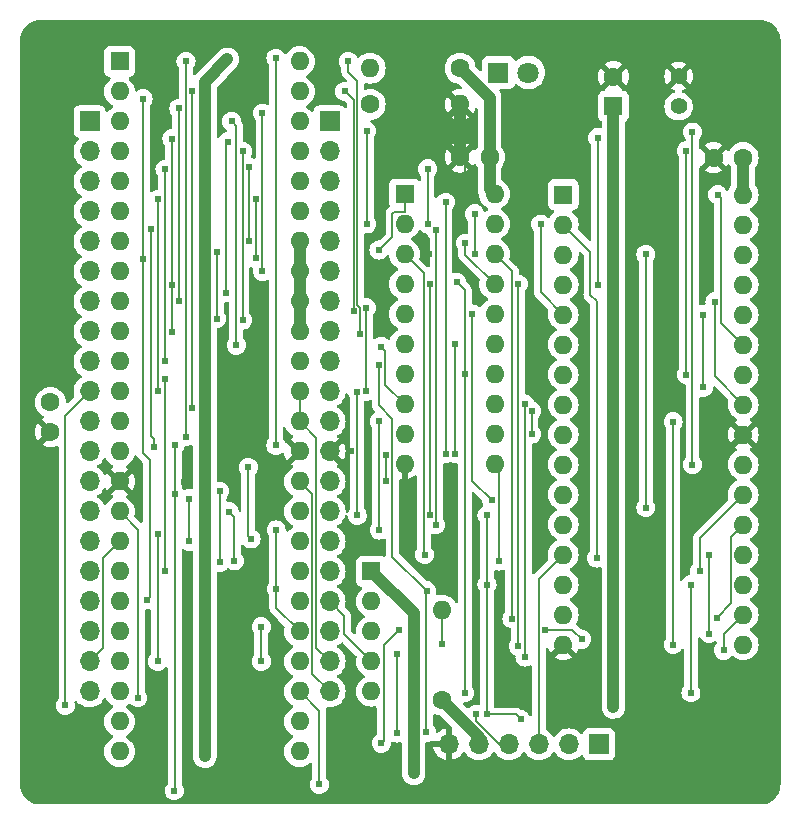
<source format=gbl>
%TF.GenerationSoftware,KiCad,Pcbnew,7.0.8*%
%TF.CreationDate,2024-06-12T14:18:58+09:00*%
%TF.ProjectId,MEZ68K8_RAM,4d455a36-384b-4385-9f52-414d2e6b6963,Rev 1.2*%
%TF.SameCoordinates,PX65317e4PY8319cac*%
%TF.FileFunction,Copper,L2,Bot*%
%TF.FilePolarity,Positive*%
%FSLAX46Y46*%
G04 Gerber Fmt 4.6, Leading zero omitted, Abs format (unit mm)*
G04 Created by KiCad (PCBNEW 7.0.8) date 2024-06-12 14:18:58*
%MOMM*%
%LPD*%
G01*
G04 APERTURE LIST*
%TA.AperFunction,ComponentPad*%
%ADD10C,1.600000*%
%TD*%
%TA.AperFunction,ComponentPad*%
%ADD11O,1.600000X1.600000*%
%TD*%
%TA.AperFunction,ComponentPad*%
%ADD12R,1.600000X1.600000*%
%TD*%
%TA.AperFunction,ComponentPad*%
%ADD13R,1.800000X1.800000*%
%TD*%
%TA.AperFunction,ComponentPad*%
%ADD14C,1.800000*%
%TD*%
%TA.AperFunction,ComponentPad*%
%ADD15C,1.400000*%
%TD*%
%TA.AperFunction,ComponentPad*%
%ADD16R,1.700000X1.700000*%
%TD*%
%TA.AperFunction,ComponentPad*%
%ADD17O,1.700000X1.700000*%
%TD*%
%TA.AperFunction,ViaPad*%
%ADD18C,0.605000*%
%TD*%
%TA.AperFunction,Conductor*%
%ADD19C,0.152400*%
%TD*%
%TA.AperFunction,Conductor*%
%ADD20C,1.000000*%
%TD*%
%TA.AperFunction,Conductor*%
%ADD21C,0.400000*%
%TD*%
G04 APERTURE END LIST*
D10*
X2885000Y34340000D03*
X2885000Y31840000D03*
D11*
X29950000Y62630000D03*
D10*
X37570000Y62630000D03*
X61530000Y55070000D03*
X59030000Y55070000D03*
D12*
X30061000Y20040000D03*
D11*
X30061000Y17500000D03*
X30061000Y14960000D03*
X30061000Y12420000D03*
X30061000Y9880000D03*
D12*
X46295000Y51940000D03*
D11*
X46295000Y49400000D03*
X46295000Y46860000D03*
X46295000Y44320000D03*
X46295000Y41780000D03*
X46295000Y39240000D03*
X46295000Y36700000D03*
X46295000Y34160000D03*
X46295000Y31620000D03*
X46295000Y29080000D03*
X46295000Y26540000D03*
X46295000Y24000000D03*
X46295000Y21460000D03*
X46295000Y18920000D03*
X46295000Y16380000D03*
X46295000Y13840000D03*
X61535000Y13840000D03*
X61535000Y16380000D03*
X61535000Y18920000D03*
X61535000Y21460000D03*
X61535000Y24000000D03*
X61535000Y26540000D03*
X61535000Y29080000D03*
X61535000Y31620000D03*
X61535000Y34160000D03*
X61535000Y36700000D03*
X61535000Y39240000D03*
X61535000Y41780000D03*
X61535000Y44320000D03*
X61535000Y46860000D03*
X61535000Y49400000D03*
X61535000Y51940000D03*
D10*
X40060000Y55105000D03*
X37560000Y55105000D03*
D13*
X40815000Y62270000D03*
D14*
X43355000Y62270000D03*
D12*
X8735000Y63210000D03*
D11*
X8735000Y60670000D03*
X8735000Y58130000D03*
X8735000Y55590000D03*
X8735000Y53050000D03*
X8735000Y50510000D03*
X8735000Y47970000D03*
X8735000Y45430000D03*
X8735000Y42890000D03*
X8735000Y40350000D03*
X8735000Y37810000D03*
X8735000Y35270000D03*
X8735000Y32730000D03*
X8735000Y30190000D03*
X8735000Y27650000D03*
X8735000Y25110000D03*
X8735000Y22570000D03*
X8735000Y20030000D03*
X8735000Y17490000D03*
X8735000Y14950000D03*
X8735000Y12410000D03*
X8735000Y9870000D03*
X8735000Y7330000D03*
X8735000Y4790000D03*
X23975000Y4790000D03*
X23975000Y7330000D03*
X23975000Y9870000D03*
X23975000Y12410000D03*
X23975000Y14950000D03*
X23975000Y17490000D03*
X23975000Y20030000D03*
X23975000Y22570000D03*
X23975000Y25110000D03*
X23975000Y27650000D03*
X23975000Y30190000D03*
X23975000Y32730000D03*
X23975000Y35270000D03*
X23975000Y37810000D03*
X23975000Y40350000D03*
X23975000Y42890000D03*
X23975000Y45430000D03*
X23975000Y47970000D03*
X23975000Y50510000D03*
X23975000Y53050000D03*
X23975000Y55590000D03*
X23975000Y58130000D03*
X23975000Y60670000D03*
X23975000Y63210000D03*
D15*
X56060000Y59420000D03*
X56060000Y61960000D03*
D16*
X49310000Y5390000D03*
D17*
X46770000Y5390000D03*
X44230000Y5390000D03*
X41690000Y5390000D03*
X39150000Y5390000D03*
X36610000Y5390000D03*
D12*
X50550000Y59420000D03*
D10*
X50550000Y61920000D03*
X36020000Y9140000D03*
D11*
X36020000Y16760000D03*
D10*
X29950000Y59570000D03*
D11*
X37570000Y59570000D03*
D12*
X32860000Y51985000D03*
D11*
X32860000Y49445000D03*
X32860000Y46905000D03*
X32860000Y44365000D03*
X32860000Y41825000D03*
X32860000Y39285000D03*
X32860000Y36745000D03*
X32860000Y34205000D03*
X32860000Y31665000D03*
X32860000Y29125000D03*
X40480000Y29125000D03*
X40480000Y31665000D03*
X40480000Y34205000D03*
X40480000Y36745000D03*
X40480000Y39285000D03*
X40480000Y41825000D03*
X40480000Y44365000D03*
X40480000Y46905000D03*
X40480000Y49445000D03*
X40480000Y51985000D03*
D16*
X26510000Y58130000D03*
D17*
X26510000Y55590000D03*
X26510000Y53050000D03*
X26510000Y50510000D03*
X26510000Y47970000D03*
X26510000Y45430000D03*
X26510000Y42890000D03*
X26510000Y40350000D03*
X26510000Y37810000D03*
X26510000Y35270000D03*
X26510000Y32730000D03*
X26510000Y30190000D03*
X26510000Y27650000D03*
X26510000Y25110000D03*
X26510000Y22570000D03*
X26510000Y20030000D03*
X26510000Y17490000D03*
X26510000Y14950000D03*
X26510000Y12410000D03*
X26510000Y9870000D03*
D16*
X6190000Y58130000D03*
D17*
X6190000Y55590000D03*
X6190000Y53050000D03*
X6190000Y50510000D03*
X6190000Y47970000D03*
X6190000Y45430000D03*
X6190000Y42890000D03*
X6190000Y40350000D03*
X6190000Y37810000D03*
X6190000Y35270000D03*
X6190000Y32730000D03*
X6190000Y30190000D03*
X6190000Y27650000D03*
X6190000Y25110000D03*
X6190000Y22570000D03*
X6190000Y20030000D03*
X6190000Y17490000D03*
X6190000Y14950000D03*
X6190000Y12410000D03*
X6190000Y9870000D03*
D18*
X33840000Y62610000D03*
X33730000Y59530000D03*
X13410000Y30700000D03*
X21970000Y30700000D03*
X21970000Y63490000D03*
X15940000Y32720000D03*
X15940000Y4390000D03*
X33630000Y2950000D03*
X40060000Y59420000D03*
X15940000Y40350000D03*
X17860000Y63380000D03*
X50550000Y8560000D03*
X34890000Y46870000D03*
X33270000Y23130000D03*
X46370000Y11190000D03*
X40910000Y17080000D03*
X53570000Y57290000D03*
X18620000Y14880000D03*
X53420000Y17730000D03*
X58810000Y32240000D03*
X20270000Y7330000D03*
X53220000Y22590000D03*
X21470000Y25120000D03*
X20190000Y4650000D03*
X55460000Y39220000D03*
X44330000Y22690000D03*
X51030000Y2010000D03*
X32859998Y26420000D03*
X20430000Y61700000D03*
X20240000Y37760000D03*
X38010000Y51880000D03*
X62860000Y10590000D03*
X57980000Y26290000D03*
X29810000Y28610000D03*
X62380000Y61130000D03*
X21500000Y28650000D03*
X19840000Y30031100D03*
X14410000Y18080000D03*
X32370000Y55170000D03*
X20270000Y9690000D03*
X38920000Y11370000D03*
X11990000Y9770000D03*
X19392874Y17777615D03*
X63680000Y32730000D03*
X4450000Y4250000D03*
X44100000Y40360000D03*
X10390000Y27640000D03*
X48070000Y40360000D03*
X20140000Y35350000D03*
X42690000Y47170000D03*
X41230000Y11230000D03*
X14340000Y29880000D03*
X48100000Y22680000D03*
X48670000Y17540000D03*
X20070000Y32540000D03*
X14190000Y27629998D03*
X43400000Y51880000D03*
X2360000Y25110000D03*
X28310000Y30190000D03*
X52080000Y28840000D03*
X52160000Y39220000D03*
X36760000Y28520000D03*
X54270000Y50260000D03*
X44100000Y36840000D03*
X11590000Y7170000D03*
X52270000Y45340000D03*
X5420000Y64050000D03*
X37160000Y46580000D03*
X44080000Y28250000D03*
X45360000Y54600000D03*
X26680000Y62000000D03*
X36280000Y22410000D03*
X38900000Y22640000D03*
X48030000Y30130000D03*
X13410000Y26570000D03*
X13360000Y1470000D03*
X13160000Y44290000D03*
X13160000Y56680000D03*
X13160000Y40340000D03*
X12580000Y37810000D03*
X58160000Y41780000D03*
X12580000Y54080000D03*
X58160000Y35610000D03*
X12000000Y35270000D03*
X12000000Y51530000D03*
X20249998Y46550000D03*
X20250000Y51530000D03*
X11650000Y30530000D03*
X11380000Y49060004D03*
X30730000Y23540000D03*
X25638576Y1990656D03*
X34570000Y21460000D03*
X30710000Y32730000D03*
X39840000Y18920000D03*
X28850000Y35260000D03*
X39840000Y7920000D03*
X35030000Y44370000D03*
X35030000Y24770000D03*
X42680000Y7500000D03*
X39840000Y24770000D03*
X28850000Y24770000D03*
X34721094Y18400000D03*
X34720000Y6410000D03*
X30690000Y37490000D03*
X55600000Y32700000D03*
X30890000Y5480000D03*
X32360000Y15100000D03*
X47860000Y14290000D03*
X44770000Y15100000D03*
X55610000Y13840000D03*
X30900000Y39070000D03*
X59280000Y16090000D03*
X38802454Y46901870D03*
X41950000Y16023944D03*
X38800000Y50320000D03*
X58640000Y21460000D03*
X42490000Y44360000D03*
X37990000Y47810000D03*
X58640000Y14770000D03*
X42490000Y13700000D03*
X10730001Y46489999D03*
X10730000Y60050000D03*
X11070000Y17630000D03*
X32230000Y13060000D03*
X29620000Y35280000D03*
X59870000Y13350000D03*
X43060000Y12780000D03*
X43060000Y34200000D03*
X32220000Y6340000D03*
X29620000Y42360000D03*
X57110000Y18920000D03*
X37290000Y44520000D03*
X37960000Y36740000D03*
X57110000Y9760000D03*
X37960000Y9760000D03*
X17200000Y26810000D03*
X36340000Y51290000D03*
X36340000Y29980000D03*
X31270000Y27650000D03*
X31270000Y29870000D03*
X17200000Y20800000D03*
X59140000Y42870000D03*
X13760000Y59230002D03*
X13760000Y42890000D03*
X57240000Y57230000D03*
X20830000Y45440000D03*
X57240000Y29080000D03*
X20830000Y58830000D03*
X19700000Y54270000D03*
X56708900Y36700000D03*
X56708900Y55640000D03*
X19700000Y47970000D03*
X59370000Y51940000D03*
X38880000Y7930000D03*
X4140000Y8680000D03*
X12590000Y36350000D03*
X12610000Y20030000D03*
X49240000Y44320000D03*
X17890000Y56420000D03*
X17720000Y43620000D03*
X49200000Y56750000D03*
X16969998Y41439998D03*
X16978900Y47080000D03*
X30690000Y47240000D03*
X19630000Y28840000D03*
X19870000Y22780000D03*
X20730000Y12410000D03*
X11970000Y23160000D03*
X20730000Y15350000D03*
X11970000Y12410000D03*
X57840000Y20050000D03*
X21990000Y23550000D03*
X21990000Y18560000D03*
X53290000Y25440000D03*
X14630000Y26190000D03*
X53290000Y46870000D03*
X14630000Y22580000D03*
X49130000Y21160000D03*
X18460000Y20920000D03*
X18010000Y25100000D03*
X10280000Y9330000D03*
X40840000Y20910000D03*
X36020000Y13890000D03*
X29670000Y49450000D03*
X35510000Y23990000D03*
X35510000Y48910000D03*
X29670000Y57320000D03*
X40230000Y26070000D03*
X27800000Y60670000D03*
X28550000Y42120000D03*
X38590000Y41830000D03*
X28100000Y63210006D03*
X37150000Y29980000D03*
X29088900Y40150000D03*
X37150000Y39290000D03*
X14360000Y31430000D03*
X14360000Y63210000D03*
X14900000Y33840000D03*
X43620000Y31660000D03*
X43620000Y33610000D03*
X14900000Y60670000D03*
X18610000Y39170000D03*
X18220000Y58130000D03*
X19160000Y41320000D03*
X19150000Y55590000D03*
X44390000Y49440000D03*
X34820000Y49450000D03*
X34820000Y54120000D03*
D19*
X13410000Y30700000D02*
X13410000Y26570000D01*
X21970000Y63490000D02*
X21970000Y30700000D01*
X28854800Y61575200D02*
X28100000Y62330000D01*
X28854800Y42566289D02*
X28854800Y61575200D01*
X28100000Y62330000D02*
X28100000Y63210006D01*
X29088900Y42332189D02*
X28854800Y42566289D01*
X29088900Y40150000D02*
X29088900Y42332189D01*
X28550000Y42120000D02*
X28550000Y59920000D01*
X28550000Y59920000D02*
X27800000Y60670000D01*
D20*
X40060000Y60140000D02*
X37570000Y62630000D01*
X40060000Y59420000D02*
X40060000Y60140000D01*
X15940000Y40350000D02*
X15940000Y61460000D01*
X23975000Y45430000D02*
X23975000Y47970000D01*
X23975000Y42890000D02*
X23975000Y45430000D01*
X23975000Y40350000D02*
X23975000Y42890000D01*
X40060000Y52405000D02*
X40480000Y51985000D01*
X30061000Y20040000D02*
X33630000Y16471000D01*
X40060000Y55105000D02*
X40060000Y59420000D01*
X39150000Y6010000D02*
X36020000Y9140000D01*
X39150000Y5390000D02*
X39150000Y6010000D01*
X15940000Y61460000D02*
X17860000Y63380000D01*
X61530000Y55070000D02*
X61530000Y51945000D01*
X50550000Y59420000D02*
X50550000Y8560000D01*
X15940000Y32720000D02*
X15940000Y4390000D01*
X33630000Y16471000D02*
X33630000Y2950000D01*
X61530000Y51945000D02*
X61535000Y51940000D01*
X40060000Y55105000D02*
X40060000Y52405000D01*
X15940000Y32720000D02*
X15940000Y40350000D01*
X37570000Y59570000D02*
X37570000Y55115000D01*
D21*
X32860000Y29125000D02*
X32860000Y26420002D01*
D19*
X37570000Y55115000D02*
X38010000Y54675000D01*
X32860000Y26420002D02*
X32859998Y26420000D01*
X37570000Y55115000D02*
X37560000Y55105000D01*
X38010000Y54675000D02*
X38010000Y51880000D01*
X13410000Y1520000D02*
X13360000Y1470000D01*
X13410000Y26570000D02*
X13410000Y1520000D01*
X13160000Y44290000D02*
X13160000Y40340000D01*
X13160000Y56680000D02*
X13160000Y44290000D01*
X12580000Y54080000D02*
X12580000Y37810000D01*
X58160000Y35610000D02*
X58160000Y41780000D01*
X20250000Y51530000D02*
X20250000Y46550002D01*
X12000000Y51530000D02*
X12000000Y35270000D01*
X20250000Y46550002D02*
X20249998Y46550000D01*
X11380000Y31490000D02*
X11650000Y31220000D01*
X11380000Y49060004D02*
X11380000Y31490000D01*
X11650000Y31220000D02*
X11650000Y30530000D01*
X30710000Y32730000D02*
X30710000Y23560000D01*
X30710000Y23560000D02*
X30730000Y23540000D01*
X23975000Y9870000D02*
X25638576Y8206424D01*
X34498900Y21531100D02*
X34498900Y45266100D01*
X44230000Y5390000D02*
X44230000Y19395000D01*
X34570000Y21460000D02*
X34498900Y21531100D01*
X34498900Y45266100D02*
X32860000Y46905000D01*
X25638576Y8206424D02*
X25638576Y1990656D01*
X44230000Y19395000D02*
X46295000Y21460000D01*
X28850000Y35260000D02*
X28850000Y24770000D01*
X39840000Y24770000D02*
X39840000Y18920000D01*
X35030000Y24770000D02*
X35030000Y44370000D01*
X39840000Y7920000D02*
X39840000Y18920000D01*
X42260000Y7920000D02*
X42680000Y7500000D01*
X39840000Y7920000D02*
X42260000Y7920000D01*
X31831400Y21289694D02*
X34721094Y18400000D01*
X31831400Y32938600D02*
X31831400Y21289694D01*
X30690000Y34080000D02*
X31831400Y32938600D01*
X30690000Y37490000D02*
X30690000Y34080000D01*
X34720000Y6410000D02*
X34720000Y18398906D01*
X34720000Y18398906D02*
X34721094Y18400000D01*
X31089600Y5679600D02*
X31089600Y13829600D01*
X31089600Y13829600D02*
X32360000Y15100000D01*
X47050000Y15100000D02*
X47860000Y14290000D01*
X30890000Y5480000D02*
X31089600Y5679600D01*
X44770000Y15100000D02*
X47050000Y15100000D01*
X31240000Y38730000D02*
X30900000Y39070000D01*
X31240000Y35825000D02*
X31240000Y38730000D01*
X55600000Y13850000D02*
X55610000Y13840000D01*
X55600000Y32700000D02*
X55600000Y13850000D01*
X32860000Y34205000D02*
X31240000Y35825000D01*
X40480000Y46905000D02*
X41950000Y45435000D01*
X61535000Y24000000D02*
X60504800Y22969800D01*
X38800000Y50320000D02*
X38800000Y46904324D01*
X60504800Y22969800D02*
X60504800Y17314800D01*
X38800000Y46904324D02*
X38802454Y46901870D01*
X41950000Y45435000D02*
X41950000Y16023944D01*
X60504800Y17314800D02*
X59280000Y16090000D01*
X40480000Y44365000D02*
X37990000Y46855000D01*
X58640000Y14770000D02*
X58640000Y21460000D01*
X37990000Y46855000D02*
X37990000Y47810000D01*
X42490000Y44360000D02*
X42490000Y13700000D01*
X11270000Y29180000D02*
X11270000Y17830000D01*
X10730001Y46489999D02*
X10730001Y60049999D01*
X10730001Y30039999D02*
X11270000Y29500000D01*
X11270000Y17830000D02*
X11070000Y17630000D01*
X10730001Y60049999D02*
X10730000Y60050000D01*
X11270000Y29180000D02*
X11270000Y29500000D01*
X10730001Y46489999D02*
X10730001Y30039999D01*
X32220000Y6340000D02*
X32220000Y13050000D01*
X59870000Y13350000D02*
X59870000Y14715000D01*
X59870000Y14715000D02*
X61535000Y16380000D01*
X32220000Y13050000D02*
X32230000Y13060000D01*
X29620000Y42360000D02*
X29620000Y35280000D01*
X43060000Y34200000D02*
X43060000Y12780000D01*
X57110000Y9760000D02*
X57110000Y18920000D01*
X37960000Y36740000D02*
X37960000Y43850000D01*
X37960000Y36740000D02*
X37960000Y9760000D01*
X37960000Y43850000D02*
X37290000Y44520000D01*
X25020000Y11360000D02*
X26510000Y9870000D01*
X23975000Y27650000D02*
X25020000Y26605000D01*
X25020000Y26605000D02*
X25020000Y11360000D01*
X36340000Y29980000D02*
X36340000Y51290000D01*
X17200000Y26810000D02*
X17200000Y20800000D01*
X31270000Y27650000D02*
X31270000Y29870000D01*
X61535000Y34160000D02*
X59140000Y36555000D01*
X13760000Y59230002D02*
X13760000Y42890000D01*
X59140000Y36555000D02*
X59140000Y42870000D01*
X20830000Y45440000D02*
X20830000Y58830000D01*
X57240000Y57230000D02*
X57240000Y29080000D01*
X56708900Y55640000D02*
X56710000Y55638900D01*
X56710000Y55638900D02*
X56710000Y36701100D01*
X56710000Y36701100D02*
X56708900Y36700000D01*
X19700000Y47970000D02*
X19700000Y54270000D01*
X59370000Y51940000D02*
X59671100Y51638900D01*
X59671100Y41103900D02*
X61535000Y39240000D01*
X59671100Y51638900D02*
X59671100Y41103900D01*
X4140000Y33220000D02*
X6190000Y35270000D01*
X4140000Y8680000D02*
X4140000Y33220000D01*
X41690000Y5390000D02*
X40840000Y5390000D01*
X40840000Y5390000D02*
X38880000Y7350000D01*
X38880000Y7350000D02*
X38880000Y7930000D01*
X12590000Y20050000D02*
X12610000Y20030000D01*
X12590000Y36350000D02*
X12590000Y20050000D01*
X49240000Y44320000D02*
X49240000Y56710000D01*
X17720000Y43620000D02*
X17720000Y56250000D01*
X17720000Y56250000D02*
X17890000Y56420000D01*
X49240000Y56710000D02*
X49200000Y56750000D01*
X31831400Y50331400D02*
X31831400Y48331400D01*
X31973600Y50473600D02*
X31831400Y50331400D01*
X30740000Y47240000D02*
X30690000Y47240000D01*
X32860000Y50473600D02*
X31973600Y50473600D01*
X16978900Y47080000D02*
X16978900Y41448900D01*
X32860000Y51985000D02*
X32860000Y50473600D01*
X31831400Y48331400D02*
X30740000Y47240000D01*
X16978900Y41448900D02*
X16969998Y41439998D01*
X19630000Y28840000D02*
X19630000Y23020000D01*
X19630000Y23020000D02*
X19870000Y22780000D01*
X20730000Y15350000D02*
X20730000Y12410000D01*
X11970000Y23160000D02*
X11970000Y12410000D01*
X21990000Y18560000D02*
X21990000Y16935000D01*
X57840000Y22845000D02*
X57840000Y20050000D01*
X21990000Y16935000D02*
X23975000Y14950000D01*
X21990000Y23550000D02*
X21990000Y18560000D01*
X61535000Y26540000D02*
X57840000Y22845000D01*
X7350000Y21185000D02*
X7350000Y13570000D01*
X53290000Y28010000D02*
X53290000Y25440000D01*
X7350000Y13570000D02*
X6190000Y12410000D01*
X53290000Y46870000D02*
X53290000Y28010000D01*
X8735000Y22570000D02*
X7350000Y21185000D01*
X14630000Y26190000D02*
X14630000Y22580000D01*
X27770000Y16230000D02*
X27770000Y14711000D01*
X27770000Y14711000D02*
X30061000Y12420000D01*
X26510000Y17490000D02*
X27770000Y16230000D01*
X48590000Y47105000D02*
X48590000Y43450000D01*
X18010000Y25100000D02*
X18460000Y24650000D01*
X48590000Y43450000D02*
X49130000Y42910000D01*
X10280000Y23565000D02*
X8735000Y25110000D01*
X46295000Y49400000D02*
X48590000Y47105000D01*
X18460000Y24650000D02*
X18460000Y20920000D01*
X49130000Y42910000D02*
X49130000Y21160000D01*
X10280000Y9330000D02*
X10280000Y23565000D01*
X40480000Y29125000D02*
X40840000Y28765000D01*
X40840000Y28765000D02*
X40840000Y20910000D01*
X25340000Y31365000D02*
X25340000Y13580000D01*
X23975000Y32730000D02*
X25340000Y31365000D01*
X23975000Y35270000D02*
X23975000Y32730000D01*
X36020000Y13890000D02*
X36020000Y16760000D01*
X25340000Y13580000D02*
X26510000Y12410000D01*
X35561100Y24041100D02*
X35510000Y23990000D01*
X35510000Y48910000D02*
X35561100Y48858900D01*
X29670000Y57320000D02*
X29670000Y49450000D01*
X35561100Y48858900D02*
X35561100Y24041100D01*
X40230000Y26070000D02*
X38590000Y27710000D01*
X38590000Y27710000D02*
X38590000Y41830000D01*
X37150000Y29980000D02*
X37150000Y39290000D01*
X14360000Y63210000D02*
X14360000Y31430000D01*
X14900000Y60670000D02*
X14900000Y33840000D01*
X43620000Y31660000D02*
X43620000Y33610000D01*
X18220000Y58130000D02*
X18610000Y57740000D01*
X18610000Y57740000D02*
X18610000Y39170000D01*
X19150000Y55590000D02*
X19150000Y41330000D01*
X19150000Y41330000D02*
X19160000Y41320000D01*
X34820000Y54120000D02*
X34820000Y49450000D01*
X44390000Y49440000D02*
X44390000Y43685000D01*
X44390000Y43685000D02*
X46295000Y41780000D01*
%TA.AperFunction,Conductor*%
G36*
X35473098Y7960082D02*
G01*
X35573504Y7913261D01*
X35573510Y7913260D01*
X35573511Y7913259D01*
X35652187Y7892178D01*
X35793308Y7854365D01*
X35855091Y7848961D01*
X35920158Y7823510D01*
X35931965Y7813114D01*
X36853064Y6892015D01*
X36886549Y6830692D01*
X36881565Y6761000D01*
X36860000Y6731832D01*
X36860000Y5825502D01*
X36752315Y5874680D01*
X36645763Y5890000D01*
X36574237Y5890000D01*
X36467685Y5874680D01*
X36360000Y5825502D01*
X36360000Y6720636D01*
X36359999Y6720636D01*
X36146513Y6663433D01*
X36146507Y6663430D01*
X35932422Y6563601D01*
X35932420Y6563600D01*
X35738926Y6428114D01*
X35729666Y6418854D01*
X35668341Y6385372D01*
X35598650Y6390359D01*
X35542718Y6432232D01*
X35518768Y6492656D01*
X35507822Y6589808D01*
X35507821Y6589813D01*
X35507821Y6589815D01*
X35448056Y6760613D01*
X35351783Y6913830D01*
X35333019Y6932594D01*
X35299534Y6993917D01*
X35296700Y7020275D01*
X35296700Y7847697D01*
X35316385Y7914736D01*
X35369189Y7960491D01*
X35438347Y7970435D01*
X35473098Y7960082D01*
G37*
%TD.AperFunction*%
%TA.AperFunction,Conductor*%
G36*
X41328567Y20167933D02*
G01*
X41367537Y20109941D01*
X41373300Y20072577D01*
X41373300Y16634219D01*
X41353615Y16567180D01*
X41336981Y16546538D01*
X41318217Y16527775D01*
X41221943Y16374557D01*
X41162178Y16203757D01*
X41162177Y16203751D01*
X41141919Y16023948D01*
X41141919Y16023941D01*
X41162177Y15844138D01*
X41162178Y15844132D01*
X41221943Y15673332D01*
X41275065Y15588789D01*
X41318217Y15520114D01*
X41446170Y15392161D01*
X41571778Y15313236D01*
X41599389Y15295887D01*
X41770177Y15236125D01*
X41770181Y15236124D01*
X41770182Y15236124D01*
X41770185Y15236123D01*
X41803183Y15232406D01*
X41867596Y15205340D01*
X41907152Y15147746D01*
X41913300Y15109185D01*
X41913300Y14310275D01*
X41893615Y14243236D01*
X41876981Y14222594D01*
X41858217Y14203831D01*
X41761943Y14050613D01*
X41702178Y13879813D01*
X41702177Y13879807D01*
X41681919Y13700004D01*
X41681919Y13699997D01*
X41702177Y13520194D01*
X41702178Y13520188D01*
X41761943Y13349388D01*
X41819230Y13258217D01*
X41858217Y13196170D01*
X41986170Y13068217D01*
X42011696Y13052178D01*
X42139386Y12971944D01*
X42139390Y12971943D01*
X42175119Y12959440D01*
X42231895Y12918718D01*
X42257642Y12853766D01*
X42257385Y12828518D01*
X42251919Y12779998D01*
X42251919Y12779997D01*
X42272177Y12600194D01*
X42272178Y12600188D01*
X42331943Y12429388D01*
X42428217Y12276170D01*
X42556170Y12148217D01*
X42709387Y12051944D01*
X42880185Y11992179D01*
X42880191Y11992179D01*
X42880193Y11992178D01*
X43059996Y11971919D01*
X43060000Y11971919D01*
X43060004Y11971919D01*
X43239806Y11992178D01*
X43239805Y11992178D01*
X43239815Y11992179D01*
X43410613Y12051944D01*
X43463329Y12085068D01*
X43530563Y12104068D01*
X43597398Y12083701D01*
X43642613Y12030434D01*
X43653300Y11980074D01*
X43653300Y7879560D01*
X43633615Y7812521D01*
X43580811Y7766766D01*
X43511653Y7756822D01*
X43448097Y7785847D01*
X43412259Y7838604D01*
X43408057Y7850612D01*
X43339015Y7960491D01*
X43311783Y8003830D01*
X43183830Y8131783D01*
X43030612Y8228057D01*
X42859809Y8287823D01*
X42739493Y8301379D01*
X42678313Y8327087D01*
X42677755Y8326359D01*
X42637858Y8356973D01*
X42550835Y8423748D01*
X42410549Y8481856D01*
X42410547Y8481857D01*
X42260001Y8501676D01*
X42259999Y8501676D01*
X42247005Y8499966D01*
X42226234Y8497231D01*
X42218136Y8496700D01*
X40540700Y8496700D01*
X40473661Y8516385D01*
X40427906Y8569189D01*
X40416700Y8620700D01*
X40416700Y18309725D01*
X40436385Y18376764D01*
X40453019Y18397406D01*
X40455617Y18400004D01*
X40471783Y18416170D01*
X40568056Y18569387D01*
X40627821Y18740185D01*
X40636425Y18816548D01*
X40648081Y18919997D01*
X40648081Y18920004D01*
X40627822Y19099807D01*
X40627821Y19099813D01*
X40627821Y19099815D01*
X40568056Y19270613D01*
X40471783Y19423830D01*
X40453019Y19442594D01*
X40419534Y19503917D01*
X40416700Y19530275D01*
X40416700Y20032617D01*
X40436385Y20099656D01*
X40489189Y20145411D01*
X40558347Y20155355D01*
X40581654Y20149659D01*
X40660185Y20122179D01*
X40660191Y20122179D01*
X40660193Y20122178D01*
X40839996Y20101919D01*
X40840000Y20101919D01*
X40840004Y20101919D01*
X41019806Y20122178D01*
X41019805Y20122178D01*
X41019815Y20122179D01*
X41190613Y20181944D01*
X41190619Y20181948D01*
X41195489Y20184293D01*
X41264430Y20195651D01*
X41328567Y20167933D01*
G37*
%TD.AperFunction*%
%TA.AperFunction,Conductor*%
G36*
X38741903Y26742074D02*
G01*
X38748381Y26736042D01*
X39392188Y26092235D01*
X39425673Y26030912D01*
X39427727Y26018438D01*
X39442177Y25890191D01*
X39501944Y25719386D01*
X39532123Y25671357D01*
X39551124Y25604120D01*
X39530757Y25537285D01*
X39493102Y25500390D01*
X39336169Y25401783D01*
X39208217Y25273831D01*
X39111943Y25120613D01*
X39052178Y24949813D01*
X39052177Y24949807D01*
X39031919Y24770004D01*
X39031919Y24769997D01*
X39052177Y24590194D01*
X39052178Y24590188D01*
X39111943Y24419388D01*
X39208217Y24266170D01*
X39226981Y24247406D01*
X39260466Y24186083D01*
X39263300Y24159725D01*
X39263300Y19530275D01*
X39243615Y19463236D01*
X39226981Y19442594D01*
X39208217Y19423831D01*
X39111943Y19270613D01*
X39052178Y19099813D01*
X39052177Y19099807D01*
X39031919Y18920004D01*
X39031919Y18919997D01*
X39052177Y18740194D01*
X39052178Y18740188D01*
X39052178Y18740186D01*
X39052179Y18740185D01*
X39052309Y18739813D01*
X39111943Y18569388D01*
X39208217Y18416170D01*
X39226981Y18397406D01*
X39260466Y18336083D01*
X39263300Y18309725D01*
X39263300Y8821380D01*
X39243615Y8754341D01*
X39190811Y8708586D01*
X39121653Y8698642D01*
X39098349Y8704338D01*
X39059815Y8717821D01*
X39059814Y8717822D01*
X39059812Y8717822D01*
X39059806Y8717823D01*
X38880004Y8738081D01*
X38879996Y8738081D01*
X38700193Y8717823D01*
X38700187Y8717822D01*
X38529387Y8658057D01*
X38376169Y8561783D01*
X38282335Y8467948D01*
X38221012Y8434463D01*
X38151320Y8439447D01*
X38106973Y8467948D01*
X37830788Y8744133D01*
X37797303Y8805456D01*
X37802287Y8875148D01*
X37844159Y8931081D01*
X37909623Y8955498D01*
X37932353Y8955034D01*
X37959998Y8951919D01*
X37960000Y8951919D01*
X37960004Y8951919D01*
X38139806Y8972178D01*
X38139805Y8972178D01*
X38139815Y8972179D01*
X38310613Y9031944D01*
X38463830Y9128217D01*
X38591783Y9256170D01*
X38688056Y9409387D01*
X38747821Y9580185D01*
X38756061Y9653314D01*
X38768081Y9759997D01*
X38768081Y9760004D01*
X38747822Y9939807D01*
X38747821Y9939813D01*
X38747821Y9939815D01*
X38688056Y10110613D01*
X38591783Y10263830D01*
X38573019Y10282594D01*
X38539534Y10343917D01*
X38536700Y10370275D01*
X38536700Y26648361D01*
X38556385Y26715400D01*
X38609189Y26761155D01*
X38678347Y26771099D01*
X38741903Y26742074D01*
G37*
%TD.AperFunction*%
%TA.AperFunction,Conductor*%
G36*
X30078751Y34512987D02*
G01*
X30110979Y34450994D01*
X30113300Y34427112D01*
X30113300Y34121865D01*
X30112769Y34113764D01*
X30108324Y34080002D01*
X30108324Y34079999D01*
X30128143Y33929453D01*
X30128144Y33929451D01*
X30186254Y33789162D01*
X30243103Y33715073D01*
X30278689Y33668697D01*
X30278691Y33668696D01*
X30278693Y33668693D01*
X30297690Y33654117D01*
X30305711Y33647961D01*
X30311806Y33642617D01*
X30333560Y33620863D01*
X30367045Y33559540D01*
X30362061Y33489848D01*
X30320189Y33433915D01*
X30311852Y33428189D01*
X30206172Y33361785D01*
X30206169Y33361783D01*
X30078217Y33233831D01*
X29981943Y33080613D01*
X29922178Y32909813D01*
X29922177Y32909807D01*
X29901919Y32730004D01*
X29901919Y32729997D01*
X29922177Y32550194D01*
X29922178Y32550188D01*
X29981943Y32379388D01*
X30078217Y32226170D01*
X30096981Y32207406D01*
X30130466Y32146083D01*
X30133300Y32119725D01*
X30133300Y24130275D01*
X30113615Y24063236D01*
X30102439Y24049368D01*
X30102558Y24049273D01*
X30098217Y24043831D01*
X30001943Y23890613D01*
X29942178Y23719813D01*
X29942177Y23719807D01*
X29921919Y23540004D01*
X29921919Y23539997D01*
X29942177Y23360194D01*
X29942178Y23360188D01*
X30001943Y23189388D01*
X30084628Y23057797D01*
X30098217Y23036170D01*
X30226170Y22908217D01*
X30379387Y22811944D01*
X30550185Y22752179D01*
X30550191Y22752179D01*
X30550193Y22752178D01*
X30729996Y22731919D01*
X30730000Y22731919D01*
X30730004Y22731919D01*
X30909806Y22752178D01*
X30909805Y22752178D01*
X30909815Y22752179D01*
X31061923Y22805404D01*
X31087187Y22814244D01*
X31087980Y22811976D01*
X31145814Y22821510D01*
X31209955Y22793801D01*
X31248932Y22735814D01*
X31254700Y22698435D01*
X31254700Y21405933D01*
X31235015Y21338894D01*
X31182211Y21293139D01*
X31113053Y21283195D01*
X31087367Y21289751D01*
X30968482Y21334092D01*
X30968483Y21334092D01*
X30908883Y21340499D01*
X30908881Y21340500D01*
X30908873Y21340500D01*
X30908864Y21340500D01*
X29213129Y21340500D01*
X29213123Y21340499D01*
X29153516Y21334092D01*
X29018671Y21283798D01*
X29018664Y21283794D01*
X28903455Y21197548D01*
X28903452Y21197545D01*
X28817206Y21082336D01*
X28817202Y21082329D01*
X28766908Y20947483D01*
X28760501Y20887884D01*
X28760500Y20887865D01*
X28760500Y19192130D01*
X28760501Y19192124D01*
X28766908Y19132517D01*
X28817202Y18997672D01*
X28817206Y18997665D01*
X28903452Y18882456D01*
X28903455Y18882453D01*
X29018664Y18796207D01*
X29018671Y18796203D01*
X29055411Y18782500D01*
X29153517Y18745909D01*
X29188596Y18742138D01*
X29253144Y18715401D01*
X29292993Y18658009D01*
X29295488Y18588184D01*
X29259836Y18528095D01*
X29246464Y18517275D01*
X29221858Y18500046D01*
X29060954Y18339142D01*
X28930432Y18152735D01*
X28930431Y18152733D01*
X28834261Y17946498D01*
X28834258Y17946489D01*
X28775366Y17726698D01*
X28775364Y17726687D01*
X28755532Y17500002D01*
X28755532Y17499999D01*
X28775364Y17273314D01*
X28775366Y17273303D01*
X28834258Y17053512D01*
X28834261Y17053503D01*
X28930431Y16847268D01*
X28930432Y16847266D01*
X29060954Y16660859D01*
X29221858Y16499955D01*
X29236143Y16489953D01*
X29408266Y16369432D01*
X29466275Y16342382D01*
X29518714Y16296209D01*
X29537866Y16229016D01*
X29517650Y16162135D01*
X29466275Y16117619D01*
X29450826Y16110414D01*
X29408267Y16090569D01*
X29408265Y16090568D01*
X29221858Y15960046D01*
X29060954Y15799142D01*
X28930432Y15612735D01*
X28930431Y15612733D01*
X28834261Y15406498D01*
X28834258Y15406489D01*
X28775366Y15186698D01*
X28775364Y15186687D01*
X28755532Y14960002D01*
X28755532Y14959998D01*
X28766007Y14840267D01*
X28752240Y14771767D01*
X28703625Y14721584D01*
X28635596Y14705651D01*
X28569753Y14729026D01*
X28554798Y14741779D01*
X28383019Y14913558D01*
X28349534Y14974881D01*
X28346700Y15001239D01*
X28346700Y16188138D01*
X28347231Y16196239D01*
X28351676Y16230000D01*
X28351676Y16230002D01*
X28333320Y16369430D01*
X28331856Y16380549D01*
X28273746Y16520838D01*
X28268423Y16527775D01*
X28203260Y16612698D01*
X28203252Y16612708D01*
X28198336Y16619114D01*
X28181307Y16641307D01*
X28155827Y16660859D01*
X28154283Y16662044D01*
X28148180Y16667397D01*
X27835653Y16979924D01*
X27802168Y17041247D01*
X27803559Y17099699D01*
X27830410Y17199908D01*
X27845063Y17254592D01*
X27865659Y17490000D01*
X27863859Y17510568D01*
X27855445Y17606739D01*
X27845063Y17725408D01*
X27798626Y17898715D01*
X27783905Y17953656D01*
X27783904Y17953657D01*
X27783903Y17953663D01*
X27684035Y18167829D01*
X27654936Y18209388D01*
X27548494Y18361403D01*
X27381402Y18528494D01*
X27381396Y18528499D01*
X27195842Y18658425D01*
X27152217Y18713002D01*
X27145023Y18782500D01*
X27176546Y18844855D01*
X27195842Y18861575D01*
X27305182Y18938136D01*
X27381401Y18991505D01*
X27548495Y19158599D01*
X27684035Y19352170D01*
X27783903Y19566337D01*
X27845063Y19794592D01*
X27865659Y20030000D01*
X27863859Y20050568D01*
X27855731Y20143473D01*
X27845063Y20265408D01*
X27798626Y20438715D01*
X27783905Y20493656D01*
X27783904Y20493657D01*
X27783903Y20493663D01*
X27684035Y20707829D01*
X27666875Y20732337D01*
X27548494Y20901403D01*
X27381402Y21068494D01*
X27381396Y21068499D01*
X27195842Y21198425D01*
X27152217Y21253002D01*
X27145023Y21322500D01*
X27176546Y21384855D01*
X27195842Y21401575D01*
X27306292Y21478913D01*
X27381401Y21531505D01*
X27548495Y21698599D01*
X27684035Y21892170D01*
X27783903Y22106337D01*
X27845063Y22334592D01*
X27865659Y22570000D01*
X27863859Y22590568D01*
X27854422Y22698435D01*
X27845063Y22805408D01*
X27794116Y22995548D01*
X27783905Y23033656D01*
X27783904Y23033657D01*
X27783903Y23033663D01*
X27684035Y23247829D01*
X27675066Y23260639D01*
X27548494Y23441403D01*
X27381402Y23608494D01*
X27381396Y23608499D01*
X27195842Y23738425D01*
X27152217Y23793002D01*
X27145023Y23862500D01*
X27176546Y23924855D01*
X27195842Y23941575D01*
X27253830Y23982179D01*
X27381401Y24071505D01*
X27548495Y24238599D01*
X27684035Y24432170D01*
X27783903Y24646337D01*
X27805730Y24727799D01*
X27842094Y24787458D01*
X27904941Y24817988D01*
X27974317Y24809694D01*
X28028195Y24765209D01*
X28048725Y24709588D01*
X28062177Y24590194D01*
X28062178Y24590188D01*
X28121943Y24419388D01*
X28215269Y24270861D01*
X28218217Y24266170D01*
X28346170Y24138217D01*
X28499387Y24041944D01*
X28670185Y23982179D01*
X28670191Y23982179D01*
X28670193Y23982178D01*
X28849996Y23961919D01*
X28850000Y23961919D01*
X28850004Y23961919D01*
X29029806Y23982178D01*
X29029805Y23982178D01*
X29029815Y23982179D01*
X29200613Y24041944D01*
X29353830Y24138217D01*
X29481783Y24266170D01*
X29578056Y24419387D01*
X29637821Y24590185D01*
X29644149Y24646345D01*
X29658081Y24769997D01*
X29658081Y24770004D01*
X29637822Y24949807D01*
X29637821Y24949813D01*
X29637821Y24949815D01*
X29578056Y25120613D01*
X29481783Y25273830D01*
X29463019Y25292594D01*
X29429534Y25353917D01*
X29426700Y25380275D01*
X29426700Y34354943D01*
X29446385Y34421982D01*
X29499189Y34467737D01*
X29564583Y34478163D01*
X29590920Y34475196D01*
X29619998Y34471919D01*
X29620000Y34471919D01*
X29620004Y34471919D01*
X29799806Y34492178D01*
X29799805Y34492178D01*
X29799815Y34492179D01*
X29948348Y34544154D01*
X30018123Y34547716D01*
X30078751Y34512987D01*
G37*
%TD.AperFunction*%
%TA.AperFunction,Conductor*%
G36*
X36792731Y29254008D02*
G01*
X36792814Y29254244D01*
X36797442Y29252625D01*
X36798813Y29252222D01*
X36799371Y29251954D01*
X36799387Y29251944D01*
X36970185Y29192179D01*
X36970191Y29192179D01*
X36970193Y29192178D01*
X37149996Y29171919D01*
X37150000Y29171919D01*
X37150002Y29171919D01*
X37187383Y29176132D01*
X37245417Y29182670D01*
X37314238Y29170616D01*
X37365617Y29123267D01*
X37383300Y29059450D01*
X37383300Y17472404D01*
X37363615Y17405365D01*
X37310811Y17359610D01*
X37241653Y17349666D01*
X37178097Y17378691D01*
X37151914Y17410402D01*
X37150567Y17412735D01*
X37096465Y17490001D01*
X37048020Y17559189D01*
X37020045Y17599142D01*
X36859141Y17760046D01*
X36672734Y17890568D01*
X36672732Y17890569D01*
X36466497Y17986739D01*
X36466488Y17986742D01*
X36246697Y18045634D01*
X36246693Y18045635D01*
X36246692Y18045635D01*
X36246691Y18045636D01*
X36246686Y18045636D01*
X36020002Y18065468D01*
X36019998Y18065468D01*
X35793313Y18045636D01*
X35793302Y18045634D01*
X35638719Y18004214D01*
X35568869Y18005877D01*
X35511007Y18045040D01*
X35483503Y18109269D01*
X35489585Y18164944D01*
X35508915Y18220185D01*
X35521191Y18329139D01*
X35529175Y18399997D01*
X35529175Y18400004D01*
X35508916Y18579807D01*
X35508915Y18579813D01*
X35508915Y18579815D01*
X35449150Y18750613D01*
X35352877Y18903830D01*
X35224924Y19031783D01*
X35116665Y19099807D01*
X35071706Y19128057D01*
X34900903Y19187823D01*
X34772656Y19202273D01*
X34708242Y19229340D01*
X34698859Y19237812D01*
X32444419Y21492252D01*
X32410934Y21553575D01*
X32408100Y21579933D01*
X32408100Y27738627D01*
X32427785Y27805666D01*
X32480589Y27851421D01*
X32549747Y27861365D01*
X32564194Y27858402D01*
X32609999Y27846129D01*
X32610000Y27846129D01*
X32610000Y28809314D01*
X32621955Y28797359D01*
X32734852Y28739835D01*
X32828519Y28725000D01*
X32891481Y28725000D01*
X32985148Y28739835D01*
X33098045Y28797359D01*
X33110000Y28809314D01*
X33110000Y27846128D01*
X33306317Y27898731D01*
X33306326Y27898735D01*
X33512482Y27994866D01*
X33698820Y28125343D01*
X33710519Y28137041D01*
X33771842Y28170526D01*
X33841534Y28165542D01*
X33897467Y28123670D01*
X33921884Y28058206D01*
X33922200Y28049360D01*
X33922200Y21974065D01*
X33903194Y21908093D01*
X33841943Y21810614D01*
X33782178Y21639813D01*
X33782177Y21639807D01*
X33761919Y21460004D01*
X33761919Y21459997D01*
X33782177Y21280194D01*
X33782178Y21280188D01*
X33841943Y21109388D01*
X33902192Y21013503D01*
X33938217Y20956170D01*
X34066170Y20828217D01*
X34219387Y20731944D01*
X34390185Y20672179D01*
X34390191Y20672179D01*
X34390193Y20672178D01*
X34569996Y20651919D01*
X34570000Y20651919D01*
X34570004Y20651919D01*
X34749806Y20672178D01*
X34749805Y20672178D01*
X34749815Y20672179D01*
X34920613Y20731944D01*
X35073830Y20828217D01*
X35201783Y20956170D01*
X35298056Y21109387D01*
X35357821Y21280185D01*
X35366425Y21356548D01*
X35378081Y21459997D01*
X35378081Y21460004D01*
X35357822Y21639807D01*
X35357821Y21639813D01*
X35357821Y21639815D01*
X35298056Y21810613D01*
X35201783Y21963830D01*
X35111919Y22053694D01*
X35078434Y22115017D01*
X35075600Y22141375D01*
X35075600Y23116501D01*
X35095285Y23183540D01*
X35148089Y23229295D01*
X35217247Y23239239D01*
X35240555Y23233542D01*
X35271439Y23222735D01*
X35330185Y23202179D01*
X35330191Y23202179D01*
X35330193Y23202178D01*
X35509996Y23181919D01*
X35510000Y23181919D01*
X35510004Y23181919D01*
X35689806Y23202178D01*
X35689805Y23202178D01*
X35689815Y23202179D01*
X35860613Y23261944D01*
X36013830Y23358217D01*
X36141783Y23486170D01*
X36238056Y23639387D01*
X36297821Y23810185D01*
X36315062Y23963203D01*
X36318081Y23989997D01*
X36318081Y23990004D01*
X36297822Y24169807D01*
X36297821Y24169813D01*
X36297821Y24169815D01*
X36238056Y24340613D01*
X36156805Y24469922D01*
X36137800Y24535893D01*
X36137800Y29055946D01*
X36157485Y29122985D01*
X36210289Y29168740D01*
X36275683Y29179166D01*
X36328925Y29173167D01*
X36339999Y29171919D01*
X36340000Y29171919D01*
X36340004Y29171919D01*
X36519806Y29192178D01*
X36519805Y29192178D01*
X36519815Y29192179D01*
X36690613Y29251944D01*
X36690631Y29251956D01*
X36691187Y29252222D01*
X36691603Y29252291D01*
X36697186Y29254244D01*
X36697527Y29253267D01*
X36760127Y29263581D01*
X36792731Y29254008D01*
G37*
%TD.AperFunction*%
%TA.AperFunction,Conductor*%
G36*
X10140599Y29863751D02*
G01*
X10194478Y29819267D01*
X10206349Y29797215D01*
X10226253Y29749163D01*
X10282794Y29675476D01*
X10318690Y29628696D01*
X10318692Y29628695D01*
X10318694Y29628692D01*
X10337691Y29614116D01*
X10345712Y29607960D01*
X10351807Y29602616D01*
X10523810Y29430613D01*
X10656981Y29297442D01*
X10690466Y29236119D01*
X10693300Y29209761D01*
X10693300Y24266639D01*
X10673615Y24199600D01*
X10620811Y24153845D01*
X10551653Y24143901D01*
X10488097Y24172926D01*
X10481619Y24178958D01*
X10019828Y24640749D01*
X9986343Y24702072D01*
X9987733Y24760522D01*
X10020635Y24883308D01*
X10040468Y25110000D01*
X10039539Y25120613D01*
X10030255Y25226739D01*
X10020635Y25336692D01*
X9961739Y25556496D01*
X9865568Y25762734D01*
X9735047Y25949139D01*
X9735045Y25949142D01*
X9574141Y26110046D01*
X9387735Y26240567D01*
X9387736Y26240567D01*
X9387734Y26240568D01*
X9329132Y26267895D01*
X9276694Y26314067D01*
X9257543Y26381261D01*
X9277759Y26448142D01*
X9329135Y26492659D01*
X9387482Y26519867D01*
X9460472Y26570975D01*
X8779401Y27252047D01*
X8860148Y27264835D01*
X8973045Y27322359D01*
X9062641Y27411955D01*
X9120165Y27524852D01*
X9132953Y27605600D01*
X9814025Y26924528D01*
X9865136Y26997522D01*
X9961264Y27203669D01*
X9961269Y27203683D01*
X10020139Y27423390D01*
X10020141Y27423401D01*
X10039966Y27649998D01*
X10039966Y27650003D01*
X10020141Y27876600D01*
X10020139Y27876611D01*
X9961269Y28096318D01*
X9961265Y28096327D01*
X9865133Y28302484D01*
X9865131Y28302488D01*
X9814026Y28375474D01*
X9814025Y28375474D01*
X9132953Y27694402D01*
X9120165Y27775148D01*
X9062641Y27888045D01*
X8973045Y27977641D01*
X8860148Y28035165D01*
X8779400Y28047954D01*
X9460472Y28729026D01*
X9460471Y28729027D01*
X9387483Y28780134D01*
X9387481Y28780135D01*
X9329133Y28807343D01*
X9276694Y28853516D01*
X9257542Y28920709D01*
X9277758Y28987590D01*
X9329129Y29032105D01*
X9387734Y29059432D01*
X9574139Y29189953D01*
X9735047Y29350861D01*
X9865568Y29537266D01*
X9961739Y29743504D01*
X9972014Y29781854D01*
X10008377Y29841513D01*
X10071223Y29872044D01*
X10140599Y29863751D01*
G37*
%TD.AperFunction*%
%TA.AperFunction,Conductor*%
G36*
X28010680Y35105406D02*
G01*
X28064558Y35060921D01*
X28078910Y35032371D01*
X28121943Y34909388D01*
X28218217Y34756170D01*
X28236981Y34737406D01*
X28270466Y34676083D01*
X28273300Y34649725D01*
X28273300Y25380275D01*
X28253615Y25313236D01*
X28236981Y25292594D01*
X28218217Y25273831D01*
X28121942Y25120612D01*
X28106518Y25076532D01*
X28065796Y25019756D01*
X28000843Y24994010D01*
X27932281Y25007467D01*
X27881879Y25055855D01*
X27865949Y25106681D01*
X27865659Y25110000D01*
X27845063Y25345408D01*
X27793650Y25537285D01*
X27783905Y25573656D01*
X27783904Y25573657D01*
X27783903Y25573663D01*
X27684035Y25787829D01*
X27655868Y25828057D01*
X27548494Y25981403D01*
X27381402Y26148494D01*
X27381396Y26148499D01*
X27195842Y26278425D01*
X27152217Y26333002D01*
X27145023Y26402500D01*
X27176546Y26464855D01*
X27195842Y26481575D01*
X27249909Y26519433D01*
X27381401Y26611505D01*
X27548495Y26778599D01*
X27684035Y26972170D01*
X27783903Y27186337D01*
X27845063Y27414592D01*
X27865659Y27650000D01*
X27863859Y27670568D01*
X27854710Y27775148D01*
X27845063Y27885408D01*
X27798626Y28058715D01*
X27783905Y28113656D01*
X27783904Y28113657D01*
X27783903Y28113663D01*
X27684035Y28327829D01*
X27650675Y28375473D01*
X27548494Y28521403D01*
X27381402Y28688494D01*
X27381401Y28688495D01*
X27195405Y28818731D01*
X27151781Y28873308D01*
X27144588Y28942807D01*
X27176110Y29005161D01*
X27195405Y29021881D01*
X27271373Y29075075D01*
X26642534Y29703914D01*
X26652315Y29705320D01*
X26783100Y29765048D01*
X26891761Y29859202D01*
X26969493Y29980156D01*
X26993076Y30060476D01*
X27624925Y29428627D01*
X27624926Y29428627D01*
X27683598Y29512418D01*
X27683600Y29512422D01*
X27783429Y29726508D01*
X27783433Y29726517D01*
X27844567Y29954674D01*
X27844569Y29954685D01*
X27865157Y30189999D01*
X27865157Y30190002D01*
X27844569Y30425316D01*
X27844567Y30425327D01*
X27783433Y30653484D01*
X27783429Y30653493D01*
X27683600Y30867577D01*
X27683599Y30867579D01*
X27624925Y30951374D01*
X27624925Y30951375D01*
X26993076Y30319525D01*
X26969493Y30399844D01*
X26891761Y30520798D01*
X26783100Y30614952D01*
X26652315Y30674680D01*
X26642533Y30676087D01*
X27271373Y31304927D01*
X27271373Y31304928D01*
X27195405Y31358120D01*
X27151780Y31412696D01*
X27144586Y31482195D01*
X27176108Y31544549D01*
X27195399Y31561266D01*
X27381401Y31691505D01*
X27548495Y31858599D01*
X27684035Y32052170D01*
X27783903Y32266337D01*
X27845063Y32494592D01*
X27865659Y32730000D01*
X27863897Y32750134D01*
X27859685Y32798285D01*
X27845063Y32965408D01*
X27794012Y33155936D01*
X27783905Y33193656D01*
X27783904Y33193657D01*
X27783903Y33193663D01*
X27684035Y33407829D01*
X27669872Y33428057D01*
X27548494Y33601403D01*
X27381402Y33768494D01*
X27381396Y33768499D01*
X27195842Y33898425D01*
X27152217Y33953002D01*
X27145023Y34022500D01*
X27176546Y34084855D01*
X27195842Y34101575D01*
X27336437Y34200021D01*
X27381401Y34231505D01*
X27548495Y34398599D01*
X27684035Y34592170D01*
X27783903Y34806337D01*
X27842094Y35023512D01*
X27878457Y35083170D01*
X27941304Y35113700D01*
X28010680Y35105406D01*
G37*
%TD.AperFunction*%
%TA.AperFunction,Conductor*%
G36*
X8349835Y27524852D02*
G01*
X8407359Y27411955D01*
X8496955Y27322359D01*
X8609852Y27264835D01*
X8690599Y27252047D01*
X8009526Y26570975D01*
X8009526Y26570974D01*
X8082512Y26519869D01*
X8082520Y26519865D01*
X8140865Y26492658D01*
X8193305Y26446486D01*
X8212457Y26379293D01*
X8192242Y26312411D01*
X8140867Y26267895D01*
X8104824Y26251087D01*
X8082264Y26240567D01*
X7895858Y26110046D01*
X7734954Y25949142D01*
X7604432Y25762735D01*
X7604428Y25762727D01*
X7602462Y25758511D01*
X7556286Y25706075D01*
X7489091Y25686928D01*
X7422212Y25707149D01*
X7377702Y25758520D01*
X7364035Y25787829D01*
X7335868Y25828057D01*
X7228494Y25981403D01*
X7061402Y26148494D01*
X7061396Y26148499D01*
X6875842Y26278425D01*
X6832217Y26333002D01*
X6825023Y26402500D01*
X6856546Y26464855D01*
X6875842Y26481575D01*
X6929909Y26519433D01*
X7061401Y26611505D01*
X7228495Y26778599D01*
X7364035Y26972170D01*
X7377978Y27002072D01*
X7424150Y27054511D01*
X7491343Y27073663D01*
X7558224Y27053448D01*
X7602741Y27002074D01*
X7604864Y26997521D01*
X7604866Y26997517D01*
X7655973Y26924529D01*
X7655974Y26924528D01*
X8337046Y27605601D01*
X8349835Y27524852D01*
G37*
%TD.AperFunction*%
%TA.AperFunction,Conductor*%
G36*
X14883599Y30725029D02*
G01*
X14928814Y30671761D01*
X14939500Y30621402D01*
X14939500Y27101966D01*
X14919815Y27034927D01*
X14867011Y26989172D01*
X14801617Y26978746D01*
X14630004Y26998081D01*
X14629996Y26998081D01*
X14450193Y26977823D01*
X14450188Y26977822D01*
X14279382Y26918055D01*
X14273115Y26915036D01*
X14271887Y26917584D01*
X14216858Y26902087D01*
X14150041Y26922514D01*
X14113240Y26960107D01*
X14105658Y26972174D01*
X14041783Y27073830D01*
X14023019Y27092594D01*
X13989534Y27153917D01*
X13986700Y27180275D01*
X13986700Y30089725D01*
X14006385Y30156764D01*
X14023019Y30177406D01*
X14041783Y30196170D01*
X14138056Y30349387D01*
X14162018Y30417865D01*
X14197819Y30520178D01*
X14199370Y30526972D01*
X14201883Y30526399D01*
X14224353Y30579877D01*
X14281946Y30619435D01*
X14334394Y30624804D01*
X14359998Y30621919D01*
X14360000Y30621919D01*
X14360004Y30621919D01*
X14539806Y30642178D01*
X14539805Y30642178D01*
X14539815Y30642179D01*
X14710613Y30701944D01*
X14737939Y30719114D01*
X14749527Y30726395D01*
X14816764Y30745396D01*
X14883599Y30725029D01*
G37*
%TD.AperFunction*%
%TA.AperFunction,Conductor*%
G36*
X7557946Y29592859D02*
G01*
X7602464Y29541486D01*
X7604314Y29537519D01*
X7604432Y29537266D01*
X7734954Y29350859D01*
X7895858Y29189955D01*
X7921616Y29171919D01*
X8082266Y29059432D01*
X8140865Y29032107D01*
X8193305Y28985935D01*
X8212457Y28918742D01*
X8192242Y28851861D01*
X8140867Y28807343D01*
X8082511Y28780131D01*
X8009527Y28729028D01*
X8009526Y28729027D01*
X8690600Y28047954D01*
X8609852Y28035165D01*
X8496955Y27977641D01*
X8407359Y27888045D01*
X8349835Y27775148D01*
X8337046Y27694401D01*
X7655973Y28375474D01*
X7655972Y28375473D01*
X7604867Y28302487D01*
X7602739Y28297922D01*
X7556563Y28245486D01*
X7489368Y28226338D01*
X7422489Y28246558D01*
X7377978Y28297929D01*
X7364035Y28327829D01*
X7364034Y28327831D01*
X7228494Y28521403D01*
X7061402Y28688494D01*
X7061396Y28688499D01*
X6875842Y28818425D01*
X6832217Y28873002D01*
X6825023Y28942500D01*
X6856546Y29004855D01*
X6875842Y29021575D01*
X6929933Y29059450D01*
X7061401Y29151505D01*
X7228495Y29318599D01*
X7364035Y29512170D01*
X7377705Y29541485D01*
X7423871Y29593919D01*
X7491064Y29613073D01*
X7557946Y29592859D01*
G37*
%TD.AperFunction*%
%TA.AperFunction,Conductor*%
G36*
X22751903Y32250140D02*
G01*
X22783080Y32208835D01*
X22824633Y32119725D01*
X22844431Y32077268D01*
X22844432Y32077266D01*
X22974954Y31890859D01*
X23135858Y31729955D01*
X23135861Y31729953D01*
X23322266Y31599432D01*
X23380865Y31572107D01*
X23433305Y31525935D01*
X23452457Y31458742D01*
X23432242Y31391861D01*
X23380867Y31347343D01*
X23322511Y31320131D01*
X23249526Y31269027D01*
X23930599Y30587954D01*
X23849852Y30575165D01*
X23736955Y30517641D01*
X23647359Y30428045D01*
X23589835Y30315148D01*
X23577046Y30234401D01*
X22895973Y30915474D01*
X22845833Y30911087D01*
X22777333Y30924854D01*
X22727150Y30973469D01*
X22717984Y30993662D01*
X22698057Y31050612D01*
X22620731Y31173674D01*
X22601783Y31203830D01*
X22583019Y31222594D01*
X22549534Y31283917D01*
X22546700Y31310275D01*
X22546700Y32156427D01*
X22566385Y32223466D01*
X22619189Y32269221D01*
X22688347Y32279165D01*
X22751903Y32250140D01*
G37*
%TD.AperFunction*%
%TA.AperFunction,Conductor*%
G36*
X34207771Y48922899D02*
G01*
X34227588Y48906799D01*
X34316170Y48818217D01*
X34456418Y48730093D01*
X34469389Y48721943D01*
X34640177Y48662181D01*
X34640182Y48662180D01*
X34640185Y48662179D01*
X34672892Y48658495D01*
X34737304Y48631429D01*
X34776049Y48576232D01*
X34781943Y48559389D01*
X34781945Y48559385D01*
X34878217Y48406170D01*
X34948081Y48336306D01*
X34981566Y48274983D01*
X34984400Y48248625D01*
X34984400Y45895539D01*
X34964715Y45828500D01*
X34911911Y45782745D01*
X34842753Y45772801D01*
X34779197Y45801826D01*
X34772719Y45807858D01*
X34144828Y46435749D01*
X34111343Y46497072D01*
X34112733Y46555522D01*
X34145635Y46678308D01*
X34165468Y46905000D01*
X34145635Y47131692D01*
X34097608Y47310931D01*
X34086741Y47351489D01*
X34086738Y47351498D01*
X33990568Y47557734D01*
X33860047Y47744139D01*
X33860045Y47744142D01*
X33699141Y47905046D01*
X33512734Y48035568D01*
X33512728Y48035571D01*
X33454725Y48062618D01*
X33402285Y48108790D01*
X33383133Y48175983D01*
X33403348Y48242865D01*
X33454725Y48287382D01*
X33512734Y48314432D01*
X33699139Y48444953D01*
X33860047Y48605861D01*
X33990568Y48792266D01*
X34027528Y48871527D01*
X34073696Y48923961D01*
X34140890Y48943114D01*
X34207771Y48922899D01*
G37*
%TD.AperFunction*%
%TA.AperFunction,Conductor*%
G36*
X58644835Y54944852D02*
G01*
X58702359Y54831955D01*
X58791955Y54742359D01*
X58904852Y54684835D01*
X58985599Y54672047D01*
X58304526Y53990975D01*
X58304526Y53990974D01*
X58377512Y53939869D01*
X58377516Y53939867D01*
X58583673Y53843735D01*
X58583682Y53843731D01*
X58803389Y53784861D01*
X58803400Y53784859D01*
X59029998Y53765034D01*
X59030002Y53765034D01*
X59256599Y53784859D01*
X59256610Y53784861D01*
X59476317Y53843731D01*
X59476331Y53843736D01*
X59682478Y53939864D01*
X59755472Y53990975D01*
X59074401Y54672047D01*
X59155148Y54684835D01*
X59268045Y54742359D01*
X59357641Y54831955D01*
X59415165Y54944852D01*
X59427953Y55025600D01*
X60109025Y54344528D01*
X60160134Y54417519D01*
X60167340Y54432972D01*
X60213511Y54485413D01*
X60280704Y54504567D01*
X60347585Y54484354D01*
X60392105Y54432978D01*
X60399314Y54417519D01*
X60399432Y54417266D01*
X60497829Y54276739D01*
X60507075Y54263535D01*
X60529402Y54197329D01*
X60529500Y54192412D01*
X60529500Y52810449D01*
X60509815Y52743410D01*
X60507076Y52739327D01*
X60404431Y52592733D01*
X60308261Y52386498D01*
X60308257Y52386486D01*
X60300966Y52359275D01*
X60264600Y52299616D01*
X60201753Y52269088D01*
X60132377Y52277384D01*
X60078500Y52321870D01*
X60076198Y52325399D01*
X60074163Y52328637D01*
X60001783Y52443830D01*
X59873830Y52571783D01*
X59846078Y52589221D01*
X59720612Y52668057D01*
X59549812Y52727822D01*
X59549806Y52727823D01*
X59370004Y52748081D01*
X59369996Y52748081D01*
X59190193Y52727823D01*
X59190187Y52727822D01*
X59019387Y52668057D01*
X58866169Y52571783D01*
X58738217Y52443831D01*
X58641943Y52290613D01*
X58582178Y52119813D01*
X58582177Y52119807D01*
X58561919Y51940004D01*
X58561919Y51939997D01*
X58582177Y51760194D01*
X58582178Y51760188D01*
X58641943Y51589388D01*
X58702192Y51493503D01*
X58738217Y51436170D01*
X58866170Y51308217D01*
X59019387Y51211944D01*
X59019391Y51211943D01*
X59024192Y51209631D01*
X59076056Y51162813D01*
X59094400Y51097906D01*
X59094400Y43783757D01*
X59074715Y43716718D01*
X59021911Y43670963D01*
X58984284Y43660537D01*
X58960190Y43657823D01*
X58789387Y43598057D01*
X58636169Y43501783D01*
X58508217Y43373831D01*
X58411943Y43220613D01*
X58352178Y43049813D01*
X58352177Y43049807D01*
X58331919Y42870004D01*
X58331919Y42869997D01*
X58348892Y42719350D01*
X58336837Y42650528D01*
X58289488Y42599149D01*
X58221878Y42581525D01*
X58211790Y42582246D01*
X58189791Y42584725D01*
X58160000Y42588081D01*
X58159998Y42588081D01*
X58159997Y42588081D01*
X58159996Y42588081D01*
X57980193Y42567823D01*
X57973401Y42566272D01*
X57973031Y42567893D01*
X57911863Y42564777D01*
X57851239Y42599512D01*
X57819019Y42661509D01*
X57816700Y42685377D01*
X57816700Y54220954D01*
X57836385Y54287993D01*
X57889189Y54333748D01*
X57950806Y54344361D01*
X58632046Y55025601D01*
X58644835Y54944852D01*
G37*
%TD.AperFunction*%
%TA.AperFunction,Conductor*%
G36*
X63002208Y66699343D02*
G01*
X63233020Y66682835D01*
X63250529Y66680317D01*
X63470144Y66632542D01*
X63487103Y66627563D01*
X63697694Y66549017D01*
X63713777Y66541673D01*
X63911036Y66433960D01*
X63925919Y66424395D01*
X64105836Y66289711D01*
X64119207Y66278125D01*
X64278124Y66119208D01*
X64289710Y66105837D01*
X64424394Y65925920D01*
X64433959Y65911037D01*
X64541669Y65713783D01*
X64549019Y65697689D01*
X64627559Y65487113D01*
X64632543Y65470138D01*
X64680316Y65250530D01*
X64682834Y65233018D01*
X64699342Y65002211D01*
X64699500Y64997787D01*
X64699500Y2002214D01*
X64699342Y1997790D01*
X64682834Y1766983D01*
X64680316Y1749471D01*
X64632543Y1529863D01*
X64627559Y1512888D01*
X64549019Y1302312D01*
X64541669Y1286218D01*
X64433959Y1088964D01*
X64424394Y1074081D01*
X64289710Y894164D01*
X64278124Y880793D01*
X64119207Y721876D01*
X64105836Y710290D01*
X63925919Y575606D01*
X63911036Y566041D01*
X63713782Y458331D01*
X63697688Y450981D01*
X63487112Y372441D01*
X63470137Y367457D01*
X63250529Y319684D01*
X63233017Y317166D01*
X63019172Y301872D01*
X63002208Y300658D01*
X62997786Y300500D01*
X2002214Y300500D01*
X1997791Y300658D01*
X1979142Y301992D01*
X1766982Y317166D01*
X1749470Y319684D01*
X1529862Y367457D01*
X1512887Y372441D01*
X1302311Y450981D01*
X1286217Y458331D01*
X1088963Y566041D01*
X1074080Y575606D01*
X894163Y710290D01*
X880792Y721876D01*
X721875Y880793D01*
X710289Y894164D01*
X575605Y1074081D01*
X566040Y1088964D01*
X458330Y1286218D01*
X450983Y1302306D01*
X372437Y1512897D01*
X367458Y1529856D01*
X319683Y1749471D01*
X317165Y1766983D01*
X314028Y1810841D01*
X300657Y1997792D01*
X300500Y2002214D01*
X300500Y34339999D01*
X1579532Y34339999D01*
X1599364Y34113314D01*
X1599366Y34113303D01*
X1658258Y33893512D01*
X1658261Y33893503D01*
X1754431Y33687268D01*
X1754432Y33687266D01*
X1884954Y33500859D01*
X2045858Y33339955D01*
X2050607Y33336630D01*
X2232266Y33209432D01*
X2247975Y33202107D01*
X2300414Y33155936D01*
X2319567Y33088743D01*
X2299352Y33021862D01*
X2247979Y32977344D01*
X2232512Y32970132D01*
X2159526Y32919027D01*
X2840599Y32237954D01*
X2759852Y32225165D01*
X2646955Y32167641D01*
X2557359Y32078045D01*
X2499835Y31965148D01*
X2487046Y31884401D01*
X1805973Y32565474D01*
X1805972Y32565473D01*
X1754868Y32492487D01*
X1658734Y32286327D01*
X1658730Y32286318D01*
X1599860Y32066611D01*
X1599858Y32066600D01*
X1580034Y31840003D01*
X1580034Y31839998D01*
X1599858Y31613401D01*
X1599860Y31613390D01*
X1658730Y31393683D01*
X1658734Y31393674D01*
X1754865Y31187519D01*
X1754866Y31187517D01*
X1805973Y31114529D01*
X1805974Y31114528D01*
X2487046Y31795601D01*
X2499835Y31714852D01*
X2557359Y31601955D01*
X2646955Y31512359D01*
X2759852Y31454835D01*
X2840597Y31442047D01*
X2159526Y30760975D01*
X2159526Y30760974D01*
X2232512Y30709869D01*
X2232516Y30709867D01*
X2438673Y30613735D01*
X2438682Y30613731D01*
X2658389Y30554861D01*
X2658400Y30554859D01*
X2884998Y30535034D01*
X2885002Y30535034D01*
X3111599Y30554859D01*
X3111610Y30554861D01*
X3331317Y30613731D01*
X3331326Y30613735D01*
X3386895Y30639646D01*
X3455973Y30650138D01*
X3519757Y30621618D01*
X3557996Y30563142D01*
X3563300Y30527264D01*
X3563300Y9290275D01*
X3543615Y9223236D01*
X3526981Y9202594D01*
X3508217Y9183831D01*
X3411943Y9030613D01*
X3352178Y8859813D01*
X3352177Y8859807D01*
X3331919Y8680004D01*
X3331919Y8679997D01*
X3352177Y8500194D01*
X3352178Y8500188D01*
X3411943Y8329388D01*
X3456206Y8258944D01*
X3508217Y8176170D01*
X3636170Y8048217D01*
X3789387Y7951944D01*
X3960185Y7892179D01*
X3960191Y7892179D01*
X3960193Y7892178D01*
X4139996Y7871919D01*
X4140000Y7871919D01*
X4140004Y7871919D01*
X4319806Y7892178D01*
X4319805Y7892178D01*
X4319815Y7892179D01*
X4490613Y7951944D01*
X4643830Y8048217D01*
X4771783Y8176170D01*
X4868056Y8329387D01*
X4927821Y8500185D01*
X4937657Y8587486D01*
X4948081Y8679997D01*
X4948081Y8680004D01*
X4927822Y8859807D01*
X4927821Y8859813D01*
X4927821Y8859815D01*
X4904078Y8927666D01*
X4900517Y8997444D01*
X4935245Y9058071D01*
X4997239Y9090299D01*
X5066814Y9083894D01*
X5121882Y9040890D01*
X5122689Y9039752D01*
X5151505Y8998599D01*
X5318599Y8831505D01*
X5350944Y8808857D01*
X5512165Y8695968D01*
X5512167Y8695967D01*
X5512170Y8695965D01*
X5726337Y8596097D01*
X5726343Y8596096D01*
X5726344Y8596095D01*
X5758470Y8587487D01*
X5954592Y8534937D01*
X6142918Y8518461D01*
X6189999Y8514341D01*
X6190000Y8514341D01*
X6190001Y8514341D01*
X6229234Y8517774D01*
X6425408Y8534937D01*
X6653663Y8596097D01*
X6867830Y8695965D01*
X7061401Y8831505D01*
X7228495Y8998599D01*
X7364035Y9192170D01*
X7377705Y9221485D01*
X7423871Y9273919D01*
X7491064Y9293073D01*
X7557946Y9272859D01*
X7602464Y9221486D01*
X7604431Y9217268D01*
X7604432Y9217266D01*
X7734954Y9030859D01*
X7895858Y8869955D01*
X7942693Y8837161D01*
X8082266Y8739432D01*
X8128611Y8717821D01*
X8140275Y8712382D01*
X8192714Y8666209D01*
X8211866Y8599016D01*
X8191650Y8532135D01*
X8140275Y8487618D01*
X8082267Y8460569D01*
X8082265Y8460568D01*
X7895858Y8330046D01*
X7734954Y8169142D01*
X7604432Y7982735D01*
X7604431Y7982733D01*
X7508261Y7776498D01*
X7508258Y7776489D01*
X7449366Y7556698D01*
X7449364Y7556687D01*
X7429532Y7330002D01*
X7429532Y7329999D01*
X7449364Y7103314D01*
X7449366Y7103303D01*
X7508258Y6883512D01*
X7508261Y6883503D01*
X7604431Y6677268D01*
X7604432Y6677266D01*
X7734954Y6490859D01*
X7895858Y6329955D01*
X7895861Y6329953D01*
X8082266Y6199432D01*
X8099461Y6191414D01*
X8140275Y6172382D01*
X8192714Y6126209D01*
X8211866Y6059016D01*
X8191650Y5992135D01*
X8140275Y5947618D01*
X8082267Y5920569D01*
X8082265Y5920568D01*
X7895858Y5790046D01*
X7734954Y5629142D01*
X7604432Y5442735D01*
X7604431Y5442733D01*
X7508261Y5236498D01*
X7508258Y5236489D01*
X7449366Y5016698D01*
X7449364Y5016687D01*
X7429532Y4790002D01*
X7429532Y4789999D01*
X7449364Y4563314D01*
X7449366Y4563303D01*
X7508258Y4343512D01*
X7508261Y4343503D01*
X7604431Y4137268D01*
X7604432Y4137266D01*
X7734954Y3950859D01*
X7895858Y3789955D01*
X7895861Y3789953D01*
X8082266Y3659432D01*
X8288504Y3563261D01*
X8508308Y3504365D01*
X8670230Y3490199D01*
X8734998Y3484532D01*
X8735000Y3484532D01*
X8735002Y3484532D01*
X8791673Y3489491D01*
X8961692Y3504365D01*
X9181496Y3563261D01*
X9387734Y3659432D01*
X9574139Y3789953D01*
X9735047Y3950861D01*
X9865568Y4137266D01*
X9961739Y4343504D01*
X10020635Y4563308D01*
X10040468Y4790000D01*
X10020635Y5016692D01*
X9961739Y5236496D01*
X9865568Y5442734D01*
X9755559Y5599844D01*
X9735045Y5629142D01*
X9574141Y5790046D01*
X9387734Y5920568D01*
X9387728Y5920571D01*
X9329725Y5947618D01*
X9277285Y5993790D01*
X9258133Y6060983D01*
X9278348Y6127865D01*
X9329725Y6172382D01*
X9387734Y6199432D01*
X9574139Y6329953D01*
X9735047Y6490861D01*
X9865568Y6677266D01*
X9961739Y6883504D01*
X10020635Y7103308D01*
X10040468Y7330000D01*
X10039304Y7343300D01*
X10025595Y7500000D01*
X10020635Y7556692D01*
X9961739Y7776496D01*
X9865568Y7982734D01*
X9735047Y8169139D01*
X9735045Y8169142D01*
X9574141Y8330046D01*
X9387734Y8460568D01*
X9387728Y8460571D01*
X9329725Y8487618D01*
X9277285Y8533790D01*
X9258133Y8600983D01*
X9278348Y8667865D01*
X9329725Y8712382D01*
X9341389Y8717821D01*
X9387734Y8739432D01*
X9506727Y8822752D01*
X9572932Y8845078D01*
X9640699Y8828068D01*
X9665530Y8808857D01*
X9776170Y8698217D01*
X9929387Y8601944D01*
X10100185Y8542179D01*
X10100191Y8542179D01*
X10100193Y8542178D01*
X10279996Y8521919D01*
X10280000Y8521919D01*
X10280004Y8521919D01*
X10459806Y8542178D01*
X10459805Y8542178D01*
X10459815Y8542179D01*
X10630613Y8601944D01*
X10783830Y8698217D01*
X10911783Y8826170D01*
X11008056Y8979387D01*
X11067821Y9150185D01*
X11075854Y9221479D01*
X11088081Y9329997D01*
X11088081Y9330004D01*
X11067822Y9509807D01*
X11067821Y9509813D01*
X11067821Y9509815D01*
X11008056Y9680613D01*
X10911783Y9833830D01*
X10893019Y9852594D01*
X10859534Y9913917D01*
X10856700Y9940275D01*
X10856700Y16707196D01*
X10876385Y16774235D01*
X10929189Y16819990D01*
X10994584Y16830416D01*
X11069997Y16821919D01*
X11070000Y16821919D01*
X11070003Y16821919D01*
X11255416Y16842810D01*
X11324238Y16830756D01*
X11375618Y16783406D01*
X11393300Y16719590D01*
X11393300Y13020275D01*
X11373615Y12953236D01*
X11356981Y12932594D01*
X11338217Y12913831D01*
X11241943Y12760613D01*
X11182178Y12589813D01*
X11182177Y12589807D01*
X11161919Y12410004D01*
X11161919Y12409997D01*
X11182177Y12230194D01*
X11182178Y12230188D01*
X11241943Y12059388D01*
X11302192Y11963503D01*
X11338217Y11906170D01*
X11466170Y11778217D01*
X11619387Y11681944D01*
X11790185Y11622179D01*
X11790191Y11622179D01*
X11790193Y11622178D01*
X11969996Y11601919D01*
X11970000Y11601919D01*
X11970004Y11601919D01*
X12149806Y11622178D01*
X12149805Y11622178D01*
X12149815Y11622179D01*
X12320613Y11681944D01*
X12473830Y11778217D01*
X12601783Y11906170D01*
X12604306Y11910185D01*
X12656640Y11956477D01*
X12725693Y11967126D01*
X12789542Y11938751D01*
X12827914Y11880362D01*
X12833300Y11844214D01*
X12833300Y2130275D01*
X12813615Y2063236D01*
X12796981Y2042594D01*
X12728217Y1973831D01*
X12631943Y1820613D01*
X12572178Y1649813D01*
X12572177Y1649807D01*
X12551919Y1470004D01*
X12551919Y1469997D01*
X12572177Y1290194D01*
X12572178Y1290188D01*
X12631943Y1119388D01*
X12672954Y1054120D01*
X12728217Y966170D01*
X12856170Y838217D01*
X13009387Y741944D01*
X13180185Y682179D01*
X13180191Y682179D01*
X13180193Y682178D01*
X13359996Y661919D01*
X13360000Y661919D01*
X13360004Y661919D01*
X13539806Y682178D01*
X13539805Y682178D01*
X13539815Y682179D01*
X13710613Y741944D01*
X13863830Y838217D01*
X13991783Y966170D01*
X14088056Y1119387D01*
X14147821Y1290185D01*
X14168081Y1470000D01*
X14166185Y1486826D01*
X14147822Y1649807D01*
X14147821Y1649813D01*
X14147821Y1649815D01*
X14088056Y1820613D01*
X14005706Y1951672D01*
X13986700Y2017644D01*
X13986700Y21811491D01*
X14006385Y21878530D01*
X14059189Y21924285D01*
X14128347Y21934229D01*
X14176671Y21916485D01*
X14279387Y21851944D01*
X14450185Y21792179D01*
X14450191Y21792179D01*
X14450193Y21792178D01*
X14629996Y21771919D01*
X14630000Y21771919D01*
X14630004Y21771919D01*
X14801617Y21791255D01*
X14870438Y21779201D01*
X14921818Y21731851D01*
X14939500Y21668035D01*
X14939500Y4339257D01*
X14954925Y4187561D01*
X15015837Y3993421D01*
X15015844Y3993406D01*
X15114589Y3815501D01*
X15114592Y3815496D01*
X15247132Y3661107D01*
X15247134Y3661105D01*
X15408037Y3536555D01*
X15408038Y3536555D01*
X15408042Y3536552D01*
X15590729Y3446940D01*
X15787715Y3395937D01*
X15990936Y3385631D01*
X16192071Y3416444D01*
X16382887Y3487114D01*
X16555571Y3594748D01*
X16703053Y3734941D01*
X16819295Y3901951D01*
X16899540Y4088942D01*
X16940500Y4288259D01*
X16940500Y12409997D01*
X19921919Y12409997D01*
X19942177Y12230194D01*
X19942178Y12230188D01*
X20001943Y12059388D01*
X20062192Y11963503D01*
X20098217Y11906170D01*
X20226170Y11778217D01*
X20379387Y11681944D01*
X20550185Y11622179D01*
X20550191Y11622179D01*
X20550193Y11622178D01*
X20729996Y11601919D01*
X20730000Y11601919D01*
X20730004Y11601919D01*
X20909806Y11622178D01*
X20909805Y11622178D01*
X20909815Y11622179D01*
X21080613Y11681944D01*
X21233830Y11778217D01*
X21361783Y11906170D01*
X21458056Y12059387D01*
X21517821Y12230185D01*
X21538081Y12410000D01*
X21536954Y12419999D01*
X21517822Y12589807D01*
X21517821Y12589813D01*
X21517821Y12589815D01*
X21458056Y12760613D01*
X21361783Y12913830D01*
X21343019Y12932594D01*
X21309534Y12993917D01*
X21306700Y13020275D01*
X21306700Y14739725D01*
X21326385Y14806764D01*
X21343019Y14827406D01*
X21361783Y14846170D01*
X21458056Y14999387D01*
X21517821Y15170185D01*
X21525250Y15236123D01*
X21538081Y15349997D01*
X21538081Y15350004D01*
X21517822Y15529807D01*
X21517821Y15529813D01*
X21517821Y15529815D01*
X21458056Y15700613D01*
X21361783Y15853830D01*
X21233830Y15981783D01*
X21223148Y15988495D01*
X21080612Y16078057D01*
X20921953Y16133574D01*
X20909815Y16137821D01*
X20909814Y16137822D01*
X20909812Y16137822D01*
X20909806Y16137823D01*
X20730004Y16158081D01*
X20729996Y16158081D01*
X20550193Y16137823D01*
X20550187Y16137822D01*
X20379387Y16078057D01*
X20226169Y15981783D01*
X20098217Y15853831D01*
X20001943Y15700613D01*
X19942178Y15529813D01*
X19942177Y15529807D01*
X19921919Y15350004D01*
X19921919Y15349997D01*
X19942177Y15170194D01*
X19942178Y15170188D01*
X20001943Y14999388D01*
X20098217Y14846170D01*
X20116981Y14827406D01*
X20150466Y14766083D01*
X20153300Y14739725D01*
X20153300Y13020275D01*
X20133615Y12953236D01*
X20116981Y12932594D01*
X20098217Y12913831D01*
X20001943Y12760613D01*
X19942178Y12589813D01*
X19942177Y12589807D01*
X19921919Y12410004D01*
X19921919Y12409997D01*
X16940500Y12409997D01*
X16940500Y19882402D01*
X16960185Y19949441D01*
X17012989Y19995196D01*
X17078382Y20005622D01*
X17153202Y19997192D01*
X17199998Y19991919D01*
X17200000Y19991919D01*
X17200004Y19991919D01*
X17379806Y20012178D01*
X17379805Y20012178D01*
X17379815Y20012179D01*
X17550613Y20071944D01*
X17703830Y20168217D01*
X17804976Y20269364D01*
X17866295Y20302846D01*
X17935987Y20297862D01*
X17958624Y20286675D01*
X18109387Y20191944D01*
X18280185Y20132179D01*
X18280191Y20132179D01*
X18280193Y20132178D01*
X18459996Y20111919D01*
X18460000Y20111919D01*
X18460004Y20111919D01*
X18639806Y20132178D01*
X18639805Y20132178D01*
X18639815Y20132179D01*
X18810613Y20191944D01*
X18963830Y20288217D01*
X19091783Y20416170D01*
X19188056Y20569387D01*
X19247821Y20740185D01*
X19260778Y20855180D01*
X19268081Y20919997D01*
X19268081Y20920004D01*
X19247822Y21099807D01*
X19247821Y21099813D01*
X19247821Y21099815D01*
X19188056Y21270613D01*
X19091783Y21423830D01*
X19073019Y21442594D01*
X19039534Y21503917D01*
X19036700Y21530275D01*
X19036700Y22178325D01*
X19056385Y22245364D01*
X19109189Y22291119D01*
X19178347Y22301063D01*
X19241903Y22272038D01*
X19248381Y22266006D01*
X19366170Y22148217D01*
X19519387Y22051944D01*
X19690185Y21992179D01*
X19690191Y21992179D01*
X19690193Y21992178D01*
X19869996Y21971919D01*
X19870000Y21971919D01*
X19870004Y21971919D01*
X20049806Y21992178D01*
X20049805Y21992178D01*
X20049815Y21992179D01*
X20220613Y22051944D01*
X20373830Y22148217D01*
X20501783Y22276170D01*
X20598056Y22429387D01*
X20657821Y22600185D01*
X20664801Y22662135D01*
X20678081Y22779997D01*
X20678081Y22780004D01*
X20657822Y22959807D01*
X20657821Y22959813D01*
X20657821Y22959815D01*
X20598056Y23130613D01*
X20501783Y23283830D01*
X20373830Y23411783D01*
X20373828Y23411785D01*
X20264727Y23480338D01*
X20218437Y23532672D01*
X20206700Y23585331D01*
X20206700Y28229725D01*
X20226385Y28296764D01*
X20243019Y28317406D01*
X20261783Y28336170D01*
X20358056Y28489387D01*
X20417821Y28660185D01*
X20425124Y28725000D01*
X20438081Y28839997D01*
X20438081Y28840004D01*
X20417822Y29019807D01*
X20417821Y29019813D01*
X20417821Y29019815D01*
X20358056Y29190613D01*
X20261783Y29343830D01*
X20133830Y29471783D01*
X20049136Y29525000D01*
X19980612Y29568057D01*
X19809812Y29627822D01*
X19809806Y29627823D01*
X19630004Y29648081D01*
X19629996Y29648081D01*
X19450193Y29627823D01*
X19450187Y29627822D01*
X19279387Y29568057D01*
X19126169Y29471783D01*
X18998217Y29343831D01*
X18901943Y29190613D01*
X18842178Y29019813D01*
X18842177Y29019807D01*
X18821919Y28840004D01*
X18821919Y28839997D01*
X18842177Y28660194D01*
X18842178Y28660188D01*
X18901943Y28489388D01*
X18998217Y28336170D01*
X19016981Y28317406D01*
X19050466Y28256083D01*
X19053300Y28229725D01*
X19053300Y25220400D01*
X19033615Y25153361D01*
X18980811Y25107606D01*
X18911653Y25097662D01*
X18848097Y25126687D01*
X18810323Y25185465D01*
X18806080Y25206517D01*
X18797822Y25279808D01*
X18797821Y25279813D01*
X18797821Y25279815D01*
X18738056Y25450613D01*
X18641783Y25603830D01*
X18513830Y25731783D01*
X18464572Y25762734D01*
X18360612Y25828057D01*
X18189812Y25887822D01*
X18189806Y25887823D01*
X18010004Y25908081D01*
X18009996Y25908081D01*
X17914583Y25897331D01*
X17845761Y25909386D01*
X17794382Y25956735D01*
X17776700Y26020551D01*
X17776700Y26199725D01*
X17796385Y26266764D01*
X17813019Y26287406D01*
X17820758Y26295145D01*
X17831783Y26306170D01*
X17928056Y26459387D01*
X17987821Y26630185D01*
X18003201Y26766687D01*
X18008081Y26809997D01*
X18008081Y26810004D01*
X17987822Y26989807D01*
X17987821Y26989813D01*
X17987821Y26989815D01*
X17928056Y27160613D01*
X17831783Y27313830D01*
X17703830Y27441783D01*
X17571627Y27524852D01*
X17550612Y27538057D01*
X17379812Y27597822D01*
X17379806Y27597823D01*
X17200004Y27618081D01*
X17199996Y27618081D01*
X17078383Y27604379D01*
X17009561Y27616434D01*
X16958182Y27663783D01*
X16940500Y27727599D01*
X16940500Y40517780D01*
X16960185Y40584819D01*
X17012989Y40630574D01*
X17050617Y40641000D01*
X17149804Y40652176D01*
X17149803Y40652176D01*
X17149813Y40652177D01*
X17320611Y40711942D01*
X17473828Y40808215D01*
X17601781Y40936168D01*
X17698054Y41089385D01*
X17757819Y41260183D01*
X17759048Y41271087D01*
X17778079Y41439995D01*
X17778079Y41440002D01*
X17757820Y41619805D01*
X17757819Y41619811D01*
X17757819Y41619813D01*
X17698054Y41790611D01*
X17601781Y41943828D01*
X17591919Y41953690D01*
X17558434Y42015013D01*
X17555600Y42041371D01*
X17555600Y42691687D01*
X17575285Y42758726D01*
X17628089Y42804481D01*
X17693484Y42814907D01*
X17720000Y42811919D01*
X17720000Y42811920D01*
X17720001Y42811919D01*
X17720003Y42811919D01*
X17895417Y42831683D01*
X17964239Y42819628D01*
X18015618Y42772279D01*
X18033300Y42708463D01*
X18033300Y39780275D01*
X18013615Y39713236D01*
X17996981Y39692594D01*
X17978217Y39673831D01*
X17881943Y39520613D01*
X17822178Y39349813D01*
X17822177Y39349807D01*
X17801919Y39170004D01*
X17801919Y39169997D01*
X17822177Y38990194D01*
X17822178Y38990188D01*
X17881943Y38819388D01*
X17887813Y38810046D01*
X17978217Y38666170D01*
X18106170Y38538217D01*
X18259387Y38441944D01*
X18430185Y38382179D01*
X18430191Y38382179D01*
X18430193Y38382178D01*
X18609996Y38361919D01*
X18610000Y38361919D01*
X18610004Y38361919D01*
X18789806Y38382178D01*
X18789805Y38382178D01*
X18789815Y38382179D01*
X18960613Y38441944D01*
X19113830Y38538217D01*
X19241783Y38666170D01*
X19338056Y38819387D01*
X19397821Y38990185D01*
X19403066Y39036739D01*
X19418081Y39169997D01*
X19418081Y39170004D01*
X19397822Y39349807D01*
X19397821Y39349813D01*
X19397821Y39349815D01*
X19338056Y39520613D01*
X19241783Y39673830D01*
X19223019Y39692594D01*
X19189534Y39753917D01*
X19186700Y39780275D01*
X19186700Y40404115D01*
X19206385Y40471154D01*
X19259189Y40516909D01*
X19296813Y40527335D01*
X19339815Y40532179D01*
X19339819Y40532181D01*
X19339822Y40532181D01*
X19510610Y40591943D01*
X19510609Y40591943D01*
X19510613Y40591944D01*
X19663830Y40688217D01*
X19791783Y40816170D01*
X19888056Y40969387D01*
X19947821Y41140185D01*
X19959510Y41243926D01*
X19968081Y41319997D01*
X19968081Y41320004D01*
X19947822Y41499807D01*
X19947821Y41499813D01*
X19947821Y41499815D01*
X19888056Y41670613D01*
X19791783Y41823830D01*
X19763019Y41852594D01*
X19729534Y41913917D01*
X19726700Y41940275D01*
X19726700Y45707760D01*
X19746385Y45774799D01*
X19799189Y45820554D01*
X19868347Y45830498D01*
X19892428Y45823152D01*
X19892811Y45824244D01*
X19934302Y45809726D01*
X19972572Y45796335D01*
X20029348Y45755614D01*
X20055096Y45690661D01*
X20048660Y45638340D01*
X20042180Y45619822D01*
X20042177Y45619810D01*
X20021919Y45440004D01*
X20021919Y45439997D01*
X20042177Y45260194D01*
X20042178Y45260188D01*
X20101943Y45089388D01*
X20143136Y45023831D01*
X20198217Y44936170D01*
X20326170Y44808217D01*
X20479387Y44711944D01*
X20650185Y44652179D01*
X20650191Y44652179D01*
X20650193Y44652178D01*
X20829996Y44631919D01*
X20830000Y44631919D01*
X20830004Y44631919D01*
X21009806Y44652178D01*
X21009805Y44652178D01*
X21009815Y44652179D01*
X21180613Y44711944D01*
X21203327Y44726216D01*
X21270563Y44745217D01*
X21337399Y44724850D01*
X21382613Y44671583D01*
X21393300Y44621223D01*
X21393300Y31310275D01*
X21373615Y31243236D01*
X21356981Y31222594D01*
X21338217Y31203831D01*
X21241943Y31050613D01*
X21182178Y30879813D01*
X21182177Y30879807D01*
X21161919Y30700004D01*
X21161919Y30699997D01*
X21182177Y30520194D01*
X21182178Y30520188D01*
X21241943Y30349388D01*
X21325531Y30216359D01*
X21338217Y30196170D01*
X21466170Y30068217D01*
X21619387Y29971944D01*
X21790185Y29912179D01*
X21790191Y29912179D01*
X21790193Y29912178D01*
X21969996Y29891919D01*
X21970000Y29891919D01*
X21970004Y29891919D01*
X22149806Y29912178D01*
X22149805Y29912178D01*
X22149815Y29912179D01*
X22320613Y29971944D01*
X22473830Y30068217D01*
X22476009Y30070397D01*
X22477763Y30071355D01*
X22479273Y30072558D01*
X22479483Y30072294D01*
X22537327Y30103884D01*
X22607019Y30098905D01*
X22662956Y30057037D01*
X22687222Y29993530D01*
X22689858Y29963399D01*
X22689860Y29963390D01*
X22748730Y29743683D01*
X22748734Y29743674D01*
X22844865Y29537519D01*
X22844866Y29537517D01*
X22895973Y29464529D01*
X22895974Y29464528D01*
X23577046Y30145601D01*
X23589835Y30064852D01*
X23647359Y29951955D01*
X23736955Y29862359D01*
X23849852Y29804835D01*
X23930597Y29792047D01*
X23249526Y29110975D01*
X23249526Y29110974D01*
X23322512Y29059869D01*
X23322520Y29059865D01*
X23380865Y29032658D01*
X23433305Y28986486D01*
X23452457Y28919293D01*
X23432242Y28852411D01*
X23380867Y28807895D01*
X23322266Y28780568D01*
X23322264Y28780567D01*
X23135858Y28650046D01*
X22974954Y28489142D01*
X22844432Y28302735D01*
X22844431Y28302733D01*
X22748261Y28096498D01*
X22748258Y28096489D01*
X22689366Y27876698D01*
X22689364Y27876687D01*
X22669532Y27650002D01*
X22669532Y27649999D01*
X22689364Y27423314D01*
X22689366Y27423303D01*
X22748258Y27203512D01*
X22748261Y27203503D01*
X22844431Y26997268D01*
X22844432Y26997266D01*
X22974954Y26810859D01*
X23135858Y26649955D01*
X23164080Y26630194D01*
X23322266Y26519432D01*
X23379681Y26492659D01*
X23380275Y26492382D01*
X23432714Y26446209D01*
X23451866Y26379016D01*
X23431650Y26312135D01*
X23380275Y26267619D01*
X23363272Y26259690D01*
X23322267Y26240569D01*
X23322265Y26240568D01*
X23135858Y26110046D01*
X22974954Y25949142D01*
X22844432Y25762735D01*
X22844431Y25762733D01*
X22748261Y25556498D01*
X22748258Y25556489D01*
X22689366Y25336698D01*
X22689364Y25336687D01*
X22669532Y25110002D01*
X22669532Y25109999D01*
X22689364Y24883314D01*
X22689366Y24883303D01*
X22748258Y24663512D01*
X22748261Y24663503D01*
X22844431Y24457268D01*
X22844432Y24457266D01*
X22974954Y24270859D01*
X23135858Y24109955D01*
X23135861Y24109953D01*
X23322266Y23979432D01*
X23380275Y23952382D01*
X23432714Y23906209D01*
X23451866Y23839016D01*
X23431650Y23772135D01*
X23380275Y23727618D01*
X23322267Y23700569D01*
X23322265Y23700568D01*
X23135862Y23570049D01*
X23008313Y23442500D01*
X22946990Y23409016D01*
X22877298Y23414000D01*
X22821365Y23455872D01*
X22796948Y23521336D01*
X22797411Y23544061D01*
X22798081Y23550000D01*
X22777821Y23729815D01*
X22718056Y23900613D01*
X22621783Y24053830D01*
X22493830Y24181783D01*
X22447193Y24211087D01*
X22340612Y24278057D01*
X22169812Y24337822D01*
X22169806Y24337823D01*
X21990004Y24358081D01*
X21989996Y24358081D01*
X21810193Y24337823D01*
X21810187Y24337822D01*
X21639387Y24278057D01*
X21486169Y24181783D01*
X21358217Y24053831D01*
X21261943Y23900613D01*
X21202178Y23729813D01*
X21202177Y23729807D01*
X21181919Y23550004D01*
X21181919Y23549997D01*
X21202177Y23370194D01*
X21202178Y23370188D01*
X21261943Y23199388D01*
X21358217Y23046170D01*
X21376981Y23027406D01*
X21410466Y22966083D01*
X21413300Y22939725D01*
X21413300Y19170275D01*
X21393615Y19103236D01*
X21376981Y19082594D01*
X21358217Y19063831D01*
X21261943Y18910613D01*
X21202178Y18739813D01*
X21202177Y18739807D01*
X21181919Y18560004D01*
X21181919Y18559997D01*
X21202177Y18380194D01*
X21202178Y18380188D01*
X21261943Y18209388D01*
X21358217Y18056170D01*
X21376981Y18037406D01*
X21410466Y17976083D01*
X21413300Y17949725D01*
X21413300Y16976865D01*
X21412769Y16968764D01*
X21408324Y16935002D01*
X21408324Y16934999D01*
X21428143Y16784453D01*
X21428144Y16784451D01*
X21486253Y16644163D01*
X21548357Y16563227D01*
X21578689Y16523697D01*
X21578691Y16523696D01*
X21578693Y16523693D01*
X21597690Y16509117D01*
X21605711Y16502961D01*
X21611806Y16497617D01*
X22159376Y15950047D01*
X22690171Y15419252D01*
X22723656Y15357929D01*
X22722265Y15299478D01*
X22689366Y15176698D01*
X22689364Y15176687D01*
X22669532Y14950002D01*
X22669532Y14949999D01*
X22689364Y14723314D01*
X22689366Y14723303D01*
X22748258Y14503512D01*
X22748261Y14503503D01*
X22844431Y14297268D01*
X22844432Y14297266D01*
X22974954Y14110859D01*
X23135858Y13949955D01*
X23150951Y13939387D01*
X23322266Y13819432D01*
X23380275Y13792382D01*
X23432714Y13746209D01*
X23451866Y13679016D01*
X23431650Y13612135D01*
X23380275Y13567618D01*
X23322267Y13540569D01*
X23322265Y13540568D01*
X23135858Y13410046D01*
X22974954Y13249142D01*
X22844432Y13062735D01*
X22844431Y13062733D01*
X22748261Y12856498D01*
X22748258Y12856489D01*
X22689366Y12636698D01*
X22689364Y12636687D01*
X22669532Y12410002D01*
X22669532Y12409999D01*
X22689364Y12183314D01*
X22689366Y12183303D01*
X22748258Y11963512D01*
X22748261Y11963503D01*
X22844431Y11757268D01*
X22844432Y11757266D01*
X22974954Y11570859D01*
X23135858Y11409955D01*
X23135861Y11409953D01*
X23322266Y11279432D01*
X23380275Y11252382D01*
X23432714Y11206209D01*
X23451866Y11139016D01*
X23431650Y11072135D01*
X23380275Y11027618D01*
X23322267Y11000569D01*
X23322265Y11000568D01*
X23135858Y10870046D01*
X22974954Y10709142D01*
X22844432Y10522735D01*
X22844431Y10522733D01*
X22748261Y10316498D01*
X22748258Y10316489D01*
X22689366Y10096698D01*
X22689364Y10096687D01*
X22669532Y9870002D01*
X22669532Y9869999D01*
X22689364Y9643314D01*
X22689366Y9643303D01*
X22748258Y9423512D01*
X22748261Y9423503D01*
X22844431Y9217268D01*
X22844432Y9217266D01*
X22974954Y9030859D01*
X23135858Y8869955D01*
X23182693Y8837161D01*
X23322266Y8739432D01*
X23368611Y8717821D01*
X23380275Y8712382D01*
X23432714Y8666209D01*
X23451866Y8599016D01*
X23431650Y8532135D01*
X23380275Y8487618D01*
X23322267Y8460569D01*
X23322265Y8460568D01*
X23135858Y8330046D01*
X22974954Y8169142D01*
X22844432Y7982735D01*
X22844431Y7982733D01*
X22748261Y7776498D01*
X22748258Y7776489D01*
X22689366Y7556698D01*
X22689364Y7556687D01*
X22669532Y7330002D01*
X22669532Y7329999D01*
X22689364Y7103314D01*
X22689366Y7103303D01*
X22748258Y6883512D01*
X22748261Y6883503D01*
X22844431Y6677268D01*
X22844432Y6677266D01*
X22974954Y6490859D01*
X23135858Y6329955D01*
X23135861Y6329953D01*
X23322266Y6199432D01*
X23339461Y6191414D01*
X23380275Y6172382D01*
X23432714Y6126209D01*
X23451866Y6059016D01*
X23431650Y5992135D01*
X23380275Y5947618D01*
X23322267Y5920569D01*
X23322265Y5920568D01*
X23135858Y5790046D01*
X22974954Y5629142D01*
X22844432Y5442735D01*
X22844431Y5442733D01*
X22748261Y5236498D01*
X22748258Y5236489D01*
X22689366Y5016698D01*
X22689364Y5016687D01*
X22669532Y4790002D01*
X22669532Y4789999D01*
X22689364Y4563314D01*
X22689366Y4563303D01*
X22748258Y4343512D01*
X22748261Y4343503D01*
X22844431Y4137268D01*
X22844432Y4137266D01*
X22974954Y3950859D01*
X23135858Y3789955D01*
X23135861Y3789953D01*
X23322266Y3659432D01*
X23528504Y3563261D01*
X23748308Y3504365D01*
X23910230Y3490199D01*
X23974998Y3484532D01*
X23975000Y3484532D01*
X23975002Y3484532D01*
X24031673Y3489491D01*
X24201692Y3504365D01*
X24421496Y3563261D01*
X24627734Y3659432D01*
X24814139Y3789953D01*
X24814141Y3789955D01*
X24850195Y3826008D01*
X24911518Y3859493D01*
X24981210Y3854509D01*
X25037143Y3812637D01*
X25061560Y3747173D01*
X25061876Y3738327D01*
X25061876Y2600931D01*
X25042191Y2533892D01*
X25025557Y2513250D01*
X25006793Y2494487D01*
X24910519Y2341269D01*
X24850754Y2170469D01*
X24850753Y2170463D01*
X24830495Y1990660D01*
X24830495Y1990653D01*
X24850753Y1810850D01*
X24850754Y1810844D01*
X24910519Y1640044D01*
X24910520Y1640043D01*
X25006793Y1486826D01*
X25134746Y1358873D01*
X25287963Y1262600D01*
X25458761Y1202835D01*
X25458767Y1202835D01*
X25458769Y1202834D01*
X25638572Y1182575D01*
X25638576Y1182575D01*
X25638580Y1182575D01*
X25818382Y1202834D01*
X25818381Y1202834D01*
X25818391Y1202835D01*
X25989189Y1262600D01*
X26142406Y1358873D01*
X26270359Y1486826D01*
X26366632Y1640043D01*
X26426397Y1810841D01*
X26442745Y1955937D01*
X26446657Y1990653D01*
X26446657Y1990660D01*
X26426398Y2170463D01*
X26426397Y2170469D01*
X26426397Y2170471D01*
X26366632Y2341269D01*
X26270359Y2494486D01*
X26251595Y2513250D01*
X26218110Y2574573D01*
X26215276Y2600931D01*
X26215276Y8164562D01*
X26215807Y8172663D01*
X26220252Y8206424D01*
X26220252Y8206426D01*
X26200432Y8356973D01*
X26200430Y8356977D01*
X26199356Y8359571D01*
X26199101Y8361937D01*
X26198328Y8364824D01*
X26198778Y8364945D01*
X26191887Y8429040D01*
X26223162Y8491519D01*
X26283251Y8527171D01*
X26324724Y8530551D01*
X26423385Y8521919D01*
X26509999Y8514341D01*
X26510000Y8514341D01*
X26510001Y8514341D01*
X26549234Y8517774D01*
X26745408Y8534937D01*
X26973663Y8596097D01*
X27187830Y8695965D01*
X27381401Y8831505D01*
X27548495Y8998599D01*
X27684035Y9192170D01*
X27783903Y9406337D01*
X27845063Y9634592D01*
X27865659Y9870000D01*
X27845063Y10105408D01*
X27783903Y10333663D01*
X27684035Y10547829D01*
X27548495Y10741401D01*
X27548494Y10741403D01*
X27381402Y10908494D01*
X27381396Y10908499D01*
X27195842Y11038425D01*
X27152217Y11093002D01*
X27145023Y11162500D01*
X27176546Y11224855D01*
X27195842Y11241575D01*
X27305182Y11318136D01*
X27381401Y11371505D01*
X27548495Y11538599D01*
X27684035Y11732170D01*
X27783903Y11946337D01*
X27845063Y12174592D01*
X27865659Y12410000D01*
X27845063Y12645408D01*
X27793290Y12838629D01*
X27783905Y12873656D01*
X27783904Y12873657D01*
X27783903Y12873663D01*
X27684035Y13087829D01*
X27665341Y13114528D01*
X27548494Y13281403D01*
X27381402Y13448494D01*
X27381396Y13448499D01*
X27195842Y13578425D01*
X27152217Y13633002D01*
X27145023Y13702500D01*
X27176546Y13764855D01*
X27195842Y13781575D01*
X27290451Y13847821D01*
X27381401Y13911505D01*
X27479981Y14010086D01*
X27541300Y14043568D01*
X27610992Y14038584D01*
X27655340Y14010083D01*
X28776171Y12889252D01*
X28809656Y12827929D01*
X28808265Y12769478D01*
X28775366Y12646698D01*
X28775364Y12646687D01*
X28755532Y12420002D01*
X28755532Y12419999D01*
X28775364Y12193314D01*
X28775366Y12193303D01*
X28834258Y11973512D01*
X28834261Y11973503D01*
X28930431Y11767268D01*
X28930432Y11767266D01*
X29060954Y11580859D01*
X29221858Y11419955D01*
X29221861Y11419953D01*
X29408266Y11289432D01*
X29466275Y11262382D01*
X29518714Y11216209D01*
X29537866Y11149016D01*
X29517650Y11082135D01*
X29466275Y11037618D01*
X29408267Y11010569D01*
X29408265Y11010568D01*
X29221858Y10880046D01*
X29060954Y10719142D01*
X28930432Y10532735D01*
X28930431Y10532733D01*
X28834261Y10326498D01*
X28834258Y10326489D01*
X28775366Y10106698D01*
X28775364Y10106687D01*
X28755532Y9880002D01*
X28755532Y9879999D01*
X28775364Y9653314D01*
X28775366Y9653303D01*
X28834258Y9433512D01*
X28834261Y9433503D01*
X28930431Y9227268D01*
X28930432Y9227266D01*
X29060954Y9040859D01*
X29221858Y8879955D01*
X29221861Y8879953D01*
X29408266Y8749432D01*
X29614504Y8653261D01*
X29834308Y8594365D01*
X29996230Y8580199D01*
X30060998Y8574532D01*
X30061000Y8574532D01*
X30061002Y8574532D01*
X30117673Y8579491D01*
X30287692Y8594365D01*
X30356809Y8612885D01*
X30426655Y8611222D01*
X30484518Y8572060D01*
X30512023Y8507832D01*
X30512900Y8493110D01*
X30512900Y6259946D01*
X30493215Y6192907D01*
X30454873Y6154953D01*
X30386171Y6111784D01*
X30386167Y6111781D01*
X30258217Y5983831D01*
X30161943Y5830613D01*
X30102178Y5659813D01*
X30102177Y5659807D01*
X30081919Y5480004D01*
X30081919Y5479997D01*
X30102177Y5300194D01*
X30102178Y5300188D01*
X30161943Y5129388D01*
X30161944Y5129387D01*
X30258217Y4976170D01*
X30386170Y4848217D01*
X30539387Y4751944D01*
X30710185Y4692179D01*
X30710191Y4692179D01*
X30710193Y4692178D01*
X30889996Y4671919D01*
X30890000Y4671919D01*
X30890004Y4671919D01*
X31069806Y4692178D01*
X31069805Y4692178D01*
X31069815Y4692179D01*
X31240613Y4751944D01*
X31393830Y4848217D01*
X31521783Y4976170D01*
X31618056Y5129387D01*
X31677821Y5300185D01*
X31693882Y5442734D01*
X31698081Y5479997D01*
X31698081Y5480005D01*
X31697654Y5483794D01*
X31698081Y5486232D01*
X31698081Y5486964D01*
X31698209Y5486964D01*
X31709709Y5552616D01*
X31757058Y5603995D01*
X31824669Y5621619D01*
X31862181Y5612440D01*
X31862813Y5614244D01*
X31921194Y5593816D01*
X32040185Y5552179D01*
X32040191Y5552179D01*
X32040193Y5552178D01*
X32219996Y5531919D01*
X32220000Y5531919D01*
X32220004Y5531919D01*
X32399806Y5552178D01*
X32399805Y5552178D01*
X32399815Y5552179D01*
X32464548Y5574831D01*
X32534323Y5578393D01*
X32594950Y5543665D01*
X32627178Y5481672D01*
X32629500Y5457789D01*
X32629500Y2899257D01*
X32644925Y2747561D01*
X32705837Y2553421D01*
X32705844Y2553406D01*
X32804589Y2375501D01*
X32804592Y2375496D01*
X32937132Y2221107D01*
X32937134Y2221105D01*
X33098037Y2096555D01*
X33098038Y2096555D01*
X33098042Y2096552D01*
X33280729Y2006940D01*
X33477715Y1955937D01*
X33680936Y1945631D01*
X33882071Y1976444D01*
X34072887Y2047114D01*
X34245571Y2154748D01*
X34393053Y2294941D01*
X34509295Y2461951D01*
X34589540Y2648942D01*
X34630500Y2848259D01*
X34630500Y5481022D01*
X34650185Y5548061D01*
X34702989Y5593816D01*
X34740617Y5604242D01*
X34899807Y5622178D01*
X34899808Y5622179D01*
X34899815Y5622179D01*
X35070613Y5681944D01*
X35094132Y5696723D01*
X35161368Y5715723D01*
X35228203Y5695356D01*
X35258481Y5667215D01*
X35279364Y5640000D01*
X36176314Y5640000D01*
X36150507Y5599844D01*
X36110000Y5461889D01*
X36110000Y5318111D01*
X36150507Y5180156D01*
X36176314Y5140000D01*
X35279364Y5140000D01*
X35336567Y4926514D01*
X35336570Y4926508D01*
X35436399Y4712422D01*
X35571894Y4518918D01*
X35738917Y4351895D01*
X35932421Y4216400D01*
X36146507Y4116571D01*
X36146516Y4116567D01*
X36360000Y4059366D01*
X36360000Y4954499D01*
X36467685Y4905320D01*
X36574237Y4890000D01*
X36645763Y4890000D01*
X36752315Y4905320D01*
X36860000Y4954499D01*
X36860000Y4059367D01*
X37073483Y4116567D01*
X37073492Y4116571D01*
X37287578Y4216400D01*
X37481082Y4351895D01*
X37648105Y4518918D01*
X37778119Y4704595D01*
X37832696Y4748219D01*
X37902195Y4755412D01*
X37964549Y4723890D01*
X37981269Y4704595D01*
X38111505Y4518599D01*
X38278599Y4351505D01*
X38368924Y4288259D01*
X38472165Y4215968D01*
X38472167Y4215967D01*
X38472170Y4215965D01*
X38686337Y4116097D01*
X38914592Y4054937D01*
X39091034Y4039500D01*
X39149999Y4034341D01*
X39150000Y4034341D01*
X39150001Y4034341D01*
X39208966Y4039500D01*
X39385408Y4054937D01*
X39613663Y4116097D01*
X39827830Y4215965D01*
X40021401Y4351505D01*
X40188495Y4518599D01*
X40318425Y4704158D01*
X40373002Y4747783D01*
X40442500Y4754977D01*
X40504855Y4723454D01*
X40521575Y4704158D01*
X40651281Y4518918D01*
X40651505Y4518599D01*
X40818599Y4351505D01*
X40908924Y4288259D01*
X41012165Y4215968D01*
X41012167Y4215967D01*
X41012170Y4215965D01*
X41226337Y4116097D01*
X41454592Y4054937D01*
X41631034Y4039500D01*
X41689999Y4034341D01*
X41690000Y4034341D01*
X41690001Y4034341D01*
X41748966Y4039500D01*
X41925408Y4054937D01*
X42153663Y4116097D01*
X42367830Y4215965D01*
X42561401Y4351505D01*
X42728495Y4518599D01*
X42858425Y4704158D01*
X42913002Y4747783D01*
X42982500Y4754977D01*
X43044855Y4723454D01*
X43061575Y4704158D01*
X43191281Y4518918D01*
X43191505Y4518599D01*
X43358599Y4351505D01*
X43448924Y4288259D01*
X43552165Y4215968D01*
X43552167Y4215967D01*
X43552170Y4215965D01*
X43766337Y4116097D01*
X43994592Y4054937D01*
X44171034Y4039500D01*
X44229999Y4034341D01*
X44230000Y4034341D01*
X44230001Y4034341D01*
X44288966Y4039500D01*
X44465408Y4054937D01*
X44693663Y4116097D01*
X44907830Y4215965D01*
X45101401Y4351505D01*
X45268495Y4518599D01*
X45398425Y4704158D01*
X45453002Y4747783D01*
X45522500Y4754977D01*
X45584855Y4723454D01*
X45601575Y4704158D01*
X45731281Y4518918D01*
X45731505Y4518599D01*
X45898599Y4351505D01*
X45988924Y4288259D01*
X46092165Y4215968D01*
X46092167Y4215967D01*
X46092170Y4215965D01*
X46306337Y4116097D01*
X46534592Y4054937D01*
X46711034Y4039500D01*
X46769999Y4034341D01*
X46770000Y4034341D01*
X46770001Y4034341D01*
X46828966Y4039500D01*
X47005408Y4054937D01*
X47233663Y4116097D01*
X47447830Y4215965D01*
X47641401Y4351505D01*
X47763329Y4473434D01*
X47824648Y4506916D01*
X47894340Y4501932D01*
X47950274Y4460061D01*
X47967189Y4429083D01*
X48016202Y4297672D01*
X48016206Y4297665D01*
X48102452Y4182456D01*
X48102455Y4182453D01*
X48217664Y4096207D01*
X48217671Y4096203D01*
X48352517Y4045909D01*
X48352516Y4045909D01*
X48359444Y4045165D01*
X48412127Y4039500D01*
X50207872Y4039501D01*
X50267483Y4045909D01*
X50402331Y4096204D01*
X50517546Y4182454D01*
X50603796Y4297669D01*
X50654091Y4432517D01*
X50660500Y4492127D01*
X50660499Y6287872D01*
X50654091Y6347483D01*
X50652810Y6350917D01*
X50603797Y6482329D01*
X50603793Y6482336D01*
X50517547Y6597545D01*
X50517544Y6597548D01*
X50402335Y6683794D01*
X50402328Y6683798D01*
X50267482Y6734092D01*
X50267483Y6734092D01*
X50207883Y6740499D01*
X50207881Y6740500D01*
X50207873Y6740500D01*
X50207864Y6740500D01*
X48412129Y6740500D01*
X48412123Y6740499D01*
X48352516Y6734092D01*
X48217671Y6683798D01*
X48217664Y6683794D01*
X48102455Y6597548D01*
X48102452Y6597545D01*
X48016206Y6482336D01*
X48016203Y6482331D01*
X47967189Y6350917D01*
X47925317Y6294984D01*
X47859853Y6270567D01*
X47791580Y6285419D01*
X47763326Y6306570D01*
X47641402Y6428494D01*
X47641395Y6428499D01*
X47447834Y6564033D01*
X47447830Y6564035D01*
X47418294Y6577808D01*
X47233663Y6663903D01*
X47233659Y6663904D01*
X47233655Y6663906D01*
X47005413Y6725062D01*
X47005403Y6725064D01*
X46770001Y6745659D01*
X46769999Y6745659D01*
X46534596Y6725064D01*
X46534586Y6725062D01*
X46306344Y6663906D01*
X46306335Y6663902D01*
X46092171Y6564036D01*
X46092169Y6564035D01*
X45898597Y6428495D01*
X45731505Y6261403D01*
X45601575Y6075842D01*
X45546998Y6032217D01*
X45477500Y6025023D01*
X45415145Y6056546D01*
X45398425Y6075842D01*
X45268494Y6261403D01*
X45101402Y6428494D01*
X45101395Y6428499D01*
X44907832Y6564034D01*
X44878294Y6577808D01*
X44825855Y6623981D01*
X44806700Y6690190D01*
X44806700Y13429721D01*
X44826385Y13496760D01*
X44879189Y13542515D01*
X44948347Y13552459D01*
X45011903Y13523434D01*
X45049677Y13464656D01*
X45050475Y13461814D01*
X45068730Y13393683D01*
X45068734Y13393674D01*
X45164865Y13187519D01*
X45164866Y13187517D01*
X45215973Y13114529D01*
X45215973Y13114528D01*
X45897045Y13795601D01*
X45909835Y13714852D01*
X45967359Y13601955D01*
X46056955Y13512359D01*
X46169852Y13454835D01*
X46250599Y13442047D01*
X45569526Y12760975D01*
X45569526Y12760974D01*
X45642512Y12709869D01*
X45642516Y12709867D01*
X45848673Y12613735D01*
X45848682Y12613731D01*
X46068389Y12554861D01*
X46068400Y12554859D01*
X46294998Y12535034D01*
X46295002Y12535034D01*
X46521599Y12554859D01*
X46521610Y12554861D01*
X46741317Y12613731D01*
X46741331Y12613736D01*
X46947478Y12709864D01*
X47020472Y12760975D01*
X46339401Y13442047D01*
X46420148Y13454835D01*
X46533045Y13512359D01*
X46622641Y13601955D01*
X46680165Y13714852D01*
X46692953Y13795600D01*
X47374025Y13114528D01*
X47425136Y13187522D01*
X47521264Y13393669D01*
X47521268Y13393682D01*
X47526907Y13414726D01*
X47563270Y13474388D01*
X47626116Y13504919D01*
X47674280Y13503527D01*
X47680183Y13502180D01*
X47680185Y13502179D01*
X47680186Y13502179D01*
X47680190Y13502178D01*
X47859996Y13481919D01*
X47860000Y13481919D01*
X47860004Y13481919D01*
X48039806Y13502178D01*
X48039805Y13502178D01*
X48039815Y13502179D01*
X48210613Y13561944D01*
X48363830Y13658217D01*
X48491783Y13786170D01*
X48588056Y13939387D01*
X48647821Y14110185D01*
X48656883Y14190613D01*
X48668081Y14289997D01*
X48668081Y14290004D01*
X48647822Y14469807D01*
X48647821Y14469813D01*
X48647821Y14469815D01*
X48588056Y14640613D01*
X48491783Y14793830D01*
X48363830Y14921783D01*
X48318920Y14950002D01*
X48210612Y15018057D01*
X48039809Y15077823D01*
X47911562Y15092273D01*
X47847148Y15119340D01*
X47837765Y15127812D01*
X47663398Y15302179D01*
X47487383Y15478194D01*
X47482039Y15484289D01*
X47475372Y15492977D01*
X47461307Y15511307D01*
X47461304Y15511309D01*
X47461303Y15511311D01*
X47433868Y15532362D01*
X47392665Y15588789D01*
X47388510Y15658535D01*
X47407778Y15701861D01*
X47425568Y15727266D01*
X47521739Y15933504D01*
X47580635Y16153308D01*
X47600468Y16380000D01*
X47580635Y16606692D01*
X47523482Y16819990D01*
X47521741Y16826489D01*
X47521738Y16826498D01*
X47519911Y16830416D01*
X47425568Y17032734D01*
X47295047Y17219139D01*
X47295045Y17219142D01*
X47134141Y17380046D01*
X46947734Y17510568D01*
X46947728Y17510571D01*
X46889725Y17537618D01*
X46837285Y17583790D01*
X46818133Y17650983D01*
X46838348Y17717865D01*
X46889725Y17762382D01*
X46947734Y17789432D01*
X47134139Y17919953D01*
X47295047Y18080861D01*
X47425568Y18267266D01*
X47521739Y18473504D01*
X47580635Y18693308D01*
X47600468Y18920000D01*
X47580635Y19146692D01*
X47521739Y19366496D01*
X47425568Y19572734D01*
X47295047Y19759139D01*
X47295045Y19759142D01*
X47134141Y19920046D01*
X46947734Y20050568D01*
X46947728Y20050571D01*
X46889725Y20077618D01*
X46837285Y20123790D01*
X46818133Y20190983D01*
X46838348Y20257865D01*
X46889725Y20302382D01*
X46947734Y20329432D01*
X47134139Y20459953D01*
X47295047Y20620861D01*
X47425568Y20807266D01*
X47521739Y21013504D01*
X47580635Y21233308D01*
X47600468Y21460000D01*
X47580635Y21686692D01*
X47521739Y21906496D01*
X47425568Y22112734D01*
X47295047Y22299139D01*
X47295045Y22299142D01*
X47134141Y22460046D01*
X46947734Y22590568D01*
X46947728Y22590571D01*
X46889725Y22617618D01*
X46837285Y22663790D01*
X46818133Y22730983D01*
X46838348Y22797865D01*
X46889725Y22842382D01*
X46947734Y22869432D01*
X47134139Y22999953D01*
X47295047Y23160861D01*
X47425568Y23347266D01*
X47521739Y23553504D01*
X47580635Y23773308D01*
X47599593Y23990000D01*
X47600468Y23999999D01*
X47600468Y24000002D01*
X47590848Y24109955D01*
X47580635Y24226692D01*
X47521739Y24446496D01*
X47425568Y24652734D01*
X47295047Y24839139D01*
X47295045Y24839142D01*
X47134141Y25000046D01*
X46947734Y25130568D01*
X46947728Y25130571D01*
X46920038Y25143483D01*
X46889724Y25157619D01*
X46837285Y25203790D01*
X46818133Y25270983D01*
X46838348Y25337865D01*
X46889725Y25382382D01*
X46947734Y25409432D01*
X47134139Y25539953D01*
X47295047Y25700861D01*
X47425568Y25887266D01*
X47521739Y26093504D01*
X47580635Y26313308D01*
X47600468Y26540000D01*
X47580635Y26766692D01*
X47525577Y26972174D01*
X47521741Y26986489D01*
X47521738Y26986498D01*
X47497328Y27038845D01*
X47425568Y27192734D01*
X47295047Y27379139D01*
X47295045Y27379142D01*
X47134141Y27540046D01*
X46947734Y27670568D01*
X46947728Y27670571D01*
X46889725Y27697618D01*
X46837285Y27743790D01*
X46818133Y27810983D01*
X46838348Y27877865D01*
X46889725Y27922382D01*
X46947734Y27949432D01*
X47134139Y28079953D01*
X47295047Y28240861D01*
X47425568Y28427266D01*
X47521739Y28633504D01*
X47580635Y28853308D01*
X47600468Y29080000D01*
X47580635Y29306692D01*
X47521739Y29526496D01*
X47425568Y29732734D01*
X47315835Y29889450D01*
X47295045Y29919142D01*
X47134141Y30080046D01*
X46947734Y30210568D01*
X46947728Y30210571D01*
X46889725Y30237618D01*
X46837285Y30283790D01*
X46818133Y30350983D01*
X46838348Y30417865D01*
X46889725Y30462382D01*
X46947734Y30489432D01*
X47134139Y30619953D01*
X47295047Y30780861D01*
X47425568Y30967266D01*
X47521739Y31173504D01*
X47580635Y31393308D01*
X47598982Y31603019D01*
X47600468Y31619999D01*
X47600468Y31620002D01*
X47594212Y31691507D01*
X47580635Y31846692D01*
X47521739Y32066496D01*
X47425568Y32272734D01*
X47295047Y32459139D01*
X47295045Y32459142D01*
X47134141Y32620046D01*
X46947734Y32750568D01*
X46947728Y32750571D01*
X46889725Y32777618D01*
X46837285Y32823790D01*
X46818133Y32890983D01*
X46838348Y32957865D01*
X46889725Y33002382D01*
X46894647Y33004677D01*
X46947734Y33029432D01*
X47134139Y33159953D01*
X47295047Y33320861D01*
X47425568Y33507266D01*
X47521739Y33713504D01*
X47580635Y33933308D01*
X47600468Y34160000D01*
X47580635Y34386692D01*
X47525579Y34592166D01*
X47521741Y34606489D01*
X47521738Y34606498D01*
X47490299Y34673919D01*
X47425568Y34812734D01*
X47302972Y34987821D01*
X47295045Y34999142D01*
X47134141Y35160046D01*
X46947734Y35290568D01*
X46947728Y35290571D01*
X46889725Y35317618D01*
X46837285Y35363790D01*
X46818133Y35430983D01*
X46838348Y35497865D01*
X46889725Y35542382D01*
X46894647Y35544677D01*
X46947734Y35569432D01*
X47134139Y35699953D01*
X47295047Y35860861D01*
X47425568Y36047266D01*
X47521739Y36253504D01*
X47580635Y36473308D01*
X47600468Y36700000D01*
X47600414Y36700613D01*
X47587761Y36845239D01*
X47580635Y36926692D01*
X47525579Y37132166D01*
X47521741Y37146489D01*
X47521738Y37146498D01*
X47498653Y37196004D01*
X47425568Y37352734D01*
X47295047Y37539139D01*
X47295045Y37539142D01*
X47134141Y37700046D01*
X46947734Y37830568D01*
X46947728Y37830571D01*
X46889725Y37857618D01*
X46837285Y37903790D01*
X46818133Y37970983D01*
X46838348Y38037865D01*
X46889725Y38082382D01*
X46894647Y38084677D01*
X46947734Y38109432D01*
X47134139Y38239953D01*
X47295047Y38400861D01*
X47425568Y38587266D01*
X47521739Y38793504D01*
X47580635Y39013308D01*
X47600468Y39240000D01*
X47580635Y39466692D01*
X47525579Y39672166D01*
X47521741Y39686489D01*
X47521738Y39686498D01*
X47514649Y39701701D01*
X47425568Y39892734D01*
X47295047Y40079139D01*
X47295045Y40079142D01*
X47134141Y40240046D01*
X46947734Y40370568D01*
X46947728Y40370571D01*
X46889725Y40397618D01*
X46837285Y40443790D01*
X46818133Y40510983D01*
X46838348Y40577865D01*
X46889725Y40622382D01*
X46894647Y40624677D01*
X46947734Y40649432D01*
X47134139Y40779953D01*
X47295047Y40940861D01*
X47425568Y41127266D01*
X47521739Y41333504D01*
X47580635Y41553308D01*
X47598669Y41759433D01*
X47600468Y41779999D01*
X47600468Y41780002D01*
X47588752Y41913917D01*
X47580635Y42006692D01*
X47525579Y42212166D01*
X47521741Y42226489D01*
X47521738Y42226498D01*
X47489802Y42294984D01*
X47425568Y42432734D01*
X47295969Y42617822D01*
X47295045Y42619142D01*
X47134141Y42780046D01*
X46947734Y42910568D01*
X46947728Y42910571D01*
X46889725Y42937618D01*
X46837285Y42983790D01*
X46818133Y43050983D01*
X46838348Y43117865D01*
X46889725Y43162382D01*
X46894647Y43164677D01*
X46947734Y43189432D01*
X47134139Y43319953D01*
X47295047Y43480861D01*
X47425568Y43667266D01*
X47521739Y43873504D01*
X47580635Y44093308D01*
X47600468Y44320000D01*
X47596968Y44360000D01*
X47581237Y44539807D01*
X47580635Y44546692D01*
X47525579Y44752166D01*
X47521741Y44766489D01*
X47521738Y44766498D01*
X47502284Y44808217D01*
X47425568Y44972734D01*
X47302971Y45147822D01*
X47295045Y45159142D01*
X47134141Y45320046D01*
X46947734Y45450568D01*
X46947728Y45450571D01*
X46889725Y45477618D01*
X46837285Y45523790D01*
X46818133Y45590983D01*
X46838348Y45657865D01*
X46889725Y45702382D01*
X46947734Y45729432D01*
X47134139Y45859953D01*
X47295047Y46020861D01*
X47425568Y46207266D01*
X47521739Y46413504D01*
X47580635Y46633308D01*
X47598816Y46841119D01*
X47600468Y46859999D01*
X47600468Y46860001D01*
X47590848Y46969955D01*
X47589992Y46979736D01*
X47603758Y47048233D01*
X47652373Y47098416D01*
X47720402Y47114350D01*
X47786245Y47090975D01*
X47801201Y47078222D01*
X47976981Y46902442D01*
X48010466Y46841119D01*
X48013300Y46814761D01*
X48013300Y43491865D01*
X48012769Y43483764D01*
X48008324Y43450002D01*
X48008324Y43449997D01*
X48012304Y43419757D01*
X48012307Y43419741D01*
X48013300Y43412204D01*
X48013300Y43412203D01*
X48021007Y43353663D01*
X48024842Y43324530D01*
X48028144Y43299451D01*
X48028144Y43299450D01*
X48086253Y43159163D01*
X48136821Y43093261D01*
X48178690Y43038696D01*
X48178691Y43038695D01*
X48178693Y43038693D01*
X48191599Y43028790D01*
X48205711Y43017961D01*
X48211806Y43012617D01*
X48390113Y42834310D01*
X48516981Y42707442D01*
X48550466Y42646119D01*
X48553300Y42619761D01*
X48553300Y21770275D01*
X48533615Y21703236D01*
X48516981Y21682594D01*
X48498217Y21663831D01*
X48401943Y21510613D01*
X48342178Y21339813D01*
X48342177Y21339807D01*
X48321919Y21160005D01*
X48321919Y21159997D01*
X48342177Y20980194D01*
X48342178Y20980188D01*
X48401943Y20809388D01*
X48446568Y20738369D01*
X48498217Y20656170D01*
X48626170Y20528217D01*
X48779387Y20431944D01*
X48950185Y20372179D01*
X48950191Y20372179D01*
X48950193Y20372178D01*
X49129996Y20351919D01*
X49130000Y20351919D01*
X49130004Y20351919D01*
X49309806Y20372178D01*
X49309805Y20372178D01*
X49309815Y20372179D01*
X49384547Y20398330D01*
X49454323Y20401892D01*
X49514951Y20367163D01*
X49547178Y20305170D01*
X49549500Y20281288D01*
X49549500Y8509257D01*
X49564925Y8357561D01*
X49625837Y8163421D01*
X49625844Y8163406D01*
X49724589Y7985501D01*
X49724592Y7985496D01*
X49857132Y7831107D01*
X49857134Y7831105D01*
X50018037Y7706555D01*
X50018038Y7706555D01*
X50018042Y7706552D01*
X50200729Y7616940D01*
X50397715Y7565937D01*
X50600936Y7555631D01*
X50802071Y7586444D01*
X50992887Y7657114D01*
X51165571Y7764748D01*
X51313053Y7904941D01*
X51429295Y8071951D01*
X51509540Y8258942D01*
X51550500Y8458259D01*
X51550500Y25439997D01*
X52481919Y25439997D01*
X52502177Y25260194D01*
X52502178Y25260188D01*
X52561943Y25089388D01*
X52649648Y24949807D01*
X52658217Y24936170D01*
X52786170Y24808217D01*
X52939387Y24711944D01*
X53110185Y24652179D01*
X53110191Y24652179D01*
X53110193Y24652178D01*
X53289996Y24631919D01*
X53290000Y24631919D01*
X53290004Y24631919D01*
X53469806Y24652178D01*
X53469805Y24652178D01*
X53469815Y24652179D01*
X53640613Y24711944D01*
X53793830Y24808217D01*
X53921783Y24936170D01*
X54018056Y25089387D01*
X54077821Y25260185D01*
X54098081Y25440000D01*
X54096885Y25450613D01*
X54077822Y25619807D01*
X54077821Y25619813D01*
X54077821Y25619815D01*
X54018056Y25790613D01*
X53921783Y25943830D01*
X53903019Y25962594D01*
X53869534Y26023917D01*
X53866700Y26050275D01*
X53866700Y32699997D01*
X54791919Y32699997D01*
X54812177Y32520194D01*
X54812178Y32520188D01*
X54871943Y32349388D01*
X54968217Y32196170D01*
X54986981Y32177406D01*
X55020466Y32116083D01*
X55023300Y32089725D01*
X55023300Y14440275D01*
X55003615Y14373236D01*
X54986981Y14352594D01*
X54978217Y14343831D01*
X54881943Y14190613D01*
X54822178Y14019813D01*
X54822177Y14019807D01*
X54801919Y13840004D01*
X54801919Y13839997D01*
X54822177Y13660194D01*
X54822178Y13660188D01*
X54881943Y13489388D01*
X54942192Y13393503D01*
X54978217Y13336170D01*
X55106170Y13208217D01*
X55259387Y13111944D01*
X55430185Y13052179D01*
X55430191Y13052179D01*
X55430193Y13052178D01*
X55609996Y13031919D01*
X55610000Y13031919D01*
X55610004Y13031919D01*
X55789806Y13052178D01*
X55789805Y13052178D01*
X55789815Y13052179D01*
X55960613Y13111944D01*
X56113830Y13208217D01*
X56241783Y13336170D01*
X56304306Y13435676D01*
X56356641Y13481966D01*
X56425694Y13492614D01*
X56489543Y13464239D01*
X56527915Y13405849D01*
X56533300Y13369703D01*
X56533300Y10370275D01*
X56513615Y10303236D01*
X56496981Y10282594D01*
X56478217Y10263831D01*
X56381943Y10110613D01*
X56322178Y9939813D01*
X56322177Y9939807D01*
X56301919Y9760004D01*
X56301919Y9759997D01*
X56322177Y9580194D01*
X56322178Y9580188D01*
X56381943Y9409388D01*
X56467731Y9272859D01*
X56478217Y9256170D01*
X56606170Y9128217D01*
X56759387Y9031944D01*
X56930185Y8972179D01*
X56930191Y8972179D01*
X56930193Y8972178D01*
X57109996Y8951919D01*
X57110000Y8951919D01*
X57110004Y8951919D01*
X57289806Y8972178D01*
X57289805Y8972178D01*
X57289815Y8972179D01*
X57460613Y9031944D01*
X57613830Y9128217D01*
X57741783Y9256170D01*
X57838056Y9409387D01*
X57897821Y9580185D01*
X57906061Y9653314D01*
X57918081Y9759997D01*
X57918081Y9760004D01*
X57897822Y9939807D01*
X57897821Y9939813D01*
X57897821Y9939815D01*
X57838056Y10110613D01*
X57741783Y10263830D01*
X57723019Y10282594D01*
X57689534Y10343917D01*
X57686700Y10370275D01*
X57686700Y14347447D01*
X57706385Y14414486D01*
X57759189Y14460241D01*
X57828347Y14470185D01*
X57891903Y14441160D01*
X57915693Y14413420D01*
X58008217Y14266170D01*
X58136170Y14138217D01*
X58289387Y14041944D01*
X58460185Y13982179D01*
X58460191Y13982179D01*
X58460193Y13982178D01*
X58639996Y13961919D01*
X58640000Y13961919D01*
X58640004Y13961919D01*
X58819806Y13982178D01*
X58819805Y13982178D01*
X58819815Y13982179D01*
X58990613Y14041944D01*
X58990612Y14041944D01*
X58990616Y14041945D01*
X59103328Y14112767D01*
X59170564Y14131768D01*
X59237399Y14111401D01*
X59282614Y14058133D01*
X59293300Y14007774D01*
X59293300Y13960275D01*
X59273615Y13893236D01*
X59256981Y13872594D01*
X59238217Y13853831D01*
X59141943Y13700613D01*
X59082178Y13529813D01*
X59082177Y13529807D01*
X59061919Y13350004D01*
X59061919Y13349997D01*
X59082177Y13170194D01*
X59082178Y13170188D01*
X59141943Y12999388D01*
X59204055Y12900538D01*
X59238217Y12846170D01*
X59366170Y12718217D01*
X59519387Y12621944D01*
X59690185Y12562179D01*
X59690191Y12562179D01*
X59690193Y12562178D01*
X59869996Y12541919D01*
X59870000Y12541919D01*
X59870004Y12541919D01*
X60049806Y12562178D01*
X60049805Y12562178D01*
X60049815Y12562179D01*
X60220613Y12621944D01*
X60373830Y12718217D01*
X60501783Y12846170D01*
X60501783Y12846171D01*
X60506707Y12851094D01*
X60508603Y12849198D01*
X60555742Y12882320D01*
X60625552Y12885207D01*
X60683244Y12852569D01*
X60695858Y12839955D01*
X60695861Y12839953D01*
X60882266Y12709432D01*
X61088504Y12613261D01*
X61308308Y12554365D01*
X61470230Y12540199D01*
X61534998Y12534532D01*
X61535000Y12534532D01*
X61535002Y12534532D01*
X61591673Y12539491D01*
X61761692Y12554365D01*
X61981496Y12613261D01*
X62187734Y12709432D01*
X62374139Y12839953D01*
X62535047Y13000861D01*
X62665568Y13187266D01*
X62761739Y13393504D01*
X62820635Y13613308D01*
X62840468Y13840000D01*
X62820635Y14066692D01*
X62765578Y14272170D01*
X62761741Y14286489D01*
X62761738Y14286498D01*
X62757459Y14295675D01*
X62665568Y14492734D01*
X62535047Y14679139D01*
X62535045Y14679142D01*
X62374141Y14840046D01*
X62187734Y14970568D01*
X62187728Y14970571D01*
X62129725Y14997618D01*
X62077285Y15043790D01*
X62058133Y15110983D01*
X62078348Y15177865D01*
X62129725Y15222382D01*
X62187734Y15249432D01*
X62374139Y15379953D01*
X62535047Y15540861D01*
X62665568Y15727266D01*
X62761739Y15933504D01*
X62820635Y16153308D01*
X62840468Y16380000D01*
X62820635Y16606692D01*
X62763482Y16819990D01*
X62761741Y16826489D01*
X62761738Y16826498D01*
X62759911Y16830416D01*
X62665568Y17032734D01*
X62535047Y17219139D01*
X62535045Y17219142D01*
X62374141Y17380046D01*
X62187734Y17510568D01*
X62187728Y17510571D01*
X62129725Y17537618D01*
X62077285Y17583790D01*
X62058133Y17650983D01*
X62078348Y17717865D01*
X62129725Y17762382D01*
X62187734Y17789432D01*
X62374139Y17919953D01*
X62535047Y18080861D01*
X62665568Y18267266D01*
X62761739Y18473504D01*
X62820635Y18693308D01*
X62840468Y18920000D01*
X62820635Y19146692D01*
X62761739Y19366496D01*
X62665568Y19572734D01*
X62535047Y19759139D01*
X62535045Y19759142D01*
X62374141Y19920046D01*
X62187734Y20050568D01*
X62187728Y20050571D01*
X62129725Y20077618D01*
X62077285Y20123790D01*
X62058133Y20190983D01*
X62078348Y20257865D01*
X62129725Y20302382D01*
X62187734Y20329432D01*
X62374139Y20459953D01*
X62535047Y20620861D01*
X62665568Y20807266D01*
X62761739Y21013504D01*
X62820635Y21233308D01*
X62840468Y21460000D01*
X62820635Y21686692D01*
X62761739Y21906496D01*
X62665568Y22112734D01*
X62535047Y22299139D01*
X62535045Y22299142D01*
X62374141Y22460046D01*
X62187734Y22590568D01*
X62187728Y22590571D01*
X62129725Y22617618D01*
X62077285Y22663790D01*
X62058133Y22730983D01*
X62078348Y22797865D01*
X62129725Y22842382D01*
X62187734Y22869432D01*
X62374139Y22999953D01*
X62535047Y23160861D01*
X62665568Y23347266D01*
X62761739Y23553504D01*
X62820635Y23773308D01*
X62839593Y23990000D01*
X62840468Y23999999D01*
X62840468Y24000002D01*
X62830848Y24109955D01*
X62820635Y24226692D01*
X62761739Y24446496D01*
X62665568Y24652734D01*
X62535047Y24839139D01*
X62535045Y24839142D01*
X62374141Y25000046D01*
X62187734Y25130568D01*
X62187728Y25130571D01*
X62160038Y25143483D01*
X62129724Y25157619D01*
X62077285Y25203790D01*
X62058133Y25270983D01*
X62078348Y25337865D01*
X62129725Y25382382D01*
X62187734Y25409432D01*
X62374139Y25539953D01*
X62535047Y25700861D01*
X62665568Y25887266D01*
X62761739Y26093504D01*
X62820635Y26313308D01*
X62840468Y26540000D01*
X62820635Y26766692D01*
X62765577Y26972174D01*
X62761741Y26986489D01*
X62761738Y26986498D01*
X62737328Y27038845D01*
X62665568Y27192734D01*
X62535047Y27379139D01*
X62535045Y27379142D01*
X62374141Y27540046D01*
X62187734Y27670568D01*
X62187728Y27670571D01*
X62129725Y27697618D01*
X62077285Y27743790D01*
X62058133Y27810983D01*
X62078348Y27877865D01*
X62129725Y27922382D01*
X62187734Y27949432D01*
X62374139Y28079953D01*
X62535047Y28240861D01*
X62665568Y28427266D01*
X62761739Y28633504D01*
X62820635Y28853308D01*
X62840468Y29080000D01*
X62820635Y29306692D01*
X62761739Y29526496D01*
X62665568Y29732734D01*
X62555835Y29889450D01*
X62535045Y29919142D01*
X62374141Y30080046D01*
X62217107Y30190001D01*
X62187734Y30210568D01*
X62129132Y30237895D01*
X62076694Y30284067D01*
X62057543Y30351261D01*
X62077759Y30418142D01*
X62129135Y30462659D01*
X62187482Y30489867D01*
X62260472Y30540975D01*
X61579401Y31222047D01*
X61660148Y31234835D01*
X61773045Y31292359D01*
X61862641Y31381955D01*
X61920165Y31494852D01*
X61932953Y31575600D01*
X62614025Y30894528D01*
X62665136Y30967522D01*
X62761264Y31173669D01*
X62761269Y31173683D01*
X62820139Y31393390D01*
X62820141Y31393401D01*
X62839966Y31619998D01*
X62839966Y31620003D01*
X62820141Y31846600D01*
X62820139Y31846611D01*
X62761269Y32066318D01*
X62761265Y32066327D01*
X62665133Y32272484D01*
X62665131Y32272488D01*
X62614026Y32345474D01*
X62614025Y32345474D01*
X61932953Y31664402D01*
X61920165Y31745148D01*
X61862641Y31858045D01*
X61773045Y31947641D01*
X61660148Y32005165D01*
X61579400Y32017954D01*
X62260472Y32699026D01*
X62260471Y32699027D01*
X62187483Y32750134D01*
X62187481Y32750135D01*
X62129133Y32777343D01*
X62076694Y32823516D01*
X62057542Y32890709D01*
X62077758Y32957590D01*
X62129129Y33002105D01*
X62187734Y33029432D01*
X62374139Y33159953D01*
X62535047Y33320861D01*
X62665568Y33507266D01*
X62761739Y33713504D01*
X62820635Y33933308D01*
X62840468Y34160000D01*
X62820635Y34386692D01*
X62765579Y34592166D01*
X62761741Y34606489D01*
X62761738Y34606498D01*
X62730299Y34673919D01*
X62665568Y34812734D01*
X62542972Y34987821D01*
X62535045Y34999142D01*
X62374141Y35160046D01*
X62187734Y35290568D01*
X62187728Y35290571D01*
X62129725Y35317618D01*
X62077285Y35363790D01*
X62058133Y35430983D01*
X62078348Y35497865D01*
X62129725Y35542382D01*
X62134647Y35544677D01*
X62187734Y35569432D01*
X62374139Y35699953D01*
X62535047Y35860861D01*
X62665568Y36047266D01*
X62761739Y36253504D01*
X62820635Y36473308D01*
X62840468Y36700000D01*
X62840414Y36700613D01*
X62827761Y36845239D01*
X62820635Y36926692D01*
X62765579Y37132166D01*
X62761741Y37146489D01*
X62761738Y37146498D01*
X62738653Y37196004D01*
X62665568Y37352734D01*
X62535047Y37539139D01*
X62535045Y37539142D01*
X62374141Y37700046D01*
X62187734Y37830568D01*
X62187728Y37830571D01*
X62129725Y37857618D01*
X62077285Y37903790D01*
X62058133Y37970983D01*
X62078348Y38037865D01*
X62129725Y38082382D01*
X62134647Y38084677D01*
X62187734Y38109432D01*
X62374139Y38239953D01*
X62535047Y38400861D01*
X62665568Y38587266D01*
X62761739Y38793504D01*
X62820635Y39013308D01*
X62840468Y39240000D01*
X62820635Y39466692D01*
X62765579Y39672166D01*
X62761741Y39686489D01*
X62761738Y39686498D01*
X62754649Y39701701D01*
X62665568Y39892734D01*
X62535047Y40079139D01*
X62535045Y40079142D01*
X62374141Y40240046D01*
X62187734Y40370568D01*
X62187728Y40370571D01*
X62129725Y40397618D01*
X62077285Y40443790D01*
X62058133Y40510983D01*
X62078348Y40577865D01*
X62129725Y40622382D01*
X62134647Y40624677D01*
X62187734Y40649432D01*
X62374139Y40779953D01*
X62535047Y40940861D01*
X62665568Y41127266D01*
X62761739Y41333504D01*
X62820635Y41553308D01*
X62838669Y41759433D01*
X62840468Y41779999D01*
X62840468Y41780002D01*
X62828752Y41913917D01*
X62820635Y42006692D01*
X62765579Y42212166D01*
X62761741Y42226489D01*
X62761738Y42226498D01*
X62729802Y42294984D01*
X62665568Y42432734D01*
X62535969Y42617822D01*
X62535045Y42619142D01*
X62374141Y42780046D01*
X62187734Y42910568D01*
X62187728Y42910571D01*
X62129725Y42937618D01*
X62077285Y42983790D01*
X62058133Y43050983D01*
X62078348Y43117865D01*
X62129725Y43162382D01*
X62134647Y43164677D01*
X62187734Y43189432D01*
X62374139Y43319953D01*
X62535047Y43480861D01*
X62665568Y43667266D01*
X62761739Y43873504D01*
X62820635Y44093308D01*
X62840468Y44320000D01*
X62836968Y44360000D01*
X62821237Y44539807D01*
X62820635Y44546692D01*
X62765579Y44752166D01*
X62761741Y44766489D01*
X62761738Y44766498D01*
X62742284Y44808217D01*
X62665568Y44972734D01*
X62542971Y45147822D01*
X62535045Y45159142D01*
X62374141Y45320046D01*
X62187734Y45450568D01*
X62187728Y45450571D01*
X62129725Y45477618D01*
X62077285Y45523790D01*
X62058133Y45590983D01*
X62078348Y45657865D01*
X62129725Y45702382D01*
X62187734Y45729432D01*
X62374139Y45859953D01*
X62535047Y46020861D01*
X62665568Y46207266D01*
X62761739Y46413504D01*
X62820635Y46633308D01*
X62838816Y46841119D01*
X62840468Y46859999D01*
X62840468Y46860002D01*
X62825312Y47033235D01*
X62820635Y47086692D01*
X62765579Y47292166D01*
X62761741Y47306489D01*
X62761738Y47306498D01*
X62740754Y47351498D01*
X62665568Y47512734D01*
X62535047Y47699139D01*
X62535045Y47699142D01*
X62374141Y47860046D01*
X62187734Y47990568D01*
X62187728Y47990571D01*
X62129725Y48017618D01*
X62077285Y48063790D01*
X62058133Y48130983D01*
X62078348Y48197865D01*
X62129725Y48242382D01*
X62130761Y48242865D01*
X62187734Y48269432D01*
X62374139Y48399953D01*
X62535047Y48560861D01*
X62665568Y48747266D01*
X62761739Y48953504D01*
X62820635Y49173308D01*
X62840468Y49400000D01*
X62836968Y49440000D01*
X62821237Y49619807D01*
X62820635Y49626692D01*
X62765579Y49832166D01*
X62761741Y49846489D01*
X62761738Y49846498D01*
X62751672Y49868085D01*
X62665568Y50052734D01*
X62542971Y50227822D01*
X62535045Y50239142D01*
X62374141Y50400046D01*
X62187734Y50530568D01*
X62187728Y50530571D01*
X62129725Y50557618D01*
X62077285Y50603790D01*
X62058133Y50670983D01*
X62078348Y50737865D01*
X62129725Y50782382D01*
X62187734Y50809432D01*
X62374139Y50939953D01*
X62535047Y51100861D01*
X62665568Y51287266D01*
X62761739Y51493504D01*
X62820635Y51713308D01*
X62840468Y51940000D01*
X62820635Y52166692D01*
X62765579Y52372166D01*
X62761741Y52386489D01*
X62761738Y52386498D01*
X62740754Y52431498D01*
X62665568Y52592734D01*
X62619145Y52659034D01*
X62552925Y52753607D01*
X62530598Y52819814D01*
X62530500Y52824730D01*
X62530500Y54192412D01*
X62550185Y54259451D01*
X62552925Y54263535D01*
X62559554Y54273002D01*
X62660568Y54417266D01*
X62756739Y54623504D01*
X62815635Y54843308D01*
X62834154Y55054983D01*
X62835468Y55069999D01*
X62835468Y55070002D01*
X62824179Y55199034D01*
X62815635Y55296692D01*
X62756739Y55516496D01*
X62660568Y55722734D01*
X62530047Y55909139D01*
X62530045Y55909142D01*
X62369141Y56070046D01*
X62182734Y56200568D01*
X62182732Y56200569D01*
X61976497Y56296739D01*
X61976488Y56296742D01*
X61756697Y56355634D01*
X61756693Y56355635D01*
X61756692Y56355635D01*
X61756691Y56355636D01*
X61756686Y56355636D01*
X61530002Y56375468D01*
X61529998Y56375468D01*
X61303313Y56355636D01*
X61303302Y56355634D01*
X61083511Y56296742D01*
X61083502Y56296739D01*
X60877267Y56200569D01*
X60877265Y56200568D01*
X60690858Y56070046D01*
X60529954Y55909142D01*
X60399432Y55722735D01*
X60399430Y55722731D01*
X60392105Y55707022D01*
X60345931Y55654583D01*
X60278737Y55635433D01*
X60211857Y55655650D01*
X60167341Y55707026D01*
X60160132Y55722485D01*
X60160131Y55722488D01*
X60109026Y55795474D01*
X60109025Y55795474D01*
X59427953Y55114402D01*
X59415165Y55195148D01*
X59357641Y55308045D01*
X59268045Y55397641D01*
X59155148Y55455165D01*
X59074400Y55467954D01*
X59755472Y56149026D01*
X59755471Y56149027D01*
X59682483Y56200134D01*
X59682481Y56200135D01*
X59476326Y56296266D01*
X59476317Y56296270D01*
X59256610Y56355140D01*
X59256599Y56355142D01*
X59030002Y56374966D01*
X59029998Y56374966D01*
X58803400Y56355142D01*
X58803389Y56355140D01*
X58583682Y56296270D01*
X58583673Y56296266D01*
X58377513Y56200132D01*
X58304527Y56149028D01*
X58304526Y56149027D01*
X58985600Y55467954D01*
X58904852Y55455165D01*
X58791955Y55397641D01*
X58702359Y55308045D01*
X58644835Y55195148D01*
X58632046Y55114401D01*
X57950780Y55795667D01*
X57883008Y55809286D01*
X57832825Y55857902D01*
X57816700Y55919048D01*
X57816700Y56619725D01*
X57836385Y56686764D01*
X57853019Y56707406D01*
X57859954Y56714341D01*
X57871783Y56726170D01*
X57968056Y56879387D01*
X58027821Y57050185D01*
X58033503Y57100613D01*
X58048081Y57229997D01*
X58048081Y57230004D01*
X58027822Y57409807D01*
X58027821Y57409813D01*
X58027821Y57409815D01*
X57968056Y57580613D01*
X57871783Y57733830D01*
X57743830Y57861783D01*
X57698051Y57890548D01*
X57590612Y57958057D01*
X57419812Y58017822D01*
X57419806Y58017823D01*
X57240004Y58038081D01*
X57239996Y58038081D01*
X57060193Y58017823D01*
X57060187Y58017822D01*
X56889387Y57958057D01*
X56736169Y57861783D01*
X56608217Y57733831D01*
X56511943Y57580613D01*
X56452178Y57409813D01*
X56452177Y57409807D01*
X56431919Y57230004D01*
X56431919Y57229997D01*
X56452177Y57050194D01*
X56452178Y57050188D01*
X56511943Y56879388D01*
X56608217Y56726170D01*
X56626981Y56707406D01*
X56660466Y56646083D01*
X56663300Y56619725D01*
X56663300Y56553757D01*
X56643615Y56486718D01*
X56590811Y56440963D01*
X56553184Y56430537D01*
X56529090Y56427823D01*
X56358287Y56368057D01*
X56205069Y56271783D01*
X56077117Y56143831D01*
X55980843Y55990613D01*
X55921078Y55819813D01*
X55921077Y55819807D01*
X55900819Y55640004D01*
X55900819Y55639997D01*
X55921077Y55460194D01*
X55921078Y55460188D01*
X55980843Y55289388D01*
X56077117Y55136170D01*
X56096981Y55116306D01*
X56130466Y55054983D01*
X56133300Y55028625D01*
X56133300Y37311375D01*
X56113615Y37244336D01*
X56096981Y37223694D01*
X56077117Y37203831D01*
X55980843Y37050613D01*
X55921078Y36879813D01*
X55921077Y36879807D01*
X55900819Y36700004D01*
X55900819Y36699997D01*
X55921077Y36520194D01*
X55921078Y36520188D01*
X55980843Y36349388D01*
X56041092Y36253503D01*
X56077117Y36196170D01*
X56205070Y36068217D01*
X56358287Y35971944D01*
X56529085Y35912179D01*
X56553182Y35909464D01*
X56617595Y35882400D01*
X56657152Y35824806D01*
X56663300Y35786244D01*
X56663300Y29690275D01*
X56643615Y29623236D01*
X56626981Y29602594D01*
X56608217Y29583831D01*
X56511943Y29430613D01*
X56452178Y29259813D01*
X56452177Y29259807D01*
X56431919Y29080004D01*
X56431919Y29079997D01*
X56452177Y28900194D01*
X56452178Y28900188D01*
X56511943Y28729388D01*
X56572192Y28633503D01*
X56608217Y28576170D01*
X56736170Y28448217D01*
X56889387Y28351944D01*
X57060185Y28292179D01*
X57060191Y28292179D01*
X57060193Y28292178D01*
X57239996Y28271919D01*
X57240000Y28271919D01*
X57240004Y28271919D01*
X57419806Y28292178D01*
X57419805Y28292178D01*
X57419815Y28292179D01*
X57590613Y28351944D01*
X57743830Y28448217D01*
X57871783Y28576170D01*
X57968056Y28729387D01*
X58027821Y28900185D01*
X58039051Y28999852D01*
X58048081Y29079997D01*
X58048081Y29080004D01*
X58027822Y29259807D01*
X58027821Y29259813D01*
X58027821Y29259815D01*
X57968056Y29430613D01*
X57871783Y29583830D01*
X57853019Y29602594D01*
X57819534Y29663917D01*
X57816700Y29690275D01*
X57816700Y34704624D01*
X57836385Y34771663D01*
X57889189Y34817418D01*
X57958347Y34827362D01*
X57973393Y34823685D01*
X57973403Y34823727D01*
X57980188Y34822178D01*
X58159996Y34801919D01*
X58160000Y34801919D01*
X58160004Y34801919D01*
X58339806Y34822178D01*
X58339805Y34822178D01*
X58339815Y34822179D01*
X58510613Y34881944D01*
X58663830Y34978217D01*
X58791783Y35106170D01*
X58888056Y35259387D01*
X58947821Y35430185D01*
X58952371Y35470569D01*
X58968081Y35609997D01*
X58968081Y35611980D01*
X58968443Y35613216D01*
X58968861Y35616919D01*
X58969509Y35616846D01*
X58987766Y35679019D01*
X59040570Y35724774D01*
X59109728Y35734718D01*
X59173284Y35705693D01*
X59179762Y35699661D01*
X60250171Y34629252D01*
X60283656Y34567929D01*
X60282265Y34509478D01*
X60249366Y34386698D01*
X60249364Y34386687D01*
X60229532Y34160002D01*
X60229532Y34159999D01*
X60249364Y33933314D01*
X60249366Y33933303D01*
X60308258Y33713512D01*
X60308261Y33713503D01*
X60404431Y33507268D01*
X60404432Y33507266D01*
X60534954Y33320859D01*
X60695858Y33159955D01*
X60695861Y33159953D01*
X60882266Y33029432D01*
X60940865Y33002107D01*
X60993305Y32955935D01*
X61012457Y32888742D01*
X60992242Y32821861D01*
X60940867Y32777343D01*
X60882511Y32750131D01*
X60809527Y32699028D01*
X60809526Y32699027D01*
X61490600Y32017954D01*
X61409852Y32005165D01*
X61296955Y31947641D01*
X61207359Y31858045D01*
X61149835Y31745148D01*
X61137046Y31664401D01*
X60455973Y32345474D01*
X60455972Y32345473D01*
X60404868Y32272487D01*
X60308734Y32066327D01*
X60308730Y32066318D01*
X60249860Y31846611D01*
X60249858Y31846600D01*
X60230034Y31620003D01*
X60230034Y31619998D01*
X60249858Y31393401D01*
X60249860Y31393390D01*
X60308730Y31173683D01*
X60308734Y31173674D01*
X60404865Y30967519D01*
X60404866Y30967517D01*
X60455973Y30894529D01*
X60455974Y30894528D01*
X61137046Y31575601D01*
X61149835Y31494852D01*
X61207359Y31381955D01*
X61296955Y31292359D01*
X61409852Y31234835D01*
X61490599Y31222047D01*
X60809526Y30540975D01*
X60809526Y30540974D01*
X60882512Y30489869D01*
X60882520Y30489865D01*
X60940865Y30462658D01*
X60993305Y30416486D01*
X61012457Y30349293D01*
X60992242Y30282411D01*
X60940867Y30237895D01*
X60882268Y30210569D01*
X60882264Y30210567D01*
X60695858Y30080046D01*
X60534954Y29919142D01*
X60404432Y29732735D01*
X60404431Y29732733D01*
X60308261Y29526498D01*
X60308258Y29526489D01*
X60249366Y29306698D01*
X60249364Y29306687D01*
X60229532Y29080002D01*
X60229532Y29079999D01*
X60249364Y28853314D01*
X60249366Y28853303D01*
X60308258Y28633512D01*
X60308261Y28633503D01*
X60404431Y28427268D01*
X60404432Y28427266D01*
X60534954Y28240859D01*
X60695858Y28079955D01*
X60695861Y28079953D01*
X60882266Y27949432D01*
X60940275Y27922382D01*
X60992714Y27876209D01*
X61011866Y27809016D01*
X60991650Y27742135D01*
X60940275Y27697618D01*
X60882267Y27670569D01*
X60882265Y27670568D01*
X60695858Y27540046D01*
X60534954Y27379142D01*
X60404432Y27192735D01*
X60404431Y27192733D01*
X60308261Y26986498D01*
X60308258Y26986489D01*
X60249366Y26766698D01*
X60249364Y26766687D01*
X60229532Y26540002D01*
X60229532Y26539999D01*
X60249364Y26313314D01*
X60249367Y26313300D01*
X60282264Y26190522D01*
X60280601Y26120673D01*
X60250170Y26070749D01*
X57461813Y23282391D01*
X57455710Y23277040D01*
X57428694Y23256308D01*
X57428693Y23256307D01*
X57415596Y23239239D01*
X57393021Y23209820D01*
X57336253Y23135839D01*
X57278144Y22995550D01*
X57278143Y22995548D01*
X57258324Y22845002D01*
X57258324Y22845000D01*
X57262769Y22811239D01*
X57263300Y22803138D01*
X57263300Y20660275D01*
X57243615Y20593236D01*
X57226981Y20572594D01*
X57208217Y20553831D01*
X57111943Y20400613D01*
X57052178Y20229813D01*
X57052177Y20229807D01*
X57031919Y20050004D01*
X57031919Y20049997D01*
X57052177Y19870191D01*
X57053729Y19863393D01*
X57051424Y19862868D01*
X57054410Y19804169D01*
X57019670Y19743548D01*
X56957671Y19711332D01*
X56947697Y19709795D01*
X56930190Y19707823D01*
X56759387Y19648057D01*
X56606169Y19551783D01*
X56478217Y19423831D01*
X56405694Y19308411D01*
X56353359Y19262120D01*
X56284305Y19251472D01*
X56220457Y19279847D01*
X56182085Y19338237D01*
X56176700Y19374383D01*
X56176700Y32089725D01*
X56196385Y32156764D01*
X56213019Y32177406D01*
X56221212Y32185599D01*
X56231783Y32196170D01*
X56328056Y32349387D01*
X56387821Y32520185D01*
X56391201Y32550185D01*
X56408081Y32699997D01*
X56408081Y32700004D01*
X56387822Y32879807D01*
X56387821Y32879813D01*
X56387821Y32879815D01*
X56328056Y33050613D01*
X56231783Y33203830D01*
X56103830Y33331783D01*
X56090824Y33339955D01*
X55950612Y33428057D01*
X55779812Y33487822D01*
X55779806Y33487823D01*
X55600004Y33508081D01*
X55599996Y33508081D01*
X55420193Y33487823D01*
X55420187Y33487822D01*
X55249387Y33428057D01*
X55096169Y33331783D01*
X54968217Y33203831D01*
X54871943Y33050613D01*
X54812178Y32879813D01*
X54812177Y32879807D01*
X54791919Y32700004D01*
X54791919Y32699997D01*
X53866700Y32699997D01*
X53866700Y46259725D01*
X53886385Y46326764D01*
X53903019Y46347406D01*
X53921783Y46366170D01*
X54018056Y46519387D01*
X54077821Y46690185D01*
X54088488Y46784855D01*
X54098081Y46869997D01*
X54098081Y46870004D01*
X54077822Y47049807D01*
X54077821Y47049813D01*
X54077821Y47049815D01*
X54018056Y47220613D01*
X53921783Y47373830D01*
X53793830Y47501783D01*
X53713118Y47552498D01*
X53640612Y47598057D01*
X53469812Y47657822D01*
X53469806Y47657823D01*
X53290004Y47678081D01*
X53289996Y47678081D01*
X53110193Y47657823D01*
X53110187Y47657822D01*
X52939387Y47598057D01*
X52786169Y47501783D01*
X52658217Y47373831D01*
X52561943Y47220613D01*
X52502178Y47049813D01*
X52502177Y47049807D01*
X52481919Y46870004D01*
X52481919Y46869997D01*
X52502177Y46690194D01*
X52502178Y46690188D01*
X52561943Y46519388D01*
X52658217Y46366170D01*
X52676981Y46347406D01*
X52710466Y46286083D01*
X52713300Y46259725D01*
X52713300Y26050275D01*
X52693615Y25983236D01*
X52676981Y25962594D01*
X52658217Y25943831D01*
X52561943Y25790613D01*
X52502178Y25619813D01*
X52502177Y25619807D01*
X52481919Y25440004D01*
X52481919Y25439997D01*
X51550500Y25439997D01*
X51550500Y58082820D01*
X51570185Y58149859D01*
X51600187Y58182086D01*
X51707546Y58262454D01*
X51793796Y58377669D01*
X51844091Y58512517D01*
X51850500Y58572127D01*
X51850499Y59420000D01*
X54854357Y59420000D01*
X54874884Y59198465D01*
X54874885Y59198463D01*
X54935769Y58984477D01*
X54935775Y58984462D01*
X55034938Y58785317D01*
X55034943Y58785309D01*
X55169020Y58607762D01*
X55333437Y58457877D01*
X55333439Y58457875D01*
X55522595Y58340755D01*
X55522596Y58340755D01*
X55522599Y58340753D01*
X55730060Y58260382D01*
X55948757Y58219500D01*
X55948759Y58219500D01*
X56171241Y58219500D01*
X56171243Y58219500D01*
X56389940Y58260382D01*
X56597401Y58340753D01*
X56786562Y58457876D01*
X56950981Y58607764D01*
X57085058Y58785311D01*
X57184229Y58984472D01*
X57245115Y59198464D01*
X57265643Y59420000D01*
X57265291Y59423794D01*
X57245115Y59641536D01*
X57245114Y59641538D01*
X57240965Y59656119D01*
X57184229Y59855528D01*
X57184224Y59855539D01*
X57085061Y60054684D01*
X57085056Y60054692D01*
X56950979Y60232239D01*
X56786562Y60382124D01*
X56786560Y60382126D01*
X56597404Y60499246D01*
X56597398Y60499249D01*
X56456504Y60553831D01*
X56402784Y60574642D01*
X56347385Y60617214D01*
X56323794Y60682981D01*
X56339505Y60751061D01*
X56389529Y60799840D01*
X56402786Y60805895D01*
X56597177Y60881203D01*
X56597181Y60881205D01*
X56713326Y60953121D01*
X56104401Y61562047D01*
X56185148Y61574835D01*
X56298045Y61632359D01*
X56387641Y61721955D01*
X56445165Y61834852D01*
X56457953Y61915600D01*
X57068861Y61304692D01*
X57084631Y61325575D01*
X57084633Y61325578D01*
X57183759Y61524650D01*
X57244621Y61738561D01*
X57265141Y61960000D01*
X57265141Y61960001D01*
X57244621Y62181440D01*
X57183759Y62395351D01*
X57084635Y62594420D01*
X57084630Y62594428D01*
X57068860Y62615310D01*
X56457953Y62004402D01*
X56445165Y62085148D01*
X56387641Y62198045D01*
X56298045Y62287641D01*
X56185148Y62345165D01*
X56104401Y62357954D01*
X56713327Y62966881D01*
X56597178Y63038798D01*
X56597177Y63038799D01*
X56389804Y63119135D01*
X56171193Y63160000D01*
X55948807Y63160000D01*
X55730195Y63119135D01*
X55522824Y63038800D01*
X55522823Y63038799D01*
X55406671Y62966881D01*
X56015599Y62357954D01*
X55934852Y62345165D01*
X55821955Y62287641D01*
X55732359Y62198045D01*
X55674835Y62085148D01*
X55662046Y62004401D01*
X55051138Y62615309D01*
X55051137Y62615309D01*
X55035368Y62594426D01*
X54936240Y62395351D01*
X54875378Y62181440D01*
X54854859Y61960001D01*
X54854859Y61960000D01*
X54875378Y61738561D01*
X54936240Y61524650D01*
X55035369Y61325572D01*
X55051137Y61304692D01*
X55051138Y61304692D01*
X55662046Y61915600D01*
X55674835Y61834852D01*
X55732359Y61721955D01*
X55821955Y61632359D01*
X55934852Y61574835D01*
X56015599Y61562047D01*
X55406672Y60953121D01*
X55406672Y60953120D01*
X55522821Y60881203D01*
X55522822Y60881202D01*
X55717213Y60805895D01*
X55772614Y60763322D01*
X55796205Y60697555D01*
X55780494Y60629475D01*
X55730470Y60580696D01*
X55717213Y60574641D01*
X55522601Y60499249D01*
X55522595Y60499246D01*
X55333439Y60382126D01*
X55333437Y60382124D01*
X55169020Y60232239D01*
X55034943Y60054692D01*
X55034938Y60054684D01*
X54935775Y59855539D01*
X54935769Y59855524D01*
X54874885Y59641538D01*
X54874884Y59641536D01*
X54854357Y59420001D01*
X54854357Y59420000D01*
X51850499Y59420000D01*
X51850499Y60267872D01*
X51844091Y60327483D01*
X51838513Y60342438D01*
X51793797Y60462329D01*
X51793793Y60462336D01*
X51707547Y60577545D01*
X51707544Y60577548D01*
X51592335Y60663794D01*
X51592328Y60663798D01*
X51457482Y60714092D01*
X51457483Y60714092D01*
X51397883Y60720499D01*
X51397881Y60720500D01*
X51397873Y60720500D01*
X51397864Y60720500D01*
X51394548Y60720678D01*
X51394627Y60722153D01*
X51333215Y60740185D01*
X51287460Y60792989D01*
X51279969Y60836478D01*
X50594401Y61522047D01*
X50675148Y61534835D01*
X50788045Y61592359D01*
X50877641Y61681955D01*
X50935165Y61794852D01*
X50947953Y61875600D01*
X51629025Y61194528D01*
X51680136Y61267522D01*
X51776264Y61473669D01*
X51776269Y61473683D01*
X51835139Y61693390D01*
X51835141Y61693401D01*
X51854966Y61919998D01*
X51854966Y61920003D01*
X51835141Y62146600D01*
X51835139Y62146611D01*
X51776269Y62366318D01*
X51776265Y62366327D01*
X51680133Y62572484D01*
X51680131Y62572488D01*
X51629026Y62645474D01*
X51629025Y62645474D01*
X50947953Y61964402D01*
X50935165Y62045148D01*
X50877641Y62158045D01*
X50788045Y62247641D01*
X50675148Y62305165D01*
X50594400Y62317954D01*
X51275472Y62999026D01*
X51275471Y62999027D01*
X51202483Y63050134D01*
X51202481Y63050135D01*
X50996326Y63146266D01*
X50996317Y63146270D01*
X50776610Y63205140D01*
X50776599Y63205142D01*
X50550002Y63224966D01*
X50549998Y63224966D01*
X50323400Y63205142D01*
X50323389Y63205140D01*
X50103682Y63146270D01*
X50103673Y63146266D01*
X49897513Y63050132D01*
X49824527Y62999028D01*
X49824526Y62999027D01*
X50505600Y62317954D01*
X50424852Y62305165D01*
X50311955Y62247641D01*
X50222359Y62158045D01*
X50164835Y62045148D01*
X50152046Y61964401D01*
X49470973Y62645474D01*
X49470972Y62645473D01*
X49419868Y62572487D01*
X49323734Y62366327D01*
X49323730Y62366318D01*
X49264860Y62146611D01*
X49264858Y62146600D01*
X49245034Y61920003D01*
X49245034Y61919998D01*
X49264858Y61693401D01*
X49264860Y61693390D01*
X49323730Y61473683D01*
X49323734Y61473674D01*
X49419865Y61267519D01*
X49419866Y61267517D01*
X49470973Y61194529D01*
X49470974Y61194528D01*
X50152046Y61875601D01*
X50164835Y61794852D01*
X50222359Y61681955D01*
X50311955Y61592359D01*
X50424852Y61534835D01*
X50505599Y61522047D01*
X49819351Y60835800D01*
X49809505Y60786806D01*
X49760889Y60736624D01*
X49705367Y60721952D01*
X49705423Y60720901D01*
X49705429Y60720854D01*
X49705426Y60720854D01*
X49705436Y60720676D01*
X49702123Y60720499D01*
X49642516Y60714092D01*
X49507671Y60663798D01*
X49507664Y60663794D01*
X49392455Y60577548D01*
X49392452Y60577545D01*
X49306206Y60462336D01*
X49306202Y60462329D01*
X49255908Y60327483D01*
X49250454Y60276746D01*
X49249501Y60267877D01*
X49249500Y60267865D01*
X49249500Y58572130D01*
X49249501Y58572124D01*
X49255908Y58512517D01*
X49306202Y58377672D01*
X49306206Y58377665D01*
X49358803Y58307406D01*
X49392454Y58262454D01*
X49499811Y58182086D01*
X49541682Y58126153D01*
X49549500Y58082820D01*
X49549500Y57653208D01*
X49529815Y57586169D01*
X49477011Y57540414D01*
X49407853Y57530470D01*
X49384549Y57536165D01*
X49379813Y57537822D01*
X49200004Y57558081D01*
X49199996Y57558081D01*
X49020193Y57537823D01*
X49020187Y57537822D01*
X48849387Y57478057D01*
X48696169Y57381783D01*
X48568217Y57253831D01*
X48471943Y57100613D01*
X48412178Y56929813D01*
X48412177Y56929807D01*
X48391919Y56750004D01*
X48391919Y56749997D01*
X48412177Y56570194D01*
X48412178Y56570188D01*
X48471943Y56399388D01*
X48568217Y56246170D01*
X48626981Y56187406D01*
X48660466Y56126083D01*
X48663300Y56099725D01*
X48663300Y48146639D01*
X48643615Y48079600D01*
X48590811Y48033845D01*
X48521653Y48023901D01*
X48458097Y48052926D01*
X48451619Y48058958D01*
X47579828Y48930749D01*
X47546343Y48992072D01*
X47547733Y49050522D01*
X47580635Y49173308D01*
X47600468Y49400000D01*
X47596968Y49440000D01*
X47581237Y49619807D01*
X47580635Y49626692D01*
X47525579Y49832166D01*
X47521741Y49846489D01*
X47521738Y49846498D01*
X47511672Y49868085D01*
X47425568Y50052734D01*
X47302971Y50227822D01*
X47295045Y50239142D01*
X47134143Y50400044D01*
X47109536Y50417274D01*
X47065912Y50471851D01*
X47058719Y50541350D01*
X47090241Y50603704D01*
X47150471Y50639118D01*
X47167404Y50642139D01*
X47202483Y50645909D01*
X47337331Y50696204D01*
X47452546Y50782454D01*
X47538796Y50897669D01*
X47589091Y51032517D01*
X47595500Y51092127D01*
X47595499Y52787872D01*
X47589091Y52847483D01*
X47538796Y52982331D01*
X47538795Y52982332D01*
X47538793Y52982336D01*
X47452547Y53097545D01*
X47452544Y53097548D01*
X47337335Y53183794D01*
X47337328Y53183798D01*
X47202482Y53234092D01*
X47202483Y53234092D01*
X47142883Y53240499D01*
X47142881Y53240500D01*
X47142873Y53240500D01*
X47142864Y53240500D01*
X45447129Y53240500D01*
X45447123Y53240499D01*
X45387516Y53234092D01*
X45252671Y53183798D01*
X45252664Y53183794D01*
X45137455Y53097548D01*
X45137452Y53097545D01*
X45051206Y52982336D01*
X45051202Y52982329D01*
X45000908Y52847483D01*
X44997372Y52814587D01*
X44994501Y52787877D01*
X44994500Y52787865D01*
X44994500Y51092130D01*
X44994501Y51092124D01*
X45000908Y51032517D01*
X45051202Y50897672D01*
X45051206Y50897665D01*
X45137452Y50782456D01*
X45137455Y50782453D01*
X45252664Y50696207D01*
X45252671Y50696203D01*
X45284046Y50684501D01*
X45387517Y50645909D01*
X45422596Y50642138D01*
X45487144Y50615401D01*
X45526993Y50558009D01*
X45529488Y50488184D01*
X45493836Y50428095D01*
X45480464Y50417275D01*
X45455858Y50400046D01*
X45294954Y50239142D01*
X45164430Y50052732D01*
X45159273Y50041672D01*
X45113098Y49989235D01*
X45045904Y49970086D01*
X44979023Y49990305D01*
X44959212Y50006401D01*
X44893830Y50071783D01*
X44740612Y50168057D01*
X44569812Y50227822D01*
X44569806Y50227823D01*
X44390004Y50248081D01*
X44389996Y50248081D01*
X44210193Y50227823D01*
X44210187Y50227822D01*
X44039387Y50168057D01*
X43886169Y50071783D01*
X43758217Y49943831D01*
X43661943Y49790613D01*
X43602178Y49619813D01*
X43602177Y49619807D01*
X43581919Y49440004D01*
X43581919Y49439997D01*
X43602177Y49260194D01*
X43602178Y49260188D01*
X43661943Y49089388D01*
X43758217Y48936170D01*
X43776981Y48917406D01*
X43810466Y48856083D01*
X43813300Y48829725D01*
X43813300Y43726865D01*
X43812769Y43718764D01*
X43808324Y43685002D01*
X43808324Y43684998D01*
X43811544Y43660537D01*
X43813300Y43647204D01*
X43813300Y43647203D01*
X43824528Y43561919D01*
X43828144Y43534451D01*
X43841676Y43501783D01*
X43886253Y43394163D01*
X43942157Y43321307D01*
X43978690Y43273696D01*
X43978691Y43273695D01*
X43978693Y43273693D01*
X43993533Y43262306D01*
X44005711Y43252961D01*
X44011806Y43247617D01*
X44540073Y42719350D01*
X45010171Y42249252D01*
X45043656Y42187929D01*
X45042265Y42129478D01*
X45009366Y42006698D01*
X45009364Y42006687D01*
X44989532Y41780002D01*
X44989532Y41779999D01*
X45009364Y41553314D01*
X45009366Y41553303D01*
X45068258Y41333512D01*
X45068261Y41333503D01*
X45164431Y41127268D01*
X45164432Y41127266D01*
X45294954Y40940859D01*
X45455858Y40779955D01*
X45455861Y40779953D01*
X45642266Y40649432D01*
X45679827Y40631917D01*
X45700275Y40622382D01*
X45752714Y40576209D01*
X45771866Y40509016D01*
X45751650Y40442135D01*
X45700275Y40397618D01*
X45642267Y40370569D01*
X45642265Y40370568D01*
X45455858Y40240046D01*
X45294954Y40079142D01*
X45164432Y39892735D01*
X45164431Y39892733D01*
X45068261Y39686498D01*
X45068258Y39686489D01*
X45009366Y39466698D01*
X45009364Y39466687D01*
X44989532Y39240002D01*
X44989532Y39239999D01*
X45009364Y39013314D01*
X45009366Y39013303D01*
X45068258Y38793512D01*
X45068261Y38793503D01*
X45164431Y38587268D01*
X45164432Y38587266D01*
X45294954Y38400859D01*
X45455858Y38239955D01*
X45455861Y38239953D01*
X45642266Y38109432D01*
X45695353Y38084677D01*
X45700275Y38082382D01*
X45752714Y38036209D01*
X45771866Y37969016D01*
X45751650Y37902135D01*
X45700275Y37857618D01*
X45642267Y37830569D01*
X45642265Y37830568D01*
X45455858Y37700046D01*
X45294954Y37539142D01*
X45164432Y37352735D01*
X45164431Y37352733D01*
X45068261Y37146498D01*
X45068258Y37146489D01*
X45009366Y36926698D01*
X45009364Y36926687D01*
X44989532Y36700002D01*
X44989532Y36699999D01*
X45009364Y36473314D01*
X45009366Y36473303D01*
X45068258Y36253512D01*
X45068261Y36253503D01*
X45164431Y36047268D01*
X45164432Y36047266D01*
X45294954Y35860859D01*
X45455858Y35699955D01*
X45455861Y35699953D01*
X45642266Y35569432D01*
X45695353Y35544677D01*
X45700275Y35542382D01*
X45752714Y35496209D01*
X45771866Y35429016D01*
X45751650Y35362135D01*
X45700275Y35317618D01*
X45642267Y35290569D01*
X45642265Y35290568D01*
X45455858Y35160046D01*
X45294954Y34999142D01*
X45164432Y34812735D01*
X45164431Y34812733D01*
X45068261Y34606498D01*
X45068258Y34606489D01*
X45009366Y34386698D01*
X45009364Y34386687D01*
X44989532Y34160002D01*
X44989532Y34159999D01*
X45009364Y33933314D01*
X45009366Y33933303D01*
X45068258Y33713512D01*
X45068261Y33713503D01*
X45164431Y33507268D01*
X45164432Y33507266D01*
X45294954Y33320859D01*
X45455858Y33159955D01*
X45455861Y33159953D01*
X45642266Y33029432D01*
X45695353Y33004677D01*
X45700275Y33002382D01*
X45752714Y32956209D01*
X45771866Y32889016D01*
X45751650Y32822135D01*
X45700275Y32777618D01*
X45642267Y32750569D01*
X45642265Y32750568D01*
X45455858Y32620046D01*
X45294954Y32459142D01*
X45164432Y32272735D01*
X45164431Y32272733D01*
X45068261Y32066498D01*
X45068258Y32066489D01*
X45009366Y31846698D01*
X45009364Y31846687D01*
X44989532Y31620002D01*
X44989532Y31619999D01*
X45009364Y31393314D01*
X45009366Y31393303D01*
X45068258Y31173512D01*
X45068261Y31173503D01*
X45164431Y30967268D01*
X45164432Y30967266D01*
X45294954Y30780859D01*
X45455858Y30619955D01*
X45455861Y30619953D01*
X45642266Y30489432D01*
X45700275Y30462382D01*
X45752714Y30416209D01*
X45771866Y30349016D01*
X45751650Y30282135D01*
X45700275Y30237618D01*
X45642267Y30210569D01*
X45642265Y30210568D01*
X45455858Y30080046D01*
X45294954Y29919142D01*
X45164432Y29732735D01*
X45164431Y29732733D01*
X45068261Y29526498D01*
X45068258Y29526489D01*
X45009366Y29306698D01*
X45009364Y29306687D01*
X44989532Y29080002D01*
X44989532Y29079999D01*
X45009364Y28853314D01*
X45009366Y28853303D01*
X45068258Y28633512D01*
X45068261Y28633503D01*
X45164431Y28427268D01*
X45164432Y28427266D01*
X45294954Y28240859D01*
X45455858Y28079955D01*
X45455861Y28079953D01*
X45642266Y27949432D01*
X45700275Y27922382D01*
X45752714Y27876209D01*
X45771866Y27809016D01*
X45751650Y27742135D01*
X45700275Y27697618D01*
X45642267Y27670569D01*
X45642265Y27670568D01*
X45455858Y27540046D01*
X45294954Y27379142D01*
X45164432Y27192735D01*
X45164431Y27192733D01*
X45068261Y26986498D01*
X45068258Y26986489D01*
X45009366Y26766698D01*
X45009364Y26766687D01*
X44989532Y26540002D01*
X44989532Y26539999D01*
X45009364Y26313314D01*
X45009366Y26313303D01*
X45068258Y26093512D01*
X45068261Y26093503D01*
X45164431Y25887268D01*
X45164432Y25887266D01*
X45294954Y25700859D01*
X45455858Y25539955D01*
X45455861Y25539953D01*
X45642266Y25409432D01*
X45700275Y25382382D01*
X45752714Y25336209D01*
X45771866Y25269016D01*
X45751650Y25202135D01*
X45700275Y25157619D01*
X45683272Y25149690D01*
X45642267Y25130569D01*
X45642265Y25130568D01*
X45455858Y25000046D01*
X45294954Y24839142D01*
X45164432Y24652735D01*
X45164431Y24652733D01*
X45068261Y24446498D01*
X45068258Y24446489D01*
X45009366Y24226698D01*
X45009364Y24226687D01*
X44989532Y24000002D01*
X44989532Y23999999D01*
X45009364Y23773314D01*
X45009366Y23773303D01*
X45068258Y23553512D01*
X45068261Y23553503D01*
X45164431Y23347268D01*
X45164432Y23347266D01*
X45294954Y23160859D01*
X45455858Y22999955D01*
X45462152Y22995548D01*
X45642266Y22869432D01*
X45700275Y22842382D01*
X45752714Y22796209D01*
X45771866Y22729016D01*
X45751650Y22662135D01*
X45700275Y22617618D01*
X45642267Y22590569D01*
X45642265Y22590568D01*
X45455858Y22460046D01*
X45294954Y22299142D01*
X45164432Y22112735D01*
X45164431Y22112733D01*
X45068261Y21906498D01*
X45068258Y21906489D01*
X45009366Y21686698D01*
X45009364Y21686687D01*
X44989532Y21460002D01*
X44989532Y21459999D01*
X45009364Y21233314D01*
X45009367Y21233300D01*
X45042264Y21110522D01*
X45040601Y21040673D01*
X45010170Y20990749D01*
X43851814Y19832393D01*
X43845716Y19827044D01*
X43841542Y19823841D01*
X43836194Y19819738D01*
X43771030Y19794537D01*
X43702584Y19808568D01*
X43652589Y19857377D01*
X43636700Y19918106D01*
X43636700Y30742988D01*
X43656385Y30810027D01*
X43709189Y30855782D01*
X43746812Y30866208D01*
X43799815Y30872179D01*
X43799819Y30872181D01*
X43799822Y30872181D01*
X43970610Y30931943D01*
X43970609Y30931943D01*
X43970613Y30931944D01*
X44123830Y31028217D01*
X44251783Y31156170D01*
X44348056Y31309387D01*
X44407821Y31480185D01*
X44415073Y31544549D01*
X44428081Y31659997D01*
X44428081Y31660004D01*
X44407822Y31839807D01*
X44407821Y31839813D01*
X44407821Y31839815D01*
X44348056Y32010613D01*
X44251783Y32163830D01*
X44233019Y32182594D01*
X44199534Y32243917D01*
X44196700Y32270275D01*
X44196700Y32999725D01*
X44216385Y33066764D01*
X44233019Y33087406D01*
X44234356Y33088743D01*
X44251783Y33106170D01*
X44348056Y33259387D01*
X44407821Y33430185D01*
X44416598Y33508081D01*
X44428081Y33609997D01*
X44428081Y33610004D01*
X44407822Y33789807D01*
X44407821Y33789813D01*
X44407821Y33789815D01*
X44348056Y33960613D01*
X44251783Y34113830D01*
X44123830Y34241783D01*
X43970613Y34338056D01*
X43970614Y34338056D01*
X43970612Y34338057D01*
X43903703Y34361469D01*
X43846927Y34402190D01*
X43827616Y34437556D01*
X43817055Y34467737D01*
X43788056Y34550613D01*
X43691783Y34703830D01*
X43563830Y34831783D01*
X43410612Y34928057D01*
X43239809Y34987823D01*
X43176816Y34994920D01*
X43112402Y35021987D01*
X43072847Y35079581D01*
X43066700Y35118140D01*
X43066700Y43749725D01*
X43086385Y43816764D01*
X43103019Y43837406D01*
X43121783Y43856170D01*
X43218056Y44009387D01*
X43277821Y44180185D01*
X43283553Y44231062D01*
X43298081Y44359997D01*
X43298081Y44360004D01*
X43277822Y44539807D01*
X43277821Y44539813D01*
X43277821Y44539815D01*
X43218056Y44710613D01*
X43121783Y44863830D01*
X42993830Y44991783D01*
X42991573Y44993201D01*
X42840612Y45088057D01*
X42669812Y45147822D01*
X42669808Y45147823D01*
X42636815Y45151540D01*
X42572402Y45178607D01*
X42532847Y45236202D01*
X42526700Y45274760D01*
X42526700Y45393138D01*
X42527231Y45401239D01*
X42531676Y45435000D01*
X42531676Y45435002D01*
X42511856Y45585548D01*
X42511856Y45585549D01*
X42453746Y45725838D01*
X42395439Y45801826D01*
X42383260Y45817698D01*
X42383252Y45817708D01*
X42379074Y45823152D01*
X42361307Y45846307D01*
X42352062Y45853401D01*
X42334283Y45867044D01*
X42328180Y45872397D01*
X41764828Y46435749D01*
X41731343Y46497072D01*
X41732733Y46555522D01*
X41765635Y46678308D01*
X41785468Y46905000D01*
X41765635Y47131692D01*
X41717608Y47310931D01*
X41706741Y47351489D01*
X41706738Y47351498D01*
X41610568Y47557734D01*
X41480047Y47744139D01*
X41480045Y47744142D01*
X41319141Y47905046D01*
X41132734Y48035568D01*
X41132728Y48035571D01*
X41074725Y48062618D01*
X41022285Y48108790D01*
X41003133Y48175983D01*
X41023348Y48242865D01*
X41074725Y48287382D01*
X41132734Y48314432D01*
X41319139Y48444953D01*
X41480047Y48605861D01*
X41610568Y48792266D01*
X41706739Y48998504D01*
X41765635Y49218308D01*
X41785468Y49445000D01*
X41765635Y49671692D01*
X41717608Y49850931D01*
X41706741Y49891489D01*
X41706738Y49891498D01*
X41610568Y50097734D01*
X41480047Y50284139D01*
X41480045Y50284142D01*
X41319141Y50445046D01*
X41132734Y50575568D01*
X41132728Y50575571D01*
X41074725Y50602618D01*
X41022285Y50648790D01*
X41003133Y50715983D01*
X41023348Y50782865D01*
X41074725Y50827382D01*
X41132734Y50854432D01*
X41319139Y50984953D01*
X41480047Y51145861D01*
X41610568Y51332266D01*
X41706739Y51538504D01*
X41765635Y51758308D01*
X41785468Y51985000D01*
X41765635Y52211692D01*
X41717608Y52390931D01*
X41706741Y52431489D01*
X41706738Y52431498D01*
X41610568Y52637734D01*
X41505441Y52787872D01*
X41480045Y52824142D01*
X41319141Y52985046D01*
X41132731Y53115570D01*
X41132730Y53115571D01*
X41132081Y53115873D01*
X41131843Y53116083D01*
X41128039Y53118279D01*
X41128480Y53119044D01*
X41079648Y53162053D01*
X41060500Y53228249D01*
X41060500Y54227412D01*
X41080185Y54294451D01*
X41082925Y54298535D01*
X41083820Y54299813D01*
X41190568Y54452266D01*
X41286739Y54658504D01*
X41345635Y54878308D01*
X41363821Y55086170D01*
X41365468Y55104999D01*
X41365468Y55105002D01*
X41355608Y55217695D01*
X41345635Y55331692D01*
X41286739Y55551496D01*
X41190568Y55757734D01*
X41084555Y55909139D01*
X41082924Y55911468D01*
X41060597Y55977674D01*
X41060500Y55982590D01*
X41060500Y60127285D01*
X41062757Y60216359D01*
X41062756Y60216360D01*
X41062757Y60216363D01*
X41051933Y60276751D01*
X41051280Y60281413D01*
X41045074Y60342437D01*
X41045074Y60342438D01*
X41034784Y60375232D01*
X41032917Y60382845D01*
X41026858Y60416652D01*
X41025228Y60420733D01*
X41004095Y60473639D01*
X41002527Y60478045D01*
X40993367Y60507240D01*
X40984161Y60536584D01*
X40984160Y60536586D01*
X40974588Y60553830D01*
X40967491Y60566617D01*
X40964124Y60573705D01*
X40951378Y60605617D01*
X40917612Y60656850D01*
X40915183Y60660858D01*
X40901602Y60685327D01*
X40886281Y60753494D01*
X40910246Y60819125D01*
X40965890Y60861381D01*
X41010023Y60869501D01*
X41762871Y60869501D01*
X41762872Y60869501D01*
X41822483Y60875909D01*
X41957331Y60926204D01*
X42072546Y61012454D01*
X42158796Y61127669D01*
X42158798Y61127674D01*
X42187455Y61204507D01*
X42229326Y61260441D01*
X42294790Y61284859D01*
X42363063Y61270008D01*
X42394866Y61245157D01*
X42396324Y61243574D01*
X42403215Y61236088D01*
X42403222Y61236082D01*
X42586365Y61093536D01*
X42586371Y61093532D01*
X42586374Y61093530D01*
X42790497Y60983064D01*
X42877718Y60953121D01*
X43010015Y60907703D01*
X43010017Y60907703D01*
X43010019Y60907702D01*
X43238951Y60869500D01*
X43238952Y60869500D01*
X43471048Y60869500D01*
X43471049Y60869500D01*
X43699981Y60907702D01*
X43919503Y60983064D01*
X44123626Y61093530D01*
X44153136Y61116498D01*
X44251373Y61192959D01*
X44306784Y61236087D01*
X44463979Y61406847D01*
X44590924Y61601151D01*
X44684157Y61813700D01*
X44741134Y62038695D01*
X44741669Y62045148D01*
X44760300Y62269994D01*
X44760300Y62270007D01*
X44741135Y62501298D01*
X44741133Y62501309D01*
X44684157Y62726301D01*
X44590924Y62938849D01*
X44463983Y63133148D01*
X44463980Y63133151D01*
X44463979Y63133153D01*
X44306784Y63303913D01*
X44306779Y63303917D01*
X44306777Y63303919D01*
X44123634Y63446465D01*
X44123628Y63446469D01*
X43919504Y63556936D01*
X43919495Y63556939D01*
X43699984Y63632298D01*
X43509450Y63664092D01*
X43471049Y63670500D01*
X43238951Y63670500D01*
X43200550Y63664092D01*
X43010015Y63632298D01*
X42790504Y63556939D01*
X42790495Y63556936D01*
X42586371Y63446469D01*
X42586365Y63446465D01*
X42403222Y63303919D01*
X42403218Y63303915D01*
X42394866Y63294842D01*
X42334979Y63258852D01*
X42265141Y63260953D01*
X42207525Y63300478D01*
X42187455Y63335493D01*
X42158797Y63412329D01*
X42158793Y63412336D01*
X42072547Y63527545D01*
X42072544Y63527548D01*
X41957335Y63613794D01*
X41957328Y63613798D01*
X41822482Y63664092D01*
X41822483Y63664092D01*
X41762883Y63670499D01*
X41762881Y63670500D01*
X41762873Y63670500D01*
X41762864Y63670500D01*
X39867129Y63670500D01*
X39867123Y63670499D01*
X39807516Y63664092D01*
X39672671Y63613798D01*
X39672664Y63613794D01*
X39557455Y63527548D01*
X39557452Y63527545D01*
X39471206Y63412336D01*
X39471202Y63412329D01*
X39420908Y63277483D01*
X39414501Y63217884D01*
X39414500Y63217865D01*
X39414500Y62499782D01*
X39394815Y62432743D01*
X39342011Y62386988D01*
X39272853Y62377044D01*
X39209297Y62406069D01*
X39202819Y62412101D01*
X38896887Y62718033D01*
X38863402Y62779356D01*
X38861040Y62794907D01*
X38855635Y62856688D01*
X38855635Y62856692D01*
X38796739Y63076496D01*
X38700568Y63282734D01*
X38570047Y63469139D01*
X38570045Y63469142D01*
X38409141Y63630046D01*
X38222734Y63760568D01*
X38222732Y63760569D01*
X38016497Y63856739D01*
X38016488Y63856742D01*
X37796697Y63915634D01*
X37796693Y63915635D01*
X37796692Y63915635D01*
X37796691Y63915636D01*
X37796686Y63915636D01*
X37570002Y63935468D01*
X37569998Y63935468D01*
X37343313Y63915636D01*
X37343302Y63915634D01*
X37123511Y63856742D01*
X37123502Y63856739D01*
X36917267Y63760569D01*
X36917265Y63760568D01*
X36730858Y63630046D01*
X36569954Y63469142D01*
X36439432Y63282735D01*
X36439431Y63282733D01*
X36343261Y63076498D01*
X36343258Y63076489D01*
X36284366Y62856698D01*
X36284364Y62856687D01*
X36264532Y62630002D01*
X36264532Y62629999D01*
X36284364Y62403314D01*
X36284366Y62403303D01*
X36343258Y62183512D01*
X36343261Y62183503D01*
X36439431Y61977268D01*
X36439432Y61977266D01*
X36569954Y61790859D01*
X36730858Y61629955D01*
X36730861Y61629953D01*
X36917266Y61499432D01*
X37123504Y61403261D01*
X37123509Y61403260D01*
X37123511Y61403259D01*
X37142929Y61398056D01*
X37343308Y61344365D01*
X37405091Y61338961D01*
X37470158Y61313510D01*
X37481965Y61303114D01*
X37701819Y61083260D01*
X37735304Y61021937D01*
X37730320Y60952245D01*
X37688448Y60896312D01*
X37622984Y60871895D01*
X37603334Y60872051D01*
X37570006Y60874966D01*
X37569998Y60874966D01*
X37343400Y60855142D01*
X37343389Y60855140D01*
X37123682Y60796270D01*
X37123673Y60796266D01*
X36917513Y60700132D01*
X36844526Y60649027D01*
X37525599Y59967954D01*
X37444852Y59955165D01*
X37331955Y59897641D01*
X37242359Y59808045D01*
X37184835Y59695148D01*
X37172046Y59614401D01*
X36490973Y60295474D01*
X36490972Y60295473D01*
X36439868Y60222487D01*
X36343734Y60016327D01*
X36343730Y60016318D01*
X36284860Y59796611D01*
X36284858Y59796600D01*
X36265034Y59570003D01*
X36265034Y59569998D01*
X36284858Y59343401D01*
X36284860Y59343390D01*
X36343730Y59123683D01*
X36343734Y59123674D01*
X36439865Y58917519D01*
X36439866Y58917517D01*
X36490973Y58844529D01*
X36490974Y58844528D01*
X37172046Y59525601D01*
X37184835Y59444852D01*
X37242359Y59331955D01*
X37331955Y59242359D01*
X37444852Y59184835D01*
X37525599Y59172047D01*
X36844526Y58490975D01*
X36844526Y58490974D01*
X36917512Y58439869D01*
X36917516Y58439867D01*
X37123673Y58343735D01*
X37123682Y58343731D01*
X37343389Y58284861D01*
X37343400Y58284859D01*
X37569998Y58265034D01*
X37570002Y58265034D01*
X37796599Y58284859D01*
X37796610Y58284861D01*
X38016317Y58343731D01*
X38016331Y58343736D01*
X38222478Y58439864D01*
X38295472Y58490975D01*
X37614401Y59172047D01*
X37695148Y59184835D01*
X37808045Y59242359D01*
X37897641Y59331955D01*
X37955165Y59444852D01*
X37967953Y59525600D01*
X38649025Y58844528D01*
X38700136Y58917522D01*
X38796264Y59123669D01*
X38796269Y59123683D01*
X38815725Y59196293D01*
X38852090Y59255954D01*
X38914937Y59286483D01*
X38984312Y59278188D01*
X39038190Y59233703D01*
X39059465Y59167151D01*
X39059500Y59164200D01*
X39059500Y55982590D01*
X39039815Y55915551D01*
X39037076Y55911468D01*
X38929431Y55757733D01*
X38929430Y55757731D01*
X38922105Y55742022D01*
X38875931Y55689583D01*
X38808737Y55670433D01*
X38741857Y55690650D01*
X38697341Y55742026D01*
X38690132Y55757485D01*
X38690131Y55757488D01*
X38639026Y55830474D01*
X38639025Y55830474D01*
X37957953Y55149402D01*
X37945165Y55230148D01*
X37887641Y55343045D01*
X37798045Y55432641D01*
X37685148Y55490165D01*
X37604400Y55502954D01*
X38285472Y56184026D01*
X38285471Y56184027D01*
X38212483Y56235134D01*
X38212481Y56235135D01*
X38006326Y56331266D01*
X38006317Y56331270D01*
X37786610Y56390140D01*
X37786599Y56390142D01*
X37560002Y56409966D01*
X37559998Y56409966D01*
X37333400Y56390142D01*
X37333389Y56390140D01*
X37113682Y56331270D01*
X37113673Y56331266D01*
X36907513Y56235132D01*
X36834527Y56184028D01*
X36834526Y56184027D01*
X37515600Y55502954D01*
X37434852Y55490165D01*
X37321955Y55432641D01*
X37232359Y55343045D01*
X37174835Y55230148D01*
X37162046Y55149401D01*
X36480973Y55830474D01*
X36480972Y55830473D01*
X36429868Y55757487D01*
X36333734Y55551327D01*
X36333730Y55551318D01*
X36274860Y55331611D01*
X36274858Y55331600D01*
X36255034Y55105003D01*
X36255034Y55104998D01*
X36274858Y54878401D01*
X36274860Y54878390D01*
X36333730Y54658683D01*
X36333734Y54658674D01*
X36429865Y54452519D01*
X36429866Y54452517D01*
X36480973Y54379529D01*
X36480974Y54379528D01*
X37162046Y55060601D01*
X37174835Y54979852D01*
X37232359Y54866955D01*
X37321955Y54777359D01*
X37434852Y54719835D01*
X37515599Y54707047D01*
X36834526Y54025975D01*
X36834526Y54025974D01*
X36907512Y53974869D01*
X36907516Y53974867D01*
X37113673Y53878735D01*
X37113682Y53878731D01*
X37333389Y53819861D01*
X37333400Y53819859D01*
X37559998Y53800034D01*
X37560002Y53800034D01*
X37786599Y53819859D01*
X37786610Y53819861D01*
X38006317Y53878731D01*
X38006331Y53878736D01*
X38212478Y53974864D01*
X38285472Y54025975D01*
X37604401Y54707047D01*
X37685148Y54719835D01*
X37798045Y54777359D01*
X37887641Y54866955D01*
X37945165Y54979852D01*
X37957953Y55060600D01*
X38639025Y54379528D01*
X38690134Y54452519D01*
X38697340Y54467972D01*
X38743511Y54520413D01*
X38810704Y54539567D01*
X38877585Y54519354D01*
X38922105Y54467978D01*
X38929432Y54452266D01*
X39036178Y54299815D01*
X39037075Y54298535D01*
X39059402Y54232329D01*
X39059500Y54227412D01*
X39059500Y52417717D01*
X39057243Y52328638D01*
X39057243Y52328630D01*
X39068064Y52268261D01*
X39068718Y52263596D01*
X39074925Y52202570D01*
X39074927Y52202556D01*
X39085208Y52169787D01*
X39087079Y52162163D01*
X39093142Y52128348D01*
X39093142Y52128345D01*
X39115894Y52071388D01*
X39117474Y52066949D01*
X39135841Y52008412D01*
X39135844Y52008405D01*
X39152509Y51978381D01*
X39155879Y51971285D01*
X39168619Y51939392D01*
X39168623Y51939383D01*
X39168626Y51939378D01*
X39169053Y51938561D01*
X39169331Y51937609D01*
X39170955Y51933544D01*
X39170564Y51933389D01*
X39182672Y51891957D01*
X39194364Y51758313D01*
X39194366Y51758303D01*
X39253258Y51538512D01*
X39253261Y51538503D01*
X39349431Y51332268D01*
X39349432Y51332266D01*
X39479954Y51145859D01*
X39640858Y50984955D01*
X39640861Y50984953D01*
X39827266Y50854432D01*
X39885275Y50827382D01*
X39937714Y50781209D01*
X39956866Y50714016D01*
X39936650Y50647135D01*
X39885275Y50602618D01*
X39827267Y50575569D01*
X39747748Y50519890D01*
X39681542Y50497563D01*
X39613774Y50514575D01*
X39565962Y50565524D01*
X39559584Y50580511D01*
X39557541Y50586350D01*
X39528056Y50670613D01*
X39431783Y50823830D01*
X39303830Y50951783D01*
X39273108Y50971087D01*
X39150612Y51048057D01*
X38979812Y51107822D01*
X38979806Y51107823D01*
X38800004Y51128081D01*
X38799996Y51128081D01*
X38620193Y51107823D01*
X38620187Y51107822D01*
X38449387Y51048057D01*
X38296169Y50951783D01*
X38168217Y50823831D01*
X38071943Y50670613D01*
X38012178Y50499813D01*
X38012177Y50499807D01*
X37991919Y50320004D01*
X37991919Y50319997D01*
X38012177Y50140194D01*
X38012178Y50140188D01*
X38071943Y49969388D01*
X38168217Y49816170D01*
X38186981Y49797406D01*
X38220466Y49736083D01*
X38223300Y49709725D01*
X38223300Y48730551D01*
X38203615Y48663512D01*
X38150811Y48617757D01*
X38085417Y48607331D01*
X37990004Y48618081D01*
X37989996Y48618081D01*
X37810193Y48597823D01*
X37810187Y48597822D01*
X37639387Y48538057D01*
X37486169Y48441783D01*
X37358217Y48313831D01*
X37261943Y48160613D01*
X37202178Y47989813D01*
X37202177Y47989807D01*
X37181919Y47810004D01*
X37181919Y47809997D01*
X37202177Y47630194D01*
X37202178Y47630188D01*
X37261943Y47459388D01*
X37358217Y47306170D01*
X37376981Y47287406D01*
X37410466Y47226083D01*
X37413300Y47199725D01*
X37413300Y46896865D01*
X37412769Y46888764D01*
X37408324Y46855002D01*
X37408324Y46854999D01*
X37428143Y46704453D01*
X37428144Y46704451D01*
X37486254Y46564161D01*
X37514158Y46527796D01*
X37578690Y46443696D01*
X37578691Y46443695D01*
X37578693Y46443693D01*
X37589046Y46435749D01*
X37605711Y46422961D01*
X37611806Y46417617D01*
X38409601Y45619822D01*
X39195171Y44834252D01*
X39228656Y44772929D01*
X39227265Y44714478D01*
X39194366Y44591698D01*
X39194364Y44591687D01*
X39174532Y44365002D01*
X39174532Y44364999D01*
X39194364Y44138314D01*
X39194366Y44138303D01*
X39253258Y43918512D01*
X39253261Y43918503D01*
X39349431Y43712268D01*
X39349432Y43712266D01*
X39479954Y43525859D01*
X39640858Y43364955D01*
X39640861Y43364953D01*
X39827266Y43234432D01*
X39854390Y43221784D01*
X39885275Y43207382D01*
X39937714Y43161209D01*
X39956866Y43094016D01*
X39936650Y43027135D01*
X39885275Y42982618D01*
X39827267Y42955569D01*
X39827265Y42955568D01*
X39640858Y42825046D01*
X39479954Y42664142D01*
X39349431Y42477734D01*
X39337915Y42453036D01*
X39291742Y42400597D01*
X39224548Y42381446D01*
X39157667Y42401662D01*
X39137852Y42417761D01*
X39093830Y42461783D01*
X38940612Y42558057D01*
X38769812Y42617822D01*
X38769806Y42617823D01*
X38646817Y42631680D01*
X38582403Y42658746D01*
X38542847Y42716341D01*
X38536700Y42754900D01*
X38536700Y43808138D01*
X38537231Y43816239D01*
X38541676Y43850000D01*
X38541676Y43850002D01*
X38521856Y44000548D01*
X38521856Y44000549D01*
X38463746Y44140838D01*
X38431778Y44182500D01*
X38393260Y44232698D01*
X38393252Y44232708D01*
X38383931Y44244855D01*
X38371307Y44261307D01*
X38356874Y44272382D01*
X38344283Y44282044D01*
X38338180Y44287397D01*
X38127810Y44497767D01*
X38094325Y44559090D01*
X38092271Y44571565D01*
X38077822Y44699808D01*
X38077821Y44699813D01*
X38077821Y44699815D01*
X38018056Y44870613D01*
X37921783Y45023830D01*
X37793830Y45151783D01*
X37711829Y45203308D01*
X37640612Y45248057D01*
X37469812Y45307822D01*
X37469806Y45307823D01*
X37290004Y45328081D01*
X37289996Y45328081D01*
X37110193Y45307823D01*
X37110186Y45307822D01*
X37081651Y45297837D01*
X37011872Y45294277D01*
X36951246Y45329008D01*
X36919021Y45391002D01*
X36916700Y45414880D01*
X36916700Y50679725D01*
X36936385Y50746764D01*
X36953019Y50767406D01*
X36954404Y50768791D01*
X36971783Y50786170D01*
X37068056Y50939387D01*
X37127821Y51110185D01*
X37128666Y51117682D01*
X37148081Y51289997D01*
X37148081Y51290004D01*
X37127822Y51469807D01*
X37127821Y51469813D01*
X37127821Y51469815D01*
X37068056Y51640613D01*
X36971783Y51793830D01*
X36843830Y51921783D01*
X36814832Y51940004D01*
X36690612Y52018057D01*
X36519812Y52077822D01*
X36519806Y52077823D01*
X36340004Y52098081D01*
X36339996Y52098081D01*
X36160193Y52077823D01*
X36160187Y52077822D01*
X35989387Y52018057D01*
X35836169Y51921783D01*
X35708215Y51793829D01*
X35625693Y51662496D01*
X35573358Y51616206D01*
X35504305Y51605558D01*
X35440457Y51633933D01*
X35402085Y51692323D01*
X35396700Y51728469D01*
X35396700Y53509725D01*
X35416385Y53576764D01*
X35433019Y53597406D01*
X35435401Y53599788D01*
X35451783Y53616170D01*
X35548056Y53769387D01*
X35607821Y53940185D01*
X35611729Y53974869D01*
X35628081Y54119997D01*
X35628081Y54120004D01*
X35607822Y54299807D01*
X35607821Y54299813D01*
X35607821Y54299815D01*
X35548056Y54470613D01*
X35451783Y54623830D01*
X35323830Y54751783D01*
X35283126Y54777359D01*
X35170612Y54848057D01*
X34999812Y54907822D01*
X34999806Y54907823D01*
X34820004Y54928081D01*
X34819996Y54928081D01*
X34640193Y54907823D01*
X34640187Y54907822D01*
X34469387Y54848057D01*
X34316169Y54751783D01*
X34188217Y54623831D01*
X34091943Y54470613D01*
X34032178Y54299813D01*
X34032177Y54299807D01*
X34011919Y54120004D01*
X34011919Y54119997D01*
X34032177Y53940194D01*
X34032178Y53940188D01*
X34091943Y53769388D01*
X34188217Y53616170D01*
X34206981Y53597406D01*
X34240466Y53536083D01*
X34243300Y53509725D01*
X34243300Y53213534D01*
X34223615Y53146495D01*
X34170811Y53100740D01*
X34101653Y53090796D01*
X34038097Y53119821D01*
X34020034Y53139222D01*
X34017546Y53142546D01*
X34017544Y53142547D01*
X34017544Y53142548D01*
X33902335Y53228794D01*
X33902328Y53228798D01*
X33767482Y53279092D01*
X33767483Y53279092D01*
X33707883Y53285499D01*
X33707881Y53285500D01*
X33707873Y53285500D01*
X33707864Y53285500D01*
X32012129Y53285500D01*
X32012123Y53285499D01*
X31952516Y53279092D01*
X31817671Y53228798D01*
X31817664Y53228794D01*
X31702455Y53142548D01*
X31702452Y53142545D01*
X31616206Y53027336D01*
X31616202Y53027329D01*
X31565908Y52892483D01*
X31559501Y52832884D01*
X31559500Y52832865D01*
X31559500Y51137130D01*
X31559501Y51137124D01*
X31565909Y51077516D01*
X31589401Y51014529D01*
X31594385Y50944838D01*
X31565790Y50892466D01*
X31567240Y50891354D01*
X31541560Y50857889D01*
X31536208Y50851787D01*
X31453213Y50768791D01*
X31447110Y50763440D01*
X31420094Y50742708D01*
X31420093Y50742707D01*
X31396885Y50712463D01*
X31384421Y50696220D01*
X31327653Y50622239D01*
X31269544Y50481950D01*
X31269543Y50481948D01*
X31249724Y50331402D01*
X31249724Y50331400D01*
X31254169Y50297639D01*
X31254700Y50289538D01*
X31254700Y48621640D01*
X31235015Y48554601D01*
X31218381Y48533959D01*
X30768581Y48084160D01*
X30707258Y48050675D01*
X30694784Y48048621D01*
X30510192Y48027823D01*
X30510187Y48027822D01*
X30339387Y47968057D01*
X30186169Y47871783D01*
X30058217Y47743831D01*
X29961943Y47590613D01*
X29902178Y47419813D01*
X29902177Y47419807D01*
X29881919Y47240004D01*
X29881919Y47239997D01*
X29902177Y47060194D01*
X29902178Y47060188D01*
X29961943Y46889388D01*
X30017120Y46801575D01*
X30058217Y46736170D01*
X30186170Y46608217D01*
X30339387Y46511944D01*
X30510185Y46452179D01*
X30510191Y46452179D01*
X30510193Y46452178D01*
X30689996Y46431919D01*
X30690000Y46431919D01*
X30690004Y46431919D01*
X30869806Y46452178D01*
X30869805Y46452178D01*
X30869815Y46452179D01*
X31040613Y46511944D01*
X31193830Y46608217D01*
X31321783Y46736170D01*
X31342696Y46769454D01*
X31395029Y46815743D01*
X31464083Y46826392D01*
X31527931Y46798017D01*
X31566303Y46739627D01*
X31571217Y46714288D01*
X31574364Y46678313D01*
X31574366Y46678303D01*
X31633258Y46458512D01*
X31633261Y46458503D01*
X31729431Y46252268D01*
X31729432Y46252266D01*
X31859954Y46065859D01*
X32020858Y45904955D01*
X32020861Y45904953D01*
X32207266Y45774432D01*
X32265275Y45747382D01*
X32317714Y45701209D01*
X32336866Y45634016D01*
X32316650Y45567135D01*
X32265275Y45522618D01*
X32207267Y45495569D01*
X32207265Y45495568D01*
X32020858Y45365046D01*
X31859954Y45204142D01*
X31729432Y45017735D01*
X31729431Y45017733D01*
X31633261Y44811498D01*
X31633258Y44811489D01*
X31574366Y44591698D01*
X31574364Y44591687D01*
X31554532Y44365002D01*
X31554532Y44364999D01*
X31574364Y44138314D01*
X31574366Y44138303D01*
X31633258Y43918512D01*
X31633261Y43918503D01*
X31729431Y43712268D01*
X31729432Y43712266D01*
X31859954Y43525859D01*
X32020858Y43364955D01*
X32020861Y43364953D01*
X32207266Y43234432D01*
X32234390Y43221784D01*
X32265275Y43207382D01*
X32317714Y43161209D01*
X32336866Y43094016D01*
X32316650Y43027135D01*
X32265275Y42982618D01*
X32207267Y42955569D01*
X32207265Y42955568D01*
X32020858Y42825046D01*
X31859954Y42664142D01*
X31729432Y42477735D01*
X31729431Y42477733D01*
X31633261Y42271498D01*
X31633258Y42271489D01*
X31574366Y42051698D01*
X31574364Y42051687D01*
X31554532Y41825002D01*
X31554532Y41824999D01*
X31574364Y41598314D01*
X31574366Y41598303D01*
X31633258Y41378512D01*
X31633261Y41378503D01*
X31729431Y41172268D01*
X31729432Y41172266D01*
X31859954Y40985859D01*
X32020858Y40824955D01*
X32057101Y40799578D01*
X32207266Y40694432D01*
X32265275Y40667382D01*
X32317714Y40621209D01*
X32336866Y40554016D01*
X32316650Y40487135D01*
X32265275Y40442618D01*
X32207267Y40415569D01*
X32207265Y40415568D01*
X32020858Y40285046D01*
X31859954Y40124142D01*
X31729432Y39937735D01*
X31729431Y39937733D01*
X31633261Y39731498D01*
X31631407Y39726402D01*
X31629533Y39727084D01*
X31597675Y39674872D01*
X31534813Y39644373D01*
X31465442Y39652701D01*
X31426628Y39678985D01*
X31403830Y39701783D01*
X31250612Y39798057D01*
X31079812Y39857822D01*
X31079806Y39857823D01*
X30900004Y39878081D01*
X30899996Y39878081D01*
X30720193Y39857823D01*
X30720187Y39857822D01*
X30549387Y39798057D01*
X30390274Y39698078D01*
X30389267Y39699680D01*
X30333316Y39676843D01*
X30264621Y39689605D01*
X30213732Y39737480D01*
X30196700Y39800200D01*
X30196700Y41749725D01*
X30216385Y41816764D01*
X30233019Y41837406D01*
X30251783Y41856170D01*
X30348056Y42009387D01*
X30407821Y42180185D01*
X30411424Y42212166D01*
X30428081Y42359997D01*
X30428081Y42360004D01*
X30407822Y42539807D01*
X30407821Y42539813D01*
X30407821Y42539815D01*
X30348056Y42710613D01*
X30251783Y42863830D01*
X30123830Y42991783D01*
X30064934Y43028790D01*
X29970612Y43088057D01*
X29799812Y43147822D01*
X29799806Y43147823D01*
X29620004Y43168081D01*
X29619995Y43168081D01*
X29569382Y43162379D01*
X29500560Y43174434D01*
X29449181Y43221784D01*
X29431500Y43285599D01*
X29431500Y48530036D01*
X29451185Y48597075D01*
X29503989Y48642830D01*
X29569382Y48653256D01*
X29636856Y48645654D01*
X29669998Y48641919D01*
X29670000Y48641919D01*
X29670004Y48641919D01*
X29849806Y48662178D01*
X29849805Y48662178D01*
X29849815Y48662179D01*
X30020613Y48721944D01*
X30173830Y48818217D01*
X30301783Y48946170D01*
X30398056Y49099387D01*
X30457821Y49270185D01*
X30461880Y49306209D01*
X30478081Y49449997D01*
X30478081Y49450004D01*
X30457822Y49629807D01*
X30457821Y49629813D01*
X30457821Y49629815D01*
X30398056Y49800613D01*
X30301783Y49953830D01*
X30283019Y49972594D01*
X30249534Y50033917D01*
X30246700Y50060275D01*
X30246700Y56709725D01*
X30266385Y56776764D01*
X30283019Y56797406D01*
X30301783Y56816170D01*
X30398056Y56969387D01*
X30457821Y57140185D01*
X30466530Y57217477D01*
X30478081Y57319997D01*
X30478081Y57320004D01*
X30457822Y57499807D01*
X30457821Y57499813D01*
X30457821Y57499815D01*
X30398056Y57670613D01*
X30301783Y57823830D01*
X30173830Y57951783D01*
X30068730Y58017822D01*
X30022068Y58047142D01*
X29975777Y58099477D01*
X29965129Y58168531D01*
X29993504Y58232379D01*
X30051894Y58270751D01*
X30077227Y58275664D01*
X30176692Y58284365D01*
X30396496Y58343261D01*
X30602734Y58439432D01*
X30789139Y58569953D01*
X30950047Y58730861D01*
X31080568Y58917266D01*
X31176739Y59123504D01*
X31235635Y59343308D01*
X31255468Y59570000D01*
X31235635Y59796692D01*
X31176739Y60016496D01*
X31080568Y60222734D01*
X30950047Y60409139D01*
X30950045Y60409142D01*
X30789141Y60570046D01*
X30602734Y60700568D01*
X30602732Y60700569D01*
X30396497Y60796739D01*
X30396488Y60796742D01*
X30176697Y60855634D01*
X30176693Y60855635D01*
X30176692Y60855635D01*
X30176691Y60855636D01*
X30176686Y60855636D01*
X29950002Y60875468D01*
X29949998Y60875468D01*
X29723313Y60855636D01*
X29723302Y60855634D01*
X29587593Y60819271D01*
X29517743Y60820934D01*
X29459881Y60860097D01*
X29432377Y60924326D01*
X29431500Y60939046D01*
X29431500Y61260955D01*
X29451185Y61327994D01*
X29503989Y61373749D01*
X29573147Y61383693D01*
X29587582Y61380733D01*
X29723308Y61344365D01*
X29885230Y61330199D01*
X29949998Y61324532D01*
X29950000Y61324532D01*
X29950002Y61324532D01*
X30006673Y61329491D01*
X30176692Y61344365D01*
X30396496Y61403261D01*
X30602734Y61499432D01*
X30789139Y61629953D01*
X30950047Y61790861D01*
X31080568Y61977266D01*
X31176739Y62183504D01*
X31235635Y62403308D01*
X31255468Y62630000D01*
X31235635Y62856692D01*
X31176739Y63076496D01*
X31080568Y63282734D01*
X30950047Y63469139D01*
X30950045Y63469142D01*
X30789141Y63630046D01*
X30602734Y63760568D01*
X30602732Y63760569D01*
X30396497Y63856739D01*
X30396488Y63856742D01*
X30176697Y63915634D01*
X30176693Y63915635D01*
X30176692Y63915635D01*
X30176691Y63915636D01*
X30176686Y63915636D01*
X29950002Y63935468D01*
X29949998Y63935468D01*
X29723313Y63915636D01*
X29723302Y63915634D01*
X29503511Y63856742D01*
X29503502Y63856739D01*
X29297267Y63760569D01*
X29297265Y63760568D01*
X29110858Y63630046D01*
X29020342Y63539529D01*
X28959019Y63506044D01*
X28889327Y63511028D01*
X28833394Y63552900D01*
X28827667Y63561238D01*
X28794644Y63613794D01*
X28731783Y63713836D01*
X28603830Y63841789D01*
X28599796Y63844324D01*
X28450612Y63938063D01*
X28279812Y63997828D01*
X28279806Y63997829D01*
X28100004Y64018087D01*
X28099996Y64018087D01*
X27920193Y63997829D01*
X27920187Y63997828D01*
X27749387Y63938063D01*
X27596169Y63841789D01*
X27468217Y63713837D01*
X27371943Y63560619D01*
X27312178Y63389819D01*
X27312177Y63389813D01*
X27291919Y63210010D01*
X27291919Y63210003D01*
X27312177Y63030200D01*
X27312178Y63030194D01*
X27371943Y62859394D01*
X27468217Y62706176D01*
X27486981Y62687412D01*
X27520466Y62626089D01*
X27523300Y62599731D01*
X27523300Y62371865D01*
X27522769Y62363764D01*
X27518324Y62330002D01*
X27518324Y62329999D01*
X27538143Y62179453D01*
X27538144Y62179451D01*
X27596253Y62039163D01*
X27652236Y61966204D01*
X27688690Y61918696D01*
X27688691Y61918695D01*
X27688693Y61918693D01*
X27705979Y61905429D01*
X27715711Y61897961D01*
X27721806Y61892617D01*
X27853365Y61761058D01*
X27928472Y61685951D01*
X27961957Y61624628D01*
X27956973Y61554936D01*
X27915101Y61499003D01*
X27849637Y61474586D01*
X27826909Y61475050D01*
X27800005Y61478081D01*
X27799996Y61478081D01*
X27620193Y61457823D01*
X27620187Y61457822D01*
X27449387Y61398057D01*
X27296169Y61301783D01*
X27168217Y61173831D01*
X27071943Y61020613D01*
X27012178Y60849813D01*
X27012177Y60849807D01*
X26991919Y60670004D01*
X26991919Y60669997D01*
X27012177Y60490194D01*
X27012178Y60490188D01*
X27071943Y60319388D01*
X27136681Y60216359D01*
X27168217Y60166170D01*
X27296170Y60038217D01*
X27449387Y59941944D01*
X27620185Y59882179D01*
X27620189Y59882179D01*
X27620192Y59882178D01*
X27748435Y59867729D01*
X27812849Y59840663D01*
X27822233Y59832190D01*
X27936981Y59717442D01*
X27970466Y59656119D01*
X27973300Y59629761D01*
X27973300Y59368460D01*
X27953615Y59301421D01*
X27900811Y59255666D01*
X27831653Y59245722D01*
X27768097Y59274747D01*
X27750034Y59294148D01*
X27721731Y59331955D01*
X27717546Y59337546D01*
X27717544Y59337547D01*
X27717544Y59337548D01*
X27602335Y59423794D01*
X27602328Y59423798D01*
X27467482Y59474092D01*
X27467483Y59474092D01*
X27407883Y59480499D01*
X27407881Y59480500D01*
X27407873Y59480500D01*
X27407864Y59480500D01*
X25612129Y59480500D01*
X25612123Y59480499D01*
X25552516Y59474092D01*
X25417671Y59423798D01*
X25417664Y59423794D01*
X25302455Y59337548D01*
X25302452Y59337545D01*
X25216206Y59222336D01*
X25216202Y59222329D01*
X25165908Y59087484D01*
X25163597Y59065984D01*
X25136858Y59001433D01*
X25079465Y58961586D01*
X25009640Y58959093D01*
X24952627Y58991560D01*
X24814141Y59130046D01*
X24627734Y59260568D01*
X24627728Y59260571D01*
X24569725Y59287618D01*
X24517285Y59333790D01*
X24498133Y59400983D01*
X24518348Y59467865D01*
X24569725Y59512382D01*
X24627734Y59539432D01*
X24814139Y59669953D01*
X24975047Y59830861D01*
X25105568Y60017266D01*
X25201739Y60223504D01*
X25260635Y60443308D01*
X25280468Y60670000D01*
X25276610Y60714092D01*
X25269380Y60796739D01*
X25260635Y60896692D01*
X25201739Y61116496D01*
X25105568Y61322734D01*
X24975047Y61509139D01*
X24975045Y61509142D01*
X24814141Y61670046D01*
X24627734Y61800568D01*
X24627728Y61800571D01*
X24569725Y61827618D01*
X24517285Y61873790D01*
X24498133Y61940983D01*
X24518348Y62007865D01*
X24569725Y62052382D01*
X24627734Y62079432D01*
X24814139Y62209953D01*
X24975047Y62370861D01*
X25105568Y62557266D01*
X25201739Y62763504D01*
X25260635Y62983308D01*
X25280468Y63210000D01*
X25280467Y63210006D01*
X25274105Y63282734D01*
X25260635Y63436692D01*
X25201739Y63656496D01*
X25105568Y63862734D01*
X24975047Y64049139D01*
X24975045Y64049142D01*
X24814141Y64210046D01*
X24627734Y64340568D01*
X24627732Y64340569D01*
X24421497Y64436739D01*
X24421488Y64436742D01*
X24201697Y64495634D01*
X24201693Y64495635D01*
X24201692Y64495635D01*
X24201691Y64495636D01*
X24201686Y64495636D01*
X23975002Y64515468D01*
X23974998Y64515468D01*
X23748313Y64495636D01*
X23748302Y64495634D01*
X23528511Y64436742D01*
X23528502Y64436739D01*
X23322267Y64340569D01*
X23322265Y64340568D01*
X23135858Y64210046D01*
X22974953Y64049141D01*
X22867124Y63895143D01*
X22812547Y63851518D01*
X22743049Y63844324D01*
X22680694Y63875847D01*
X22660558Y63900290D01*
X22601783Y63993830D01*
X22473830Y64121783D01*
X22333361Y64210046D01*
X22320612Y64218057D01*
X22149812Y64277822D01*
X22149806Y64277823D01*
X21970004Y64298081D01*
X21969996Y64298081D01*
X21790193Y64277823D01*
X21790187Y64277822D01*
X21619387Y64218057D01*
X21466169Y64121783D01*
X21338217Y63993831D01*
X21241943Y63840613D01*
X21182178Y63669813D01*
X21182177Y63669807D01*
X21161919Y63490004D01*
X21161919Y63489997D01*
X21182177Y63310194D01*
X21182178Y63310188D01*
X21241943Y63139388D01*
X21338217Y62986170D01*
X21356981Y62967406D01*
X21390466Y62906083D01*
X21393300Y62879725D01*
X21393300Y59648778D01*
X21373615Y59581739D01*
X21320811Y59535984D01*
X21251653Y59526040D01*
X21203329Y59543783D01*
X21180611Y59558057D01*
X21009812Y59617822D01*
X21009806Y59617823D01*
X20830004Y59638081D01*
X20829996Y59638081D01*
X20650193Y59617823D01*
X20650187Y59617822D01*
X20479387Y59558057D01*
X20326169Y59461783D01*
X20198217Y59333831D01*
X20101943Y59180613D01*
X20042178Y59009813D01*
X20042177Y59009807D01*
X20021919Y58830004D01*
X20021919Y58829997D01*
X20042177Y58650194D01*
X20042178Y58650188D01*
X20101943Y58479388D01*
X20198217Y58326170D01*
X20216981Y58307406D01*
X20250466Y58246083D01*
X20253300Y58219725D01*
X20253300Y55095061D01*
X20233615Y55028022D01*
X20180811Y54982267D01*
X20111653Y54972323D01*
X20063328Y54990067D01*
X20050612Y54998057D01*
X19931616Y55039695D01*
X19874839Y55080417D01*
X19849092Y55145370D01*
X19862548Y55213931D01*
X19867578Y55222712D01*
X19878056Y55239387D01*
X19937821Y55410185D01*
X19943456Y55460194D01*
X19958081Y55589997D01*
X19958081Y55590004D01*
X19937822Y55769807D01*
X19937821Y55769813D01*
X19937821Y55769815D01*
X19878056Y55940613D01*
X19781783Y56093830D01*
X19653830Y56221783D01*
X19632582Y56235134D01*
X19500612Y56318057D01*
X19329812Y56377822D01*
X19329808Y56377823D01*
X19296815Y56381540D01*
X19232402Y56408607D01*
X19192847Y56466202D01*
X19186700Y56504760D01*
X19186700Y57698138D01*
X19187231Y57706239D01*
X19191676Y57740000D01*
X19191676Y57740002D01*
X19171856Y57890548D01*
X19171856Y57890549D01*
X19113746Y58030838D01*
X19073859Y58082820D01*
X19047416Y58117282D01*
X19022572Y58178882D01*
X19007821Y58309815D01*
X19007820Y58309819D01*
X19007819Y58309823D01*
X18948057Y58480611D01*
X18948056Y58480613D01*
X18851783Y58633830D01*
X18723830Y58761783D01*
X18570612Y58858057D01*
X18399812Y58917822D01*
X18399806Y58917823D01*
X18220004Y58938081D01*
X18219996Y58938081D01*
X18040193Y58917823D01*
X18040187Y58917822D01*
X17869387Y58858057D01*
X17716169Y58761783D01*
X17588217Y58633831D01*
X17491943Y58480613D01*
X17432178Y58309813D01*
X17432177Y58309807D01*
X17411919Y58130004D01*
X17411919Y58129997D01*
X17432177Y57950194D01*
X17432178Y57950188D01*
X17491943Y57779388D01*
X17561166Y57669221D01*
X17588217Y57626170D01*
X17716170Y57498217D01*
X17764542Y57467823D01*
X17807093Y57441086D01*
X17853384Y57388751D01*
X17864032Y57319697D01*
X17835657Y57255849D01*
X17777267Y57217477D01*
X17755006Y57212872D01*
X17710191Y57207823D01*
X17710187Y57207822D01*
X17539387Y57148057D01*
X17386169Y57051783D01*
X17258215Y56923829D01*
X17169493Y56782629D01*
X17117158Y56736339D01*
X17048105Y56725691D01*
X16984257Y56754066D01*
X16945885Y56812456D01*
X16940500Y56848602D01*
X16940500Y60994218D01*
X16960185Y61061257D01*
X16976819Y61081899D01*
X17787529Y61892609D01*
X18603340Y62708420D01*
X18699698Y62826593D01*
X18793909Y63006951D01*
X18849887Y63202582D01*
X18865337Y63405476D01*
X18864463Y63412336D01*
X18839631Y63607322D01*
X18839630Y63607324D01*
X18839630Y63607328D01*
X18773816Y63799872D01*
X18749144Y63841783D01*
X18670593Y63975222D01*
X18670592Y63975223D01*
X18670590Y63975227D01*
X18534179Y64126213D01*
X18488979Y64159404D01*
X18370171Y64246647D01*
X18370164Y64246651D01*
X18185274Y64331603D01*
X18185261Y64331608D01*
X17987054Y64377603D01*
X17783642Y64382758D01*
X17583351Y64346860D01*
X17583345Y64346858D01*
X17394383Y64271377D01*
X17394371Y64271371D01*
X17224482Y64159404D01*
X15241531Y62176453D01*
X15176946Y62115058D01*
X15162474Y62094265D01*
X15108019Y62050488D01*
X15038541Y62043100D01*
X14976099Y62074448D01*
X14940516Y62134578D01*
X14936700Y62165104D01*
X14936700Y62599725D01*
X14956385Y62666764D01*
X14973019Y62687406D01*
X14974445Y62688832D01*
X14991783Y62706170D01*
X15088056Y62859387D01*
X15147821Y63030185D01*
X15160900Y63146266D01*
X15168081Y63209997D01*
X15168081Y63210004D01*
X15147822Y63389807D01*
X15147821Y63389813D01*
X15147821Y63389815D01*
X15088056Y63560613D01*
X14991783Y63713830D01*
X14863830Y63841783D01*
X14840023Y63856742D01*
X14710612Y63938057D01*
X14539812Y63997822D01*
X14539806Y63997823D01*
X14360004Y64018081D01*
X14359996Y64018081D01*
X14180193Y63997823D01*
X14180187Y63997822D01*
X14009387Y63938057D01*
X13856169Y63841783D01*
X13728217Y63713831D01*
X13631943Y63560613D01*
X13572178Y63389813D01*
X13572177Y63389807D01*
X13551919Y63210004D01*
X13551919Y63209997D01*
X13572177Y63030194D01*
X13572178Y63030188D01*
X13631943Y62859388D01*
X13728217Y62706170D01*
X13746981Y62687406D01*
X13780466Y62626083D01*
X13783300Y62599725D01*
X13783300Y60151522D01*
X13763615Y60084483D01*
X13710811Y60038728D01*
X13673184Y60028302D01*
X13580192Y60017825D01*
X13580187Y60017824D01*
X13409387Y59958059D01*
X13256169Y59861785D01*
X13128217Y59733833D01*
X13031943Y59580615D01*
X12972178Y59409815D01*
X12972177Y59409809D01*
X12951919Y59230006D01*
X12951919Y59229999D01*
X12972177Y59050196D01*
X12972178Y59050190D01*
X13031943Y58879390D01*
X13128217Y58726172D01*
X13146981Y58707408D01*
X13180466Y58646085D01*
X13183300Y58619727D01*
X13183300Y57601520D01*
X13163615Y57534481D01*
X13110811Y57488726D01*
X13073184Y57478300D01*
X12980192Y57467823D01*
X12980187Y57467822D01*
X12809387Y57408057D01*
X12656169Y57311783D01*
X12528217Y57183831D01*
X12431943Y57030613D01*
X12372178Y56859813D01*
X12372177Y56859807D01*
X12351919Y56680004D01*
X12351919Y56679997D01*
X12372177Y56500194D01*
X12372178Y56500188D01*
X12431943Y56329388D01*
X12528217Y56176170D01*
X12546981Y56157406D01*
X12580466Y56096083D01*
X12583300Y56069725D01*
X12583300Y54999267D01*
X12563615Y54932228D01*
X12510811Y54886473D01*
X12473184Y54876047D01*
X12400192Y54867823D01*
X12400187Y54867822D01*
X12229387Y54808057D01*
X12076169Y54711783D01*
X11948217Y54583831D01*
X11851943Y54430613D01*
X11792178Y54259813D01*
X11792177Y54259807D01*
X11771919Y54080004D01*
X11771919Y54079997D01*
X11792177Y53900194D01*
X11792178Y53900188D01*
X11851943Y53729388D01*
X11948217Y53576170D01*
X11966981Y53557406D01*
X12000466Y53496083D01*
X12003300Y53469725D01*
X12003300Y52449267D01*
X11983615Y52382228D01*
X11930811Y52336473D01*
X11893184Y52326047D01*
X11820192Y52317823D01*
X11820187Y52317822D01*
X11649387Y52258057D01*
X11496673Y52162099D01*
X11429437Y52143099D01*
X11362601Y52163467D01*
X11317387Y52216734D01*
X11306701Y52267093D01*
X11306701Y59439726D01*
X11326386Y59506765D01*
X11343020Y59527407D01*
X11351597Y59535984D01*
X11361783Y59546170D01*
X11458056Y59699387D01*
X11517821Y59870185D01*
X11534287Y60016327D01*
X11538081Y60049997D01*
X11538081Y60050004D01*
X11517822Y60229807D01*
X11517821Y60229813D01*
X11517821Y60229815D01*
X11458056Y60400613D01*
X11361783Y60553830D01*
X11233830Y60681783D01*
X11203932Y60700569D01*
X11080612Y60778057D01*
X10909812Y60837822D01*
X10909806Y60837823D01*
X10730004Y60858081D01*
X10729996Y60858081D01*
X10550193Y60837823D01*
X10550187Y60837822D01*
X10379387Y60778057D01*
X10220982Y60678523D01*
X10153746Y60659523D01*
X10086910Y60679891D01*
X10041696Y60733158D01*
X10031482Y60772710D01*
X10029380Y60796739D01*
X10020635Y60896692D01*
X9961739Y61116496D01*
X9865568Y61322734D01*
X9735047Y61509139D01*
X9735045Y61509142D01*
X9574143Y61670044D01*
X9551425Y61685951D01*
X9549535Y61687275D01*
X9505912Y61741851D01*
X9498719Y61811350D01*
X9530241Y61873704D01*
X9590471Y61909118D01*
X9607404Y61912139D01*
X9642483Y61915909D01*
X9777331Y61966204D01*
X9892546Y62052454D01*
X9978796Y62167669D01*
X10029091Y62302517D01*
X10035500Y62362127D01*
X10035499Y64057872D01*
X10029091Y64117483D01*
X10027487Y64121783D01*
X9978797Y64252329D01*
X9978793Y64252336D01*
X9892547Y64367545D01*
X9892544Y64367548D01*
X9777335Y64453794D01*
X9777328Y64453798D01*
X9642482Y64504092D01*
X9642483Y64504092D01*
X9582883Y64510499D01*
X9582881Y64510500D01*
X9582873Y64510500D01*
X9582864Y64510500D01*
X7887129Y64510500D01*
X7887123Y64510499D01*
X7827516Y64504092D01*
X7692671Y64453798D01*
X7692664Y64453794D01*
X7577455Y64367548D01*
X7577452Y64367545D01*
X7491206Y64252336D01*
X7491202Y64252329D01*
X7440908Y64117483D01*
X7434501Y64057884D01*
X7434501Y64057877D01*
X7434500Y64057865D01*
X7434500Y62362130D01*
X7434501Y62362124D01*
X7440908Y62302517D01*
X7491202Y62167672D01*
X7491206Y62167665D01*
X7577452Y62052456D01*
X7577455Y62052453D01*
X7692664Y61966207D01*
X7692671Y61966203D01*
X7737618Y61949439D01*
X7827517Y61915909D01*
X7862596Y61912138D01*
X7927144Y61885401D01*
X7966993Y61828009D01*
X7969488Y61758184D01*
X7933836Y61698095D01*
X7920464Y61687275D01*
X7895858Y61670046D01*
X7734954Y61509142D01*
X7604432Y61322735D01*
X7604431Y61322733D01*
X7508261Y61116498D01*
X7508258Y61116489D01*
X7449366Y60896698D01*
X7449364Y60896687D01*
X7429532Y60670002D01*
X7429532Y60669999D01*
X7449364Y60443314D01*
X7449366Y60443303D01*
X7508258Y60223512D01*
X7508261Y60223503D01*
X7604431Y60017268D01*
X7604432Y60017266D01*
X7734954Y59830859D01*
X7895858Y59669955D01*
X7895861Y59669953D01*
X8082266Y59539432D01*
X8140275Y59512382D01*
X8192714Y59466209D01*
X8211866Y59399016D01*
X8191650Y59332135D01*
X8140275Y59287618D01*
X8082267Y59260569D01*
X8082265Y59260568D01*
X7895862Y59130049D01*
X7748343Y58982530D01*
X7687020Y58949046D01*
X7617328Y58954030D01*
X7561395Y58995902D01*
X7537372Y59056960D01*
X7534091Y59087484D01*
X7483797Y59222329D01*
X7483793Y59222336D01*
X7397547Y59337545D01*
X7397544Y59337548D01*
X7282335Y59423794D01*
X7282328Y59423798D01*
X7147482Y59474092D01*
X7147483Y59474092D01*
X7087883Y59480499D01*
X7087881Y59480500D01*
X7087873Y59480500D01*
X7087864Y59480500D01*
X5292129Y59480500D01*
X5292123Y59480499D01*
X5232516Y59474092D01*
X5097671Y59423798D01*
X5097664Y59423794D01*
X4982455Y59337548D01*
X4982452Y59337545D01*
X4896206Y59222336D01*
X4896202Y59222329D01*
X4845908Y59087483D01*
X4839501Y59027884D01*
X4839500Y59027865D01*
X4839500Y57232130D01*
X4839501Y57232124D01*
X4845908Y57172517D01*
X4896202Y57037672D01*
X4896206Y57037665D01*
X4982452Y56922456D01*
X4982455Y56922453D01*
X5097664Y56836207D01*
X5097671Y56836203D01*
X5229081Y56787190D01*
X5285015Y56745319D01*
X5309432Y56679855D01*
X5294580Y56611582D01*
X5273430Y56583327D01*
X5151503Y56461400D01*
X5015965Y56267831D01*
X5015964Y56267829D01*
X4916098Y56053665D01*
X4916094Y56053656D01*
X4854938Y55825414D01*
X4854936Y55825404D01*
X4834341Y55590001D01*
X4834341Y55590000D01*
X4854936Y55354597D01*
X4854938Y55354587D01*
X4916094Y55126345D01*
X4916096Y55126341D01*
X4916097Y55126337D01*
X5002197Y54941696D01*
X5015965Y54912170D01*
X5015967Y54912166D01*
X5151501Y54718605D01*
X5151506Y54718598D01*
X5318597Y54551507D01*
X5318603Y54551502D01*
X5504158Y54421575D01*
X5547783Y54366998D01*
X5554977Y54297500D01*
X5523454Y54235145D01*
X5504158Y54218425D01*
X5318597Y54088495D01*
X5151505Y53921403D01*
X5015965Y53727831D01*
X5015964Y53727829D01*
X4916098Y53513665D01*
X4916094Y53513656D01*
X4854938Y53285414D01*
X4854936Y53285404D01*
X4834341Y53050001D01*
X4834341Y53050000D01*
X4854936Y52814597D01*
X4854938Y52814587D01*
X4916094Y52586345D01*
X4916096Y52586341D01*
X4916097Y52586337D01*
X5002197Y52401696D01*
X5015965Y52372170D01*
X5015967Y52372166D01*
X5151501Y52178605D01*
X5151506Y52178598D01*
X5318597Y52011507D01*
X5318603Y52011502D01*
X5504158Y51881575D01*
X5547783Y51826998D01*
X5554977Y51757500D01*
X5523454Y51695145D01*
X5504158Y51678425D01*
X5318597Y51548495D01*
X5151505Y51381403D01*
X5015965Y51187831D01*
X5015964Y51187829D01*
X4916098Y50973665D01*
X4916094Y50973656D01*
X4854938Y50745414D01*
X4854936Y50745404D01*
X4834341Y50510001D01*
X4834341Y50510000D01*
X4854936Y50274597D01*
X4854938Y50274587D01*
X4916094Y50046345D01*
X4916096Y50046341D01*
X4916097Y50046337D01*
X5002197Y49861696D01*
X5015965Y49832170D01*
X5015967Y49832166D01*
X5151501Y49638605D01*
X5151506Y49638598D01*
X5318597Y49471507D01*
X5318603Y49471502D01*
X5504158Y49341575D01*
X5547783Y49286998D01*
X5554977Y49217500D01*
X5523454Y49155145D01*
X5504158Y49138425D01*
X5318597Y49008495D01*
X5151505Y48841403D01*
X5015965Y48647831D01*
X5015964Y48647829D01*
X4916098Y48433665D01*
X4916094Y48433656D01*
X4854938Y48205414D01*
X4854936Y48205404D01*
X4834341Y47970001D01*
X4834341Y47970000D01*
X4854936Y47734597D01*
X4854938Y47734587D01*
X4916094Y47506345D01*
X4916096Y47506341D01*
X4916097Y47506337D01*
X5002197Y47321696D01*
X5015965Y47292170D01*
X5015967Y47292166D01*
X5151501Y47098605D01*
X5151506Y47098598D01*
X5318597Y46931507D01*
X5318603Y46931502D01*
X5504158Y46801575D01*
X5547783Y46746998D01*
X5554977Y46677500D01*
X5523454Y46615145D01*
X5504158Y46598425D01*
X5318597Y46468495D01*
X5151505Y46301403D01*
X5015965Y46107831D01*
X5015964Y46107829D01*
X4916098Y45893665D01*
X4916094Y45893656D01*
X4854938Y45665414D01*
X4854936Y45665404D01*
X4834341Y45430001D01*
X4834341Y45430000D01*
X4854936Y45194597D01*
X4854938Y45194587D01*
X4916094Y44966345D01*
X4916096Y44966341D01*
X4916097Y44966337D01*
X5002197Y44781696D01*
X5015965Y44752170D01*
X5015967Y44752166D01*
X5151501Y44558605D01*
X5151506Y44558598D01*
X5318597Y44391507D01*
X5318603Y44391502D01*
X5504158Y44261575D01*
X5547783Y44206998D01*
X5554977Y44137500D01*
X5523454Y44075145D01*
X5504158Y44058425D01*
X5318597Y43928495D01*
X5151505Y43761403D01*
X5015965Y43567831D01*
X5015964Y43567829D01*
X4916098Y43353665D01*
X4916094Y43353656D01*
X4854938Y43125414D01*
X4854936Y43125404D01*
X4834341Y42890001D01*
X4834341Y42890000D01*
X4854936Y42654597D01*
X4854938Y42654587D01*
X4916094Y42426345D01*
X4916096Y42426341D01*
X4916097Y42426337D01*
X5002197Y42241696D01*
X5015965Y42212170D01*
X5015967Y42212166D01*
X5151501Y42018605D01*
X5151506Y42018598D01*
X5318597Y41851507D01*
X5318603Y41851502D01*
X5504158Y41721575D01*
X5547783Y41666998D01*
X5554977Y41597500D01*
X5523454Y41535145D01*
X5504158Y41518425D01*
X5318597Y41388495D01*
X5151505Y41221403D01*
X5015965Y41027831D01*
X5015964Y41027829D01*
X4916098Y40813665D01*
X4916094Y40813656D01*
X4854938Y40585414D01*
X4854936Y40585404D01*
X4834341Y40350001D01*
X4834341Y40350000D01*
X4854936Y40114597D01*
X4854938Y40114587D01*
X4916094Y39886345D01*
X4916096Y39886341D01*
X4916097Y39886337D01*
X5002197Y39701696D01*
X5015965Y39672170D01*
X5015967Y39672166D01*
X5151501Y39478605D01*
X5151506Y39478598D01*
X5318597Y39311507D01*
X5318603Y39311502D01*
X5504158Y39181575D01*
X5547783Y39126998D01*
X5554977Y39057500D01*
X5523454Y38995145D01*
X5504158Y38978425D01*
X5318597Y38848495D01*
X5151505Y38681403D01*
X5015965Y38487831D01*
X5015964Y38487829D01*
X4916098Y38273665D01*
X4916094Y38273656D01*
X4854938Y38045414D01*
X4854936Y38045404D01*
X4834341Y37810001D01*
X4834341Y37810000D01*
X4854936Y37574597D01*
X4854938Y37574587D01*
X4916094Y37346345D01*
X4916096Y37346341D01*
X4916097Y37346337D01*
X5002197Y37161696D01*
X5015965Y37132170D01*
X5015967Y37132166D01*
X5151501Y36938605D01*
X5151506Y36938598D01*
X5318597Y36771507D01*
X5318603Y36771502D01*
X5504158Y36641575D01*
X5547783Y36586998D01*
X5554977Y36517500D01*
X5523454Y36455145D01*
X5504158Y36438425D01*
X5318597Y36308495D01*
X5151505Y36141403D01*
X5015965Y35947831D01*
X5015964Y35947829D01*
X4916098Y35733665D01*
X4916094Y35733656D01*
X4854938Y35505414D01*
X4854936Y35505404D01*
X4834341Y35270001D01*
X4834341Y35270000D01*
X4854936Y35034597D01*
X4854938Y35034587D01*
X4896440Y34879699D01*
X4894777Y34809849D01*
X4864346Y34759925D01*
X4398931Y34294510D01*
X4337608Y34261025D01*
X4267916Y34266009D01*
X4211983Y34307881D01*
X4187722Y34371384D01*
X4185341Y34398599D01*
X4170635Y34566692D01*
X4115880Y34771042D01*
X4111741Y34786489D01*
X4111738Y34786498D01*
X4107235Y34796155D01*
X4015568Y34992734D01*
X3885047Y35179139D01*
X3885045Y35179142D01*
X3724141Y35340046D01*
X3537734Y35470568D01*
X3537732Y35470569D01*
X3331497Y35566739D01*
X3331488Y35566742D01*
X3111697Y35625634D01*
X3111693Y35625635D01*
X3111692Y35625635D01*
X3111691Y35625636D01*
X3111686Y35625636D01*
X2885002Y35645468D01*
X2884998Y35645468D01*
X2658313Y35625636D01*
X2658302Y35625634D01*
X2438511Y35566742D01*
X2438502Y35566739D01*
X2232267Y35470569D01*
X2232265Y35470568D01*
X2045858Y35340046D01*
X1884954Y35179142D01*
X1754432Y34992735D01*
X1754431Y34992733D01*
X1658261Y34786498D01*
X1658258Y34786489D01*
X1599366Y34566698D01*
X1599364Y34566687D01*
X1579532Y34340002D01*
X1579532Y34339999D01*
X300500Y34339999D01*
X300500Y64997787D01*
X300658Y65002211D01*
X317165Y65233018D01*
X319683Y65250530D01*
X367459Y65470149D01*
X372436Y65487100D01*
X450985Y65697701D01*
X458325Y65713773D01*
X566044Y65911044D01*
X575600Y65925914D01*
X710294Y66105844D01*
X721868Y66119201D01*
X880799Y66278132D01*
X894156Y66289706D01*
X1074086Y66424400D01*
X1088956Y66433956D01*
X1286227Y66541675D01*
X1302299Y66549015D01*
X1512900Y66627564D01*
X1529851Y66632541D01*
X1749472Y66680318D01*
X1766977Y66682835D01*
X1997791Y66699343D01*
X2002214Y66699500D01*
X2047595Y66699500D01*
X62952405Y66699500D01*
X62997786Y66699500D01*
X63002208Y66699343D01*
G37*
%TD.AperFunction*%
M02*

</source>
